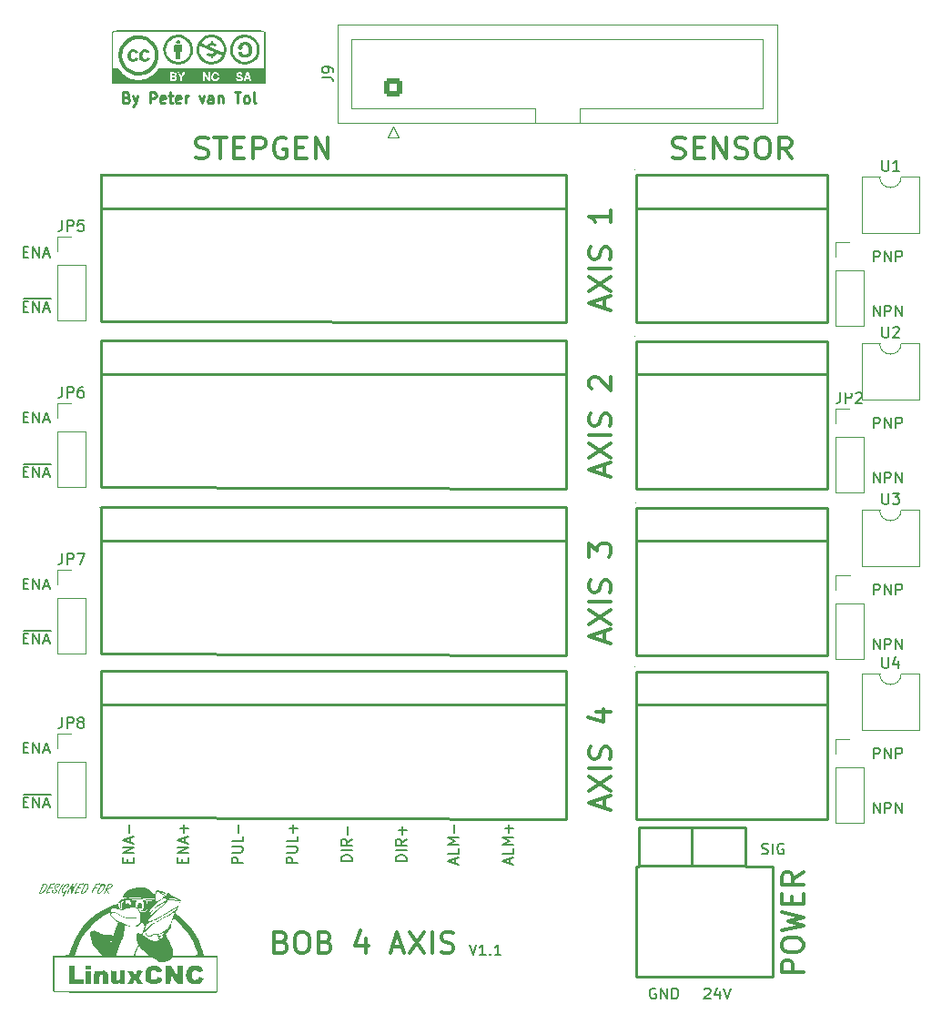
<source format=gbr>
%TF.GenerationSoftware,KiCad,Pcbnew,7.0.7*%
%TF.CreationDate,2023-12-16T22:01:11+01:00*%
%TF.ProjectId,BOB4AXIS,424f4234-4158-4495-932e-6b696361645f,rev?*%
%TF.SameCoordinates,Original*%
%TF.FileFunction,Legend,Top*%
%TF.FilePolarity,Positive*%
%FSLAX46Y46*%
G04 Gerber Fmt 4.6, Leading zero omitted, Abs format (unit mm)*
G04 Created by KiCad (PCBNEW 7.0.7) date 2023-12-16 22:01:11*
%MOMM*%
%LPD*%
G01*
G04 APERTURE LIST*
G04 Aperture macros list*
%AMRoundRect*
0 Rectangle with rounded corners*
0 $1 Rounding radius*
0 $2 $3 $4 $5 $6 $7 $8 $9 X,Y pos of 4 corners*
0 Add a 4 corners polygon primitive as box body*
4,1,4,$2,$3,$4,$5,$6,$7,$8,$9,$2,$3,0*
0 Add four circle primitives for the rounded corners*
1,1,$1+$1,$2,$3*
1,1,$1+$1,$4,$5*
1,1,$1+$1,$6,$7*
1,1,$1+$1,$8,$9*
0 Add four rect primitives between the rounded corners*
20,1,$1+$1,$2,$3,$4,$5,0*
20,1,$1+$1,$4,$5,$6,$7,0*
20,1,$1+$1,$6,$7,$8,$9,0*
20,1,$1+$1,$8,$9,$2,$3,0*%
G04 Aperture macros list end*
%ADD10C,0.150000*%
%ADD11C,0.300000*%
%ADD12C,0.250000*%
%ADD13C,0.200000*%
%ADD14C,0.254000*%
%ADD15C,0.059995*%
%ADD16C,0.120000*%
%ADD17C,2.200000*%
%ADD18R,2.200000X2.200000*%
%ADD19C,0.800000*%
%ADD20C,6.400000*%
%ADD21R,1.700000X1.700000*%
%ADD22O,1.700000X1.700000*%
%ADD23R,1.600000X1.600000*%
%ADD24O,1.600000X1.600000*%
%ADD25RoundRect,0.250000X0.600000X-0.600000X0.600000X0.600000X-0.600000X0.600000X-0.600000X-0.600000X0*%
%ADD26C,1.700000*%
G04 APERTURE END LIST*
D10*
X7874000Y-57912000D02*
X10414000Y-57912000D01*
X7874000Y-27051000D02*
X10414000Y-27051000D01*
X7874000Y-73152000D02*
X10414000Y-73152000D01*
X7874000Y-42418000D02*
X10414000Y-42418000D01*
X7870887Y-22664009D02*
X8204220Y-22664009D01*
X8347077Y-23187819D02*
X7870887Y-23187819D01*
X7870887Y-23187819D02*
X7870887Y-22187819D01*
X7870887Y-22187819D02*
X8347077Y-22187819D01*
X8775649Y-23187819D02*
X8775649Y-22187819D01*
X8775649Y-22187819D02*
X9347077Y-23187819D01*
X9347077Y-23187819D02*
X9347077Y-22187819D01*
X9775649Y-22902104D02*
X10251839Y-22902104D01*
X9680411Y-23187819D02*
X10013744Y-22187819D01*
X10013744Y-22187819D02*
X10347077Y-23187819D01*
D11*
X61933209Y-43433428D02*
X61933209Y-42481047D01*
X62504638Y-43623904D02*
X60504638Y-42957238D01*
X60504638Y-42957238D02*
X62504638Y-42290571D01*
X60504638Y-41814380D02*
X62504638Y-40481047D01*
X60504638Y-40481047D02*
X62504638Y-41814380D01*
X62504638Y-39719142D02*
X60504638Y-39719142D01*
X62409400Y-38861999D02*
X62504638Y-38576285D01*
X62504638Y-38576285D02*
X62504638Y-38100094D01*
X62504638Y-38100094D02*
X62409400Y-37909618D01*
X62409400Y-37909618D02*
X62314161Y-37814380D01*
X62314161Y-37814380D02*
X62123685Y-37719142D01*
X62123685Y-37719142D02*
X61933209Y-37719142D01*
X61933209Y-37719142D02*
X61742733Y-37814380D01*
X61742733Y-37814380D02*
X61647495Y-37909618D01*
X61647495Y-37909618D02*
X61552257Y-38100094D01*
X61552257Y-38100094D02*
X61457019Y-38481047D01*
X61457019Y-38481047D02*
X61361780Y-38671523D01*
X61361780Y-38671523D02*
X61266542Y-38766761D01*
X61266542Y-38766761D02*
X61076066Y-38861999D01*
X61076066Y-38861999D02*
X60885590Y-38861999D01*
X60885590Y-38861999D02*
X60695114Y-38766761D01*
X60695114Y-38766761D02*
X60599876Y-38671523D01*
X60599876Y-38671523D02*
X60504638Y-38481047D01*
X60504638Y-38481047D02*
X60504638Y-38004856D01*
X60504638Y-38004856D02*
X60599876Y-37719142D01*
X60695114Y-35433427D02*
X60599876Y-35338189D01*
X60599876Y-35338189D02*
X60504638Y-35147713D01*
X60504638Y-35147713D02*
X60504638Y-34671522D01*
X60504638Y-34671522D02*
X60599876Y-34481046D01*
X60599876Y-34481046D02*
X60695114Y-34385808D01*
X60695114Y-34385808D02*
X60885590Y-34290570D01*
X60885590Y-34290570D02*
X61076066Y-34290570D01*
X61076066Y-34290570D02*
X61361780Y-34385808D01*
X61361780Y-34385808D02*
X62504638Y-35528665D01*
X62504638Y-35528665D02*
X62504638Y-34290570D01*
D10*
X7850333Y-73845009D02*
X8183666Y-73845009D01*
X8326523Y-74368819D02*
X7850333Y-74368819D01*
X7850333Y-74368819D02*
X7850333Y-73368819D01*
X7850333Y-73368819D02*
X8326523Y-73368819D01*
X8755095Y-74368819D02*
X8755095Y-73368819D01*
X8755095Y-73368819D02*
X9326523Y-74368819D01*
X9326523Y-74368819D02*
X9326523Y-73368819D01*
X9755095Y-74083104D02*
X10231285Y-74083104D01*
X9659857Y-74368819D02*
X9993190Y-73368819D01*
X9993190Y-73368819D02*
X10326523Y-74368819D01*
X53128104Y-79557332D02*
X53128104Y-79081142D01*
X53413819Y-79652570D02*
X52413819Y-79319237D01*
X52413819Y-79319237D02*
X53413819Y-78985904D01*
X53413819Y-78176380D02*
X53413819Y-78652570D01*
X53413819Y-78652570D02*
X52413819Y-78652570D01*
X53413819Y-77843046D02*
X52413819Y-77843046D01*
X52413819Y-77843046D02*
X53128104Y-77509713D01*
X53128104Y-77509713D02*
X52413819Y-77176380D01*
X52413819Y-77176380D02*
X53413819Y-77176380D01*
X53032866Y-76700189D02*
X53032866Y-75938285D01*
X53413819Y-76319237D02*
X52651914Y-76319237D01*
X28267819Y-79533523D02*
X27267819Y-79533523D01*
X27267819Y-79533523D02*
X27267819Y-79152571D01*
X27267819Y-79152571D02*
X27315438Y-79057333D01*
X27315438Y-79057333D02*
X27363057Y-79009714D01*
X27363057Y-79009714D02*
X27458295Y-78962095D01*
X27458295Y-78962095D02*
X27601152Y-78962095D01*
X27601152Y-78962095D02*
X27696390Y-79009714D01*
X27696390Y-79009714D02*
X27744009Y-79057333D01*
X27744009Y-79057333D02*
X27791628Y-79152571D01*
X27791628Y-79152571D02*
X27791628Y-79533523D01*
X27267819Y-78533523D02*
X28077342Y-78533523D01*
X28077342Y-78533523D02*
X28172580Y-78485904D01*
X28172580Y-78485904D02*
X28220200Y-78438285D01*
X28220200Y-78438285D02*
X28267819Y-78343047D01*
X28267819Y-78343047D02*
X28267819Y-78152571D01*
X28267819Y-78152571D02*
X28220200Y-78057333D01*
X28220200Y-78057333D02*
X28172580Y-78009714D01*
X28172580Y-78009714D02*
X28077342Y-77962095D01*
X28077342Y-77962095D02*
X27267819Y-77962095D01*
X28267819Y-77009714D02*
X28267819Y-77485904D01*
X28267819Y-77485904D02*
X27267819Y-77485904D01*
X27886866Y-76676380D02*
X27886866Y-75914476D01*
X86979286Y-23568819D02*
X86979286Y-22568819D01*
X86979286Y-22568819D02*
X87360238Y-22568819D01*
X87360238Y-22568819D02*
X87455476Y-22616438D01*
X87455476Y-22616438D02*
X87503095Y-22664057D01*
X87503095Y-22664057D02*
X87550714Y-22759295D01*
X87550714Y-22759295D02*
X87550714Y-22902152D01*
X87550714Y-22902152D02*
X87503095Y-22997390D01*
X87503095Y-22997390D02*
X87455476Y-23045009D01*
X87455476Y-23045009D02*
X87360238Y-23092628D01*
X87360238Y-23092628D02*
X86979286Y-23092628D01*
X87979286Y-23568819D02*
X87979286Y-22568819D01*
X87979286Y-22568819D02*
X88550714Y-23568819D01*
X88550714Y-23568819D02*
X88550714Y-22568819D01*
X89026905Y-23568819D02*
X89026905Y-22568819D01*
X89026905Y-22568819D02*
X89407857Y-22568819D01*
X89407857Y-22568819D02*
X89503095Y-22616438D01*
X89503095Y-22616438D02*
X89550714Y-22664057D01*
X89550714Y-22664057D02*
X89598333Y-22759295D01*
X89598333Y-22759295D02*
X89598333Y-22902152D01*
X89598333Y-22902152D02*
X89550714Y-22997390D01*
X89550714Y-22997390D02*
X89503095Y-23045009D01*
X89503095Y-23045009D02*
X89407857Y-23092628D01*
X89407857Y-23092628D02*
X89026905Y-23092628D01*
X7870887Y-68765009D02*
X8204220Y-68765009D01*
X8347077Y-69288819D02*
X7870887Y-69288819D01*
X7870887Y-69288819D02*
X7870887Y-68288819D01*
X7870887Y-68288819D02*
X8347077Y-68288819D01*
X8775649Y-69288819D02*
X8775649Y-68288819D01*
X8775649Y-68288819D02*
X9347077Y-69288819D01*
X9347077Y-69288819D02*
X9347077Y-68288819D01*
X9775649Y-69003104D02*
X10251839Y-69003104D01*
X9680411Y-69288819D02*
X10013744Y-68288819D01*
X10013744Y-68288819D02*
X10347077Y-69288819D01*
X43507819Y-79343046D02*
X42507819Y-79343046D01*
X42507819Y-79343046D02*
X42507819Y-79104951D01*
X42507819Y-79104951D02*
X42555438Y-78962094D01*
X42555438Y-78962094D02*
X42650676Y-78866856D01*
X42650676Y-78866856D02*
X42745914Y-78819237D01*
X42745914Y-78819237D02*
X42936390Y-78771618D01*
X42936390Y-78771618D02*
X43079247Y-78771618D01*
X43079247Y-78771618D02*
X43269723Y-78819237D01*
X43269723Y-78819237D02*
X43364961Y-78866856D01*
X43364961Y-78866856D02*
X43460200Y-78962094D01*
X43460200Y-78962094D02*
X43507819Y-79104951D01*
X43507819Y-79104951D02*
X43507819Y-79343046D01*
X43507819Y-78343046D02*
X42507819Y-78343046D01*
X43507819Y-77295428D02*
X43031628Y-77628761D01*
X43507819Y-77866856D02*
X42507819Y-77866856D01*
X42507819Y-77866856D02*
X42507819Y-77485904D01*
X42507819Y-77485904D02*
X42555438Y-77390666D01*
X42555438Y-77390666D02*
X42603057Y-77343047D01*
X42603057Y-77343047D02*
X42698295Y-77295428D01*
X42698295Y-77295428D02*
X42841152Y-77295428D01*
X42841152Y-77295428D02*
X42936390Y-77343047D01*
X42936390Y-77343047D02*
X42984009Y-77390666D01*
X42984009Y-77390666D02*
X43031628Y-77485904D01*
X43031628Y-77485904D02*
X43031628Y-77866856D01*
X43126866Y-76866856D02*
X43126866Y-76104952D01*
X43507819Y-76485904D02*
X42745914Y-76485904D01*
X86955476Y-59636819D02*
X86955476Y-58636819D01*
X86955476Y-58636819D02*
X87526904Y-59636819D01*
X87526904Y-59636819D02*
X87526904Y-58636819D01*
X88003095Y-59636819D02*
X88003095Y-58636819D01*
X88003095Y-58636819D02*
X88384047Y-58636819D01*
X88384047Y-58636819D02*
X88479285Y-58684438D01*
X88479285Y-58684438D02*
X88526904Y-58732057D01*
X88526904Y-58732057D02*
X88574523Y-58827295D01*
X88574523Y-58827295D02*
X88574523Y-58970152D01*
X88574523Y-58970152D02*
X88526904Y-59065390D01*
X88526904Y-59065390D02*
X88479285Y-59113009D01*
X88479285Y-59113009D02*
X88384047Y-59160628D01*
X88384047Y-59160628D02*
X88003095Y-59160628D01*
X89003095Y-59636819D02*
X89003095Y-58636819D01*
X89003095Y-58636819D02*
X89574523Y-59636819D01*
X89574523Y-59636819D02*
X89574523Y-58636819D01*
X7870887Y-38031009D02*
X8204220Y-38031009D01*
X8347077Y-38554819D02*
X7870887Y-38554819D01*
X7870887Y-38554819D02*
X7870887Y-37554819D01*
X7870887Y-37554819D02*
X8347077Y-37554819D01*
X8775649Y-38554819D02*
X8775649Y-37554819D01*
X8775649Y-37554819D02*
X9347077Y-38554819D01*
X9347077Y-38554819D02*
X9347077Y-37554819D01*
X9775649Y-38269104D02*
X10251839Y-38269104D01*
X9680411Y-38554819D02*
X10013744Y-37554819D01*
X10013744Y-37554819D02*
X10347077Y-38554819D01*
X86955476Y-28648819D02*
X86955476Y-27648819D01*
X86955476Y-27648819D02*
X87526904Y-28648819D01*
X87526904Y-28648819D02*
X87526904Y-27648819D01*
X88003095Y-28648819D02*
X88003095Y-27648819D01*
X88003095Y-27648819D02*
X88384047Y-27648819D01*
X88384047Y-27648819D02*
X88479285Y-27696438D01*
X88479285Y-27696438D02*
X88526904Y-27744057D01*
X88526904Y-27744057D02*
X88574523Y-27839295D01*
X88574523Y-27839295D02*
X88574523Y-27982152D01*
X88574523Y-27982152D02*
X88526904Y-28077390D01*
X88526904Y-28077390D02*
X88479285Y-28125009D01*
X88479285Y-28125009D02*
X88384047Y-28172628D01*
X88384047Y-28172628D02*
X88003095Y-28172628D01*
X89003095Y-28648819D02*
X89003095Y-27648819D01*
X89003095Y-27648819D02*
X89574523Y-28648819D01*
X89574523Y-28648819D02*
X89574523Y-27648819D01*
D11*
X61933209Y-74421428D02*
X61933209Y-73469047D01*
X62504638Y-74611904D02*
X60504638Y-73945238D01*
X60504638Y-73945238D02*
X62504638Y-73278571D01*
X60504638Y-72802380D02*
X62504638Y-71469047D01*
X60504638Y-71469047D02*
X62504638Y-72802380D01*
X62504638Y-70707142D02*
X60504638Y-70707142D01*
X62409400Y-69849999D02*
X62504638Y-69564285D01*
X62504638Y-69564285D02*
X62504638Y-69088094D01*
X62504638Y-69088094D02*
X62409400Y-68897618D01*
X62409400Y-68897618D02*
X62314161Y-68802380D01*
X62314161Y-68802380D02*
X62123685Y-68707142D01*
X62123685Y-68707142D02*
X61933209Y-68707142D01*
X61933209Y-68707142D02*
X61742733Y-68802380D01*
X61742733Y-68802380D02*
X61647495Y-68897618D01*
X61647495Y-68897618D02*
X61552257Y-69088094D01*
X61552257Y-69088094D02*
X61457019Y-69469047D01*
X61457019Y-69469047D02*
X61361780Y-69659523D01*
X61361780Y-69659523D02*
X61266542Y-69754761D01*
X61266542Y-69754761D02*
X61076066Y-69849999D01*
X61076066Y-69849999D02*
X60885590Y-69849999D01*
X60885590Y-69849999D02*
X60695114Y-69754761D01*
X60695114Y-69754761D02*
X60599876Y-69659523D01*
X60599876Y-69659523D02*
X60504638Y-69469047D01*
X60504638Y-69469047D02*
X60504638Y-68992856D01*
X60504638Y-68992856D02*
X60599876Y-68707142D01*
X61171304Y-65469046D02*
X62504638Y-65469046D01*
X60409400Y-65945237D02*
X61837971Y-66421427D01*
X61837971Y-66421427D02*
X61837971Y-65183332D01*
D10*
X86955476Y-74876819D02*
X86955476Y-73876819D01*
X86955476Y-73876819D02*
X87526904Y-74876819D01*
X87526904Y-74876819D02*
X87526904Y-73876819D01*
X88003095Y-74876819D02*
X88003095Y-73876819D01*
X88003095Y-73876819D02*
X88384047Y-73876819D01*
X88384047Y-73876819D02*
X88479285Y-73924438D01*
X88479285Y-73924438D02*
X88526904Y-73972057D01*
X88526904Y-73972057D02*
X88574523Y-74067295D01*
X88574523Y-74067295D02*
X88574523Y-74210152D01*
X88574523Y-74210152D02*
X88526904Y-74305390D01*
X88526904Y-74305390D02*
X88479285Y-74353009D01*
X88479285Y-74353009D02*
X88384047Y-74400628D01*
X88384047Y-74400628D02*
X88003095Y-74400628D01*
X89003095Y-74876819D02*
X89003095Y-73876819D01*
X89003095Y-73876819D02*
X89574523Y-74876819D01*
X89574523Y-74876819D02*
X89574523Y-73876819D01*
X66675095Y-91196438D02*
X66579857Y-91148819D01*
X66579857Y-91148819D02*
X66437000Y-91148819D01*
X66437000Y-91148819D02*
X66294143Y-91196438D01*
X66294143Y-91196438D02*
X66198905Y-91291676D01*
X66198905Y-91291676D02*
X66151286Y-91386914D01*
X66151286Y-91386914D02*
X66103667Y-91577390D01*
X66103667Y-91577390D02*
X66103667Y-91720247D01*
X66103667Y-91720247D02*
X66151286Y-91910723D01*
X66151286Y-91910723D02*
X66198905Y-92005961D01*
X66198905Y-92005961D02*
X66294143Y-92101200D01*
X66294143Y-92101200D02*
X66437000Y-92148819D01*
X66437000Y-92148819D02*
X66532238Y-92148819D01*
X66532238Y-92148819D02*
X66675095Y-92101200D01*
X66675095Y-92101200D02*
X66722714Y-92053580D01*
X66722714Y-92053580D02*
X66722714Y-91720247D01*
X66722714Y-91720247D02*
X66532238Y-91720247D01*
X67151286Y-92148819D02*
X67151286Y-91148819D01*
X67151286Y-91148819D02*
X67722714Y-92148819D01*
X67722714Y-92148819D02*
X67722714Y-91148819D01*
X68198905Y-92148819D02*
X68198905Y-91148819D01*
X68198905Y-91148819D02*
X68437000Y-91148819D01*
X68437000Y-91148819D02*
X68579857Y-91196438D01*
X68579857Y-91196438D02*
X68675095Y-91291676D01*
X68675095Y-91291676D02*
X68722714Y-91386914D01*
X68722714Y-91386914D02*
X68770333Y-91577390D01*
X68770333Y-91577390D02*
X68770333Y-91720247D01*
X68770333Y-91720247D02*
X68722714Y-91910723D01*
X68722714Y-91910723D02*
X68675095Y-92005961D01*
X68675095Y-92005961D02*
X68579857Y-92101200D01*
X68579857Y-92101200D02*
X68437000Y-92148819D01*
X68437000Y-92148819D02*
X68198905Y-92148819D01*
X33347819Y-79533523D02*
X32347819Y-79533523D01*
X32347819Y-79533523D02*
X32347819Y-79152571D01*
X32347819Y-79152571D02*
X32395438Y-79057333D01*
X32395438Y-79057333D02*
X32443057Y-79009714D01*
X32443057Y-79009714D02*
X32538295Y-78962095D01*
X32538295Y-78962095D02*
X32681152Y-78962095D01*
X32681152Y-78962095D02*
X32776390Y-79009714D01*
X32776390Y-79009714D02*
X32824009Y-79057333D01*
X32824009Y-79057333D02*
X32871628Y-79152571D01*
X32871628Y-79152571D02*
X32871628Y-79533523D01*
X32347819Y-78533523D02*
X33157342Y-78533523D01*
X33157342Y-78533523D02*
X33252580Y-78485904D01*
X33252580Y-78485904D02*
X33300200Y-78438285D01*
X33300200Y-78438285D02*
X33347819Y-78343047D01*
X33347819Y-78343047D02*
X33347819Y-78152571D01*
X33347819Y-78152571D02*
X33300200Y-78057333D01*
X33300200Y-78057333D02*
X33252580Y-78009714D01*
X33252580Y-78009714D02*
X33157342Y-77962095D01*
X33157342Y-77962095D02*
X32347819Y-77962095D01*
X33347819Y-77009714D02*
X33347819Y-77485904D01*
X33347819Y-77485904D02*
X32347819Y-77485904D01*
X32966866Y-76676380D02*
X32966866Y-75914476D01*
X33347819Y-76295428D02*
X32585914Y-76295428D01*
D11*
X61933209Y-58927428D02*
X61933209Y-57975047D01*
X62504638Y-59117904D02*
X60504638Y-58451238D01*
X60504638Y-58451238D02*
X62504638Y-57784571D01*
X60504638Y-57308380D02*
X62504638Y-55975047D01*
X60504638Y-55975047D02*
X62504638Y-57308380D01*
X62504638Y-55213142D02*
X60504638Y-55213142D01*
X62409400Y-54355999D02*
X62504638Y-54070285D01*
X62504638Y-54070285D02*
X62504638Y-53594094D01*
X62504638Y-53594094D02*
X62409400Y-53403618D01*
X62409400Y-53403618D02*
X62314161Y-53308380D01*
X62314161Y-53308380D02*
X62123685Y-53213142D01*
X62123685Y-53213142D02*
X61933209Y-53213142D01*
X61933209Y-53213142D02*
X61742733Y-53308380D01*
X61742733Y-53308380D02*
X61647495Y-53403618D01*
X61647495Y-53403618D02*
X61552257Y-53594094D01*
X61552257Y-53594094D02*
X61457019Y-53975047D01*
X61457019Y-53975047D02*
X61361780Y-54165523D01*
X61361780Y-54165523D02*
X61266542Y-54260761D01*
X61266542Y-54260761D02*
X61076066Y-54355999D01*
X61076066Y-54355999D02*
X60885590Y-54355999D01*
X60885590Y-54355999D02*
X60695114Y-54260761D01*
X60695114Y-54260761D02*
X60599876Y-54165523D01*
X60599876Y-54165523D02*
X60504638Y-53975047D01*
X60504638Y-53975047D02*
X60504638Y-53498856D01*
X60504638Y-53498856D02*
X60599876Y-53213142D01*
X60504638Y-51022665D02*
X60504638Y-49784570D01*
X60504638Y-49784570D02*
X61266542Y-50451237D01*
X61266542Y-50451237D02*
X61266542Y-50165522D01*
X61266542Y-50165522D02*
X61361780Y-49975046D01*
X61361780Y-49975046D02*
X61457019Y-49879808D01*
X61457019Y-49879808D02*
X61647495Y-49784570D01*
X61647495Y-49784570D02*
X62123685Y-49784570D01*
X62123685Y-49784570D02*
X62314161Y-49879808D01*
X62314161Y-49879808D02*
X62409400Y-49975046D01*
X62409400Y-49975046D02*
X62504638Y-50165522D01*
X62504638Y-50165522D02*
X62504638Y-50736951D01*
X62504638Y-50736951D02*
X62409400Y-50927427D01*
X62409400Y-50927427D02*
X62314161Y-51022665D01*
D10*
X71199524Y-91244057D02*
X71247143Y-91196438D01*
X71247143Y-91196438D02*
X71342381Y-91148819D01*
X71342381Y-91148819D02*
X71580476Y-91148819D01*
X71580476Y-91148819D02*
X71675714Y-91196438D01*
X71675714Y-91196438D02*
X71723333Y-91244057D01*
X71723333Y-91244057D02*
X71770952Y-91339295D01*
X71770952Y-91339295D02*
X71770952Y-91434533D01*
X71770952Y-91434533D02*
X71723333Y-91577390D01*
X71723333Y-91577390D02*
X71151905Y-92148819D01*
X71151905Y-92148819D02*
X71770952Y-92148819D01*
X72628095Y-91482152D02*
X72628095Y-92148819D01*
X72390000Y-91101200D02*
X72151905Y-91815485D01*
X72151905Y-91815485D02*
X72770952Y-91815485D01*
X73009048Y-91148819D02*
X73342381Y-92148819D01*
X73342381Y-92148819D02*
X73675714Y-91148819D01*
D11*
X31877952Y-86857019D02*
X32163666Y-86952257D01*
X32163666Y-86952257D02*
X32258904Y-87047495D01*
X32258904Y-87047495D02*
X32354142Y-87237971D01*
X32354142Y-87237971D02*
X32354142Y-87523685D01*
X32354142Y-87523685D02*
X32258904Y-87714161D01*
X32258904Y-87714161D02*
X32163666Y-87809400D01*
X32163666Y-87809400D02*
X31973190Y-87904638D01*
X31973190Y-87904638D02*
X31211285Y-87904638D01*
X31211285Y-87904638D02*
X31211285Y-85904638D01*
X31211285Y-85904638D02*
X31877952Y-85904638D01*
X31877952Y-85904638D02*
X32068428Y-85999876D01*
X32068428Y-85999876D02*
X32163666Y-86095114D01*
X32163666Y-86095114D02*
X32258904Y-86285590D01*
X32258904Y-86285590D02*
X32258904Y-86476066D01*
X32258904Y-86476066D02*
X32163666Y-86666542D01*
X32163666Y-86666542D02*
X32068428Y-86761780D01*
X32068428Y-86761780D02*
X31877952Y-86857019D01*
X31877952Y-86857019D02*
X31211285Y-86857019D01*
X33592237Y-85904638D02*
X33973190Y-85904638D01*
X33973190Y-85904638D02*
X34163666Y-85999876D01*
X34163666Y-85999876D02*
X34354142Y-86190352D01*
X34354142Y-86190352D02*
X34449380Y-86571304D01*
X34449380Y-86571304D02*
X34449380Y-87237971D01*
X34449380Y-87237971D02*
X34354142Y-87618923D01*
X34354142Y-87618923D02*
X34163666Y-87809400D01*
X34163666Y-87809400D02*
X33973190Y-87904638D01*
X33973190Y-87904638D02*
X33592237Y-87904638D01*
X33592237Y-87904638D02*
X33401761Y-87809400D01*
X33401761Y-87809400D02*
X33211285Y-87618923D01*
X33211285Y-87618923D02*
X33116047Y-87237971D01*
X33116047Y-87237971D02*
X33116047Y-86571304D01*
X33116047Y-86571304D02*
X33211285Y-86190352D01*
X33211285Y-86190352D02*
X33401761Y-85999876D01*
X33401761Y-85999876D02*
X33592237Y-85904638D01*
X35973190Y-86857019D02*
X36258904Y-86952257D01*
X36258904Y-86952257D02*
X36354142Y-87047495D01*
X36354142Y-87047495D02*
X36449380Y-87237971D01*
X36449380Y-87237971D02*
X36449380Y-87523685D01*
X36449380Y-87523685D02*
X36354142Y-87714161D01*
X36354142Y-87714161D02*
X36258904Y-87809400D01*
X36258904Y-87809400D02*
X36068428Y-87904638D01*
X36068428Y-87904638D02*
X35306523Y-87904638D01*
X35306523Y-87904638D02*
X35306523Y-85904638D01*
X35306523Y-85904638D02*
X35973190Y-85904638D01*
X35973190Y-85904638D02*
X36163666Y-85999876D01*
X36163666Y-85999876D02*
X36258904Y-86095114D01*
X36258904Y-86095114D02*
X36354142Y-86285590D01*
X36354142Y-86285590D02*
X36354142Y-86476066D01*
X36354142Y-86476066D02*
X36258904Y-86666542D01*
X36258904Y-86666542D02*
X36163666Y-86761780D01*
X36163666Y-86761780D02*
X35973190Y-86857019D01*
X35973190Y-86857019D02*
X35306523Y-86857019D01*
X39687476Y-86571304D02*
X39687476Y-87904638D01*
X39211285Y-85809400D02*
X38735095Y-87237971D01*
X38735095Y-87237971D02*
X39973190Y-87237971D01*
X42163667Y-87333209D02*
X43116048Y-87333209D01*
X41973191Y-87904638D02*
X42639857Y-85904638D01*
X42639857Y-85904638D02*
X43306524Y-87904638D01*
X43782715Y-85904638D02*
X45116048Y-87904638D01*
X45116048Y-85904638D02*
X43782715Y-87904638D01*
X45877953Y-87904638D02*
X45877953Y-85904638D01*
X46735096Y-87809400D02*
X47020810Y-87904638D01*
X47020810Y-87904638D02*
X47497001Y-87904638D01*
X47497001Y-87904638D02*
X47687477Y-87809400D01*
X47687477Y-87809400D02*
X47782715Y-87714161D01*
X47782715Y-87714161D02*
X47877953Y-87523685D01*
X47877953Y-87523685D02*
X47877953Y-87333209D01*
X47877953Y-87333209D02*
X47782715Y-87142733D01*
X47782715Y-87142733D02*
X47687477Y-87047495D01*
X47687477Y-87047495D02*
X47497001Y-86952257D01*
X47497001Y-86952257D02*
X47116048Y-86857019D01*
X47116048Y-86857019D02*
X46925572Y-86761780D01*
X46925572Y-86761780D02*
X46830334Y-86666542D01*
X46830334Y-86666542D02*
X46735096Y-86476066D01*
X46735096Y-86476066D02*
X46735096Y-86285590D01*
X46735096Y-86285590D02*
X46830334Y-86095114D01*
X46830334Y-86095114D02*
X46925572Y-85999876D01*
X46925572Y-85999876D02*
X47116048Y-85904638D01*
X47116048Y-85904638D02*
X47592239Y-85904638D01*
X47592239Y-85904638D02*
X47877953Y-85999876D01*
D10*
X7850333Y-27744009D02*
X8183666Y-27744009D01*
X8326523Y-28267819D02*
X7850333Y-28267819D01*
X7850333Y-28267819D02*
X7850333Y-27267819D01*
X7850333Y-27267819D02*
X8326523Y-27267819D01*
X8755095Y-28267819D02*
X8755095Y-27267819D01*
X8755095Y-27267819D02*
X9326523Y-28267819D01*
X9326523Y-28267819D02*
X9326523Y-27267819D01*
X9755095Y-27982104D02*
X10231285Y-27982104D01*
X9659857Y-28267819D02*
X9993190Y-27267819D01*
X9993190Y-27267819D02*
X10326523Y-28267819D01*
X7850333Y-43111009D02*
X8183666Y-43111009D01*
X8326523Y-43634819D02*
X7850333Y-43634819D01*
X7850333Y-43634819D02*
X7850333Y-42634819D01*
X7850333Y-42634819D02*
X8326523Y-42634819D01*
X8755095Y-43634819D02*
X8755095Y-42634819D01*
X8755095Y-42634819D02*
X9326523Y-43634819D01*
X9326523Y-43634819D02*
X9326523Y-42634819D01*
X9755095Y-43349104D02*
X10231285Y-43349104D01*
X9659857Y-43634819D02*
X9993190Y-42634819D01*
X9993190Y-42634819D02*
X10326523Y-43634819D01*
X7870887Y-53525009D02*
X8204220Y-53525009D01*
X8347077Y-54048819D02*
X7870887Y-54048819D01*
X7870887Y-54048819D02*
X7870887Y-53048819D01*
X7870887Y-53048819D02*
X8347077Y-53048819D01*
X8775649Y-54048819D02*
X8775649Y-53048819D01*
X8775649Y-53048819D02*
X9347077Y-54048819D01*
X9347077Y-54048819D02*
X9347077Y-53048819D01*
X9775649Y-53763104D02*
X10251839Y-53763104D01*
X9680411Y-54048819D02*
X10013744Y-53048819D01*
X10013744Y-53048819D02*
X10347077Y-54048819D01*
D12*
X17455284Y-8307809D02*
X17598141Y-8355428D01*
X17598141Y-8355428D02*
X17645760Y-8403047D01*
X17645760Y-8403047D02*
X17693379Y-8498285D01*
X17693379Y-8498285D02*
X17693379Y-8641142D01*
X17693379Y-8641142D02*
X17645760Y-8736380D01*
X17645760Y-8736380D02*
X17598141Y-8784000D01*
X17598141Y-8784000D02*
X17502903Y-8831619D01*
X17502903Y-8831619D02*
X17121951Y-8831619D01*
X17121951Y-8831619D02*
X17121951Y-7831619D01*
X17121951Y-7831619D02*
X17455284Y-7831619D01*
X17455284Y-7831619D02*
X17550522Y-7879238D01*
X17550522Y-7879238D02*
X17598141Y-7926857D01*
X17598141Y-7926857D02*
X17645760Y-8022095D01*
X17645760Y-8022095D02*
X17645760Y-8117333D01*
X17645760Y-8117333D02*
X17598141Y-8212571D01*
X17598141Y-8212571D02*
X17550522Y-8260190D01*
X17550522Y-8260190D02*
X17455284Y-8307809D01*
X17455284Y-8307809D02*
X17121951Y-8307809D01*
X18026713Y-8164952D02*
X18264808Y-8831619D01*
X18502903Y-8164952D02*
X18264808Y-8831619D01*
X18264808Y-8831619D02*
X18169570Y-9069714D01*
X18169570Y-9069714D02*
X18121951Y-9117333D01*
X18121951Y-9117333D02*
X18026713Y-9164952D01*
X19645761Y-8831619D02*
X19645761Y-7831619D01*
X19645761Y-7831619D02*
X20026713Y-7831619D01*
X20026713Y-7831619D02*
X20121951Y-7879238D01*
X20121951Y-7879238D02*
X20169570Y-7926857D01*
X20169570Y-7926857D02*
X20217189Y-8022095D01*
X20217189Y-8022095D02*
X20217189Y-8164952D01*
X20217189Y-8164952D02*
X20169570Y-8260190D01*
X20169570Y-8260190D02*
X20121951Y-8307809D01*
X20121951Y-8307809D02*
X20026713Y-8355428D01*
X20026713Y-8355428D02*
X19645761Y-8355428D01*
X21026713Y-8784000D02*
X20931475Y-8831619D01*
X20931475Y-8831619D02*
X20740999Y-8831619D01*
X20740999Y-8831619D02*
X20645761Y-8784000D01*
X20645761Y-8784000D02*
X20598142Y-8688761D01*
X20598142Y-8688761D02*
X20598142Y-8307809D01*
X20598142Y-8307809D02*
X20645761Y-8212571D01*
X20645761Y-8212571D02*
X20740999Y-8164952D01*
X20740999Y-8164952D02*
X20931475Y-8164952D01*
X20931475Y-8164952D02*
X21026713Y-8212571D01*
X21026713Y-8212571D02*
X21074332Y-8307809D01*
X21074332Y-8307809D02*
X21074332Y-8403047D01*
X21074332Y-8403047D02*
X20598142Y-8498285D01*
X21360047Y-8164952D02*
X21740999Y-8164952D01*
X21502904Y-7831619D02*
X21502904Y-8688761D01*
X21502904Y-8688761D02*
X21550523Y-8784000D01*
X21550523Y-8784000D02*
X21645761Y-8831619D01*
X21645761Y-8831619D02*
X21740999Y-8831619D01*
X22455285Y-8784000D02*
X22360047Y-8831619D01*
X22360047Y-8831619D02*
X22169571Y-8831619D01*
X22169571Y-8831619D02*
X22074333Y-8784000D01*
X22074333Y-8784000D02*
X22026714Y-8688761D01*
X22026714Y-8688761D02*
X22026714Y-8307809D01*
X22026714Y-8307809D02*
X22074333Y-8212571D01*
X22074333Y-8212571D02*
X22169571Y-8164952D01*
X22169571Y-8164952D02*
X22360047Y-8164952D01*
X22360047Y-8164952D02*
X22455285Y-8212571D01*
X22455285Y-8212571D02*
X22502904Y-8307809D01*
X22502904Y-8307809D02*
X22502904Y-8403047D01*
X22502904Y-8403047D02*
X22026714Y-8498285D01*
X22931476Y-8831619D02*
X22931476Y-8164952D01*
X22931476Y-8355428D02*
X22979095Y-8260190D01*
X22979095Y-8260190D02*
X23026714Y-8212571D01*
X23026714Y-8212571D02*
X23121952Y-8164952D01*
X23121952Y-8164952D02*
X23217190Y-8164952D01*
X24217191Y-8164952D02*
X24455286Y-8831619D01*
X24455286Y-8831619D02*
X24693381Y-8164952D01*
X25502905Y-8831619D02*
X25502905Y-8307809D01*
X25502905Y-8307809D02*
X25455286Y-8212571D01*
X25455286Y-8212571D02*
X25360048Y-8164952D01*
X25360048Y-8164952D02*
X25169572Y-8164952D01*
X25169572Y-8164952D02*
X25074334Y-8212571D01*
X25502905Y-8784000D02*
X25407667Y-8831619D01*
X25407667Y-8831619D02*
X25169572Y-8831619D01*
X25169572Y-8831619D02*
X25074334Y-8784000D01*
X25074334Y-8784000D02*
X25026715Y-8688761D01*
X25026715Y-8688761D02*
X25026715Y-8593523D01*
X25026715Y-8593523D02*
X25074334Y-8498285D01*
X25074334Y-8498285D02*
X25169572Y-8450666D01*
X25169572Y-8450666D02*
X25407667Y-8450666D01*
X25407667Y-8450666D02*
X25502905Y-8403047D01*
X25979096Y-8164952D02*
X25979096Y-8831619D01*
X25979096Y-8260190D02*
X26026715Y-8212571D01*
X26026715Y-8212571D02*
X26121953Y-8164952D01*
X26121953Y-8164952D02*
X26264810Y-8164952D01*
X26264810Y-8164952D02*
X26360048Y-8212571D01*
X26360048Y-8212571D02*
X26407667Y-8307809D01*
X26407667Y-8307809D02*
X26407667Y-8831619D01*
X27502906Y-7831619D02*
X28074334Y-7831619D01*
X27788620Y-8831619D02*
X27788620Y-7831619D01*
X28550525Y-8831619D02*
X28455287Y-8784000D01*
X28455287Y-8784000D02*
X28407668Y-8736380D01*
X28407668Y-8736380D02*
X28360049Y-8641142D01*
X28360049Y-8641142D02*
X28360049Y-8355428D01*
X28360049Y-8355428D02*
X28407668Y-8260190D01*
X28407668Y-8260190D02*
X28455287Y-8212571D01*
X28455287Y-8212571D02*
X28550525Y-8164952D01*
X28550525Y-8164952D02*
X28693382Y-8164952D01*
X28693382Y-8164952D02*
X28788620Y-8212571D01*
X28788620Y-8212571D02*
X28836239Y-8260190D01*
X28836239Y-8260190D02*
X28883858Y-8355428D01*
X28883858Y-8355428D02*
X28883858Y-8641142D01*
X28883858Y-8641142D02*
X28836239Y-8736380D01*
X28836239Y-8736380D02*
X28788620Y-8784000D01*
X28788620Y-8784000D02*
X28693382Y-8831619D01*
X28693382Y-8831619D02*
X28550525Y-8831619D01*
X29455287Y-8831619D02*
X29360049Y-8784000D01*
X29360049Y-8784000D02*
X29312430Y-8688761D01*
X29312430Y-8688761D02*
X29312430Y-7831619D01*
D10*
X86955476Y-44142819D02*
X86955476Y-43142819D01*
X86955476Y-43142819D02*
X87526904Y-44142819D01*
X87526904Y-44142819D02*
X87526904Y-43142819D01*
X88003095Y-44142819D02*
X88003095Y-43142819D01*
X88003095Y-43142819D02*
X88384047Y-43142819D01*
X88384047Y-43142819D02*
X88479285Y-43190438D01*
X88479285Y-43190438D02*
X88526904Y-43238057D01*
X88526904Y-43238057D02*
X88574523Y-43333295D01*
X88574523Y-43333295D02*
X88574523Y-43476152D01*
X88574523Y-43476152D02*
X88526904Y-43571390D01*
X88526904Y-43571390D02*
X88479285Y-43619009D01*
X88479285Y-43619009D02*
X88384047Y-43666628D01*
X88384047Y-43666628D02*
X88003095Y-43666628D01*
X89003095Y-44142819D02*
X89003095Y-43142819D01*
X89003095Y-43142819D02*
X89574523Y-44142819D01*
X89574523Y-44142819D02*
X89574523Y-43142819D01*
X7850333Y-58605009D02*
X8183666Y-58605009D01*
X8326523Y-59128819D02*
X7850333Y-59128819D01*
X7850333Y-59128819D02*
X7850333Y-58128819D01*
X7850333Y-58128819D02*
X8326523Y-58128819D01*
X8755095Y-59128819D02*
X8755095Y-58128819D01*
X8755095Y-58128819D02*
X9326523Y-59128819D01*
X9326523Y-59128819D02*
X9326523Y-58128819D01*
X9755095Y-58843104D02*
X10231285Y-58843104D01*
X9659857Y-59128819D02*
X9993190Y-58128819D01*
X9993190Y-58128819D02*
X10326523Y-59128819D01*
X38427819Y-79343046D02*
X37427819Y-79343046D01*
X37427819Y-79343046D02*
X37427819Y-79104951D01*
X37427819Y-79104951D02*
X37475438Y-78962094D01*
X37475438Y-78962094D02*
X37570676Y-78866856D01*
X37570676Y-78866856D02*
X37665914Y-78819237D01*
X37665914Y-78819237D02*
X37856390Y-78771618D01*
X37856390Y-78771618D02*
X37999247Y-78771618D01*
X37999247Y-78771618D02*
X38189723Y-78819237D01*
X38189723Y-78819237D02*
X38284961Y-78866856D01*
X38284961Y-78866856D02*
X38380200Y-78962094D01*
X38380200Y-78962094D02*
X38427819Y-79104951D01*
X38427819Y-79104951D02*
X38427819Y-79343046D01*
X38427819Y-78343046D02*
X37427819Y-78343046D01*
X38427819Y-77295428D02*
X37951628Y-77628761D01*
X38427819Y-77866856D02*
X37427819Y-77866856D01*
X37427819Y-77866856D02*
X37427819Y-77485904D01*
X37427819Y-77485904D02*
X37475438Y-77390666D01*
X37475438Y-77390666D02*
X37523057Y-77343047D01*
X37523057Y-77343047D02*
X37618295Y-77295428D01*
X37618295Y-77295428D02*
X37761152Y-77295428D01*
X37761152Y-77295428D02*
X37856390Y-77343047D01*
X37856390Y-77343047D02*
X37904009Y-77390666D01*
X37904009Y-77390666D02*
X37951628Y-77485904D01*
X37951628Y-77485904D02*
X37951628Y-77866856D01*
X38046866Y-76866856D02*
X38046866Y-76104952D01*
D11*
X68263190Y-13895400D02*
X68548904Y-13990638D01*
X68548904Y-13990638D02*
X69025095Y-13990638D01*
X69025095Y-13990638D02*
X69215571Y-13895400D01*
X69215571Y-13895400D02*
X69310809Y-13800161D01*
X69310809Y-13800161D02*
X69406047Y-13609685D01*
X69406047Y-13609685D02*
X69406047Y-13419209D01*
X69406047Y-13419209D02*
X69310809Y-13228733D01*
X69310809Y-13228733D02*
X69215571Y-13133495D01*
X69215571Y-13133495D02*
X69025095Y-13038257D01*
X69025095Y-13038257D02*
X68644142Y-12943019D01*
X68644142Y-12943019D02*
X68453666Y-12847780D01*
X68453666Y-12847780D02*
X68358428Y-12752542D01*
X68358428Y-12752542D02*
X68263190Y-12562066D01*
X68263190Y-12562066D02*
X68263190Y-12371590D01*
X68263190Y-12371590D02*
X68358428Y-12181114D01*
X68358428Y-12181114D02*
X68453666Y-12085876D01*
X68453666Y-12085876D02*
X68644142Y-11990638D01*
X68644142Y-11990638D02*
X69120333Y-11990638D01*
X69120333Y-11990638D02*
X69406047Y-12085876D01*
X70263190Y-12943019D02*
X70929857Y-12943019D01*
X71215571Y-13990638D02*
X70263190Y-13990638D01*
X70263190Y-13990638D02*
X70263190Y-11990638D01*
X70263190Y-11990638D02*
X71215571Y-11990638D01*
X72072714Y-13990638D02*
X72072714Y-11990638D01*
X72072714Y-11990638D02*
X73215571Y-13990638D01*
X73215571Y-13990638D02*
X73215571Y-11990638D01*
X74072714Y-13895400D02*
X74358428Y-13990638D01*
X74358428Y-13990638D02*
X74834619Y-13990638D01*
X74834619Y-13990638D02*
X75025095Y-13895400D01*
X75025095Y-13895400D02*
X75120333Y-13800161D01*
X75120333Y-13800161D02*
X75215571Y-13609685D01*
X75215571Y-13609685D02*
X75215571Y-13419209D01*
X75215571Y-13419209D02*
X75120333Y-13228733D01*
X75120333Y-13228733D02*
X75025095Y-13133495D01*
X75025095Y-13133495D02*
X74834619Y-13038257D01*
X74834619Y-13038257D02*
X74453666Y-12943019D01*
X74453666Y-12943019D02*
X74263190Y-12847780D01*
X74263190Y-12847780D02*
X74167952Y-12752542D01*
X74167952Y-12752542D02*
X74072714Y-12562066D01*
X74072714Y-12562066D02*
X74072714Y-12371590D01*
X74072714Y-12371590D02*
X74167952Y-12181114D01*
X74167952Y-12181114D02*
X74263190Y-12085876D01*
X74263190Y-12085876D02*
X74453666Y-11990638D01*
X74453666Y-11990638D02*
X74929857Y-11990638D01*
X74929857Y-11990638D02*
X75215571Y-12085876D01*
X76453666Y-11990638D02*
X76834619Y-11990638D01*
X76834619Y-11990638D02*
X77025095Y-12085876D01*
X77025095Y-12085876D02*
X77215571Y-12276352D01*
X77215571Y-12276352D02*
X77310809Y-12657304D01*
X77310809Y-12657304D02*
X77310809Y-13323971D01*
X77310809Y-13323971D02*
X77215571Y-13704923D01*
X77215571Y-13704923D02*
X77025095Y-13895400D01*
X77025095Y-13895400D02*
X76834619Y-13990638D01*
X76834619Y-13990638D02*
X76453666Y-13990638D01*
X76453666Y-13990638D02*
X76263190Y-13895400D01*
X76263190Y-13895400D02*
X76072714Y-13704923D01*
X76072714Y-13704923D02*
X75977476Y-13323971D01*
X75977476Y-13323971D02*
X75977476Y-12657304D01*
X75977476Y-12657304D02*
X76072714Y-12276352D01*
X76072714Y-12276352D02*
X76263190Y-12085876D01*
X76263190Y-12085876D02*
X76453666Y-11990638D01*
X79310809Y-13990638D02*
X78644142Y-13038257D01*
X78167952Y-13990638D02*
X78167952Y-11990638D01*
X78167952Y-11990638D02*
X78929857Y-11990638D01*
X78929857Y-11990638D02*
X79120333Y-12085876D01*
X79120333Y-12085876D02*
X79215571Y-12181114D01*
X79215571Y-12181114D02*
X79310809Y-12371590D01*
X79310809Y-12371590D02*
X79310809Y-12657304D01*
X79310809Y-12657304D02*
X79215571Y-12847780D01*
X79215571Y-12847780D02*
X79120333Y-12943019D01*
X79120333Y-12943019D02*
X78929857Y-13038257D01*
X78929857Y-13038257D02*
X78167952Y-13038257D01*
X80411638Y-89709047D02*
X78411638Y-89709047D01*
X78411638Y-89709047D02*
X78411638Y-88947142D01*
X78411638Y-88947142D02*
X78506876Y-88756666D01*
X78506876Y-88756666D02*
X78602114Y-88661428D01*
X78602114Y-88661428D02*
X78792590Y-88566190D01*
X78792590Y-88566190D02*
X79078304Y-88566190D01*
X79078304Y-88566190D02*
X79268780Y-88661428D01*
X79268780Y-88661428D02*
X79364019Y-88756666D01*
X79364019Y-88756666D02*
X79459257Y-88947142D01*
X79459257Y-88947142D02*
X79459257Y-89709047D01*
X78411638Y-87328095D02*
X78411638Y-86947142D01*
X78411638Y-86947142D02*
X78506876Y-86756666D01*
X78506876Y-86756666D02*
X78697352Y-86566190D01*
X78697352Y-86566190D02*
X79078304Y-86470952D01*
X79078304Y-86470952D02*
X79744971Y-86470952D01*
X79744971Y-86470952D02*
X80125923Y-86566190D01*
X80125923Y-86566190D02*
X80316400Y-86756666D01*
X80316400Y-86756666D02*
X80411638Y-86947142D01*
X80411638Y-86947142D02*
X80411638Y-87328095D01*
X80411638Y-87328095D02*
X80316400Y-87518571D01*
X80316400Y-87518571D02*
X80125923Y-87709047D01*
X80125923Y-87709047D02*
X79744971Y-87804285D01*
X79744971Y-87804285D02*
X79078304Y-87804285D01*
X79078304Y-87804285D02*
X78697352Y-87709047D01*
X78697352Y-87709047D02*
X78506876Y-87518571D01*
X78506876Y-87518571D02*
X78411638Y-87328095D01*
X78411638Y-85804285D02*
X80411638Y-85328095D01*
X80411638Y-85328095D02*
X78983066Y-84947142D01*
X78983066Y-84947142D02*
X80411638Y-84566190D01*
X80411638Y-84566190D02*
X78411638Y-84090000D01*
X79364019Y-83328095D02*
X79364019Y-82661428D01*
X80411638Y-82375714D02*
X80411638Y-83328095D01*
X80411638Y-83328095D02*
X78411638Y-83328095D01*
X78411638Y-83328095D02*
X78411638Y-82375714D01*
X80411638Y-80375714D02*
X79459257Y-81042381D01*
X80411638Y-81518571D02*
X78411638Y-81518571D01*
X78411638Y-81518571D02*
X78411638Y-80756666D01*
X78411638Y-80756666D02*
X78506876Y-80566190D01*
X78506876Y-80566190D02*
X78602114Y-80470952D01*
X78602114Y-80470952D02*
X78792590Y-80375714D01*
X78792590Y-80375714D02*
X79078304Y-80375714D01*
X79078304Y-80375714D02*
X79268780Y-80470952D01*
X79268780Y-80470952D02*
X79364019Y-80566190D01*
X79364019Y-80566190D02*
X79459257Y-80756666D01*
X79459257Y-80756666D02*
X79459257Y-81518571D01*
D10*
X86979286Y-39062819D02*
X86979286Y-38062819D01*
X86979286Y-38062819D02*
X87360238Y-38062819D01*
X87360238Y-38062819D02*
X87455476Y-38110438D01*
X87455476Y-38110438D02*
X87503095Y-38158057D01*
X87503095Y-38158057D02*
X87550714Y-38253295D01*
X87550714Y-38253295D02*
X87550714Y-38396152D01*
X87550714Y-38396152D02*
X87503095Y-38491390D01*
X87503095Y-38491390D02*
X87455476Y-38539009D01*
X87455476Y-38539009D02*
X87360238Y-38586628D01*
X87360238Y-38586628D02*
X86979286Y-38586628D01*
X87979286Y-39062819D02*
X87979286Y-38062819D01*
X87979286Y-38062819D02*
X88550714Y-39062819D01*
X88550714Y-39062819D02*
X88550714Y-38062819D01*
X89026905Y-39062819D02*
X89026905Y-38062819D01*
X89026905Y-38062819D02*
X89407857Y-38062819D01*
X89407857Y-38062819D02*
X89503095Y-38110438D01*
X89503095Y-38110438D02*
X89550714Y-38158057D01*
X89550714Y-38158057D02*
X89598333Y-38253295D01*
X89598333Y-38253295D02*
X89598333Y-38396152D01*
X89598333Y-38396152D02*
X89550714Y-38491390D01*
X89550714Y-38491390D02*
X89503095Y-38539009D01*
X89503095Y-38539009D02*
X89407857Y-38586628D01*
X89407857Y-38586628D02*
X89026905Y-38586628D01*
D13*
G36*
X9872722Y-81442362D02*
G01*
X9884617Y-81443126D01*
X9896199Y-81444400D01*
X9907469Y-81446183D01*
X9918426Y-81448475D01*
X9929069Y-81451278D01*
X9939400Y-81454589D01*
X9949418Y-81458410D01*
X9959122Y-81462741D01*
X9968514Y-81467581D01*
X9977593Y-81472930D01*
X9986359Y-81478789D01*
X9994812Y-81485158D01*
X10002953Y-81492036D01*
X10010780Y-81499423D01*
X10018294Y-81507320D01*
X10027722Y-81518477D01*
X10036223Y-81530060D01*
X10043797Y-81542068D01*
X10050443Y-81554501D01*
X10056161Y-81567358D01*
X10060953Y-81580641D01*
X10064817Y-81594349D01*
X10067753Y-81608482D01*
X10069763Y-81623040D01*
X10070587Y-81632982D01*
X10070999Y-81643112D01*
X10071051Y-81648248D01*
X10070666Y-81665126D01*
X10069513Y-81682362D01*
X10067590Y-81699954D01*
X10064899Y-81717903D01*
X10061438Y-81736209D01*
X10057209Y-81754871D01*
X10052210Y-81773891D01*
X10049423Y-81783534D01*
X10046443Y-81793267D01*
X10043271Y-81803089D01*
X10039907Y-81813000D01*
X10036350Y-81823001D01*
X10032601Y-81833090D01*
X10028660Y-81843269D01*
X10024527Y-81853537D01*
X10020202Y-81863894D01*
X10015684Y-81874340D01*
X10010974Y-81884876D01*
X10006071Y-81895501D01*
X10000977Y-81906215D01*
X9995690Y-81917018D01*
X9990211Y-81927911D01*
X9984540Y-81938892D01*
X9978676Y-81949963D01*
X9972621Y-81961123D01*
X9965378Y-81974135D01*
X9958000Y-81987008D01*
X9950487Y-81999741D01*
X9942838Y-82012334D01*
X9935054Y-82024787D01*
X9927134Y-82037101D01*
X9919079Y-82049274D01*
X9910888Y-82061308D01*
X9902562Y-82073203D01*
X9894100Y-82084957D01*
X9885503Y-82096572D01*
X9876771Y-82108047D01*
X9867903Y-82119382D01*
X9858899Y-82130577D01*
X9849760Y-82141633D01*
X9840485Y-82152548D01*
X9831075Y-82163324D01*
X9821530Y-82173961D01*
X9811849Y-82184457D01*
X9802032Y-82194814D01*
X9792080Y-82205031D01*
X9781993Y-82215108D01*
X9771770Y-82225045D01*
X9761412Y-82234843D01*
X9750918Y-82244501D01*
X9740289Y-82254019D01*
X9729524Y-82263397D01*
X9718623Y-82272636D01*
X9707588Y-82281734D01*
X9696416Y-82290693D01*
X9685110Y-82299513D01*
X9673667Y-82308192D01*
X9665117Y-82314533D01*
X9656624Y-82320673D01*
X9648188Y-82326612D01*
X9639809Y-82332349D01*
X9631488Y-82337885D01*
X9623224Y-82343220D01*
X9606867Y-82353285D01*
X9590739Y-82362546D01*
X9574841Y-82371001D01*
X9559171Y-82378650D01*
X9543730Y-82385495D01*
X9528519Y-82391534D01*
X9513536Y-82396768D01*
X9498782Y-82401197D01*
X9484257Y-82404821D01*
X9469961Y-82407639D01*
X9455894Y-82409652D01*
X9442057Y-82410860D01*
X9428448Y-82411263D01*
X9417655Y-82410839D01*
X9407504Y-82409568D01*
X9395716Y-82406788D01*
X9384930Y-82402685D01*
X9375146Y-82397257D01*
X9366364Y-82390506D01*
X9360060Y-82384152D01*
X9353585Y-82375513D01*
X9348450Y-82366635D01*
X9344655Y-82357516D01*
X9341920Y-82346573D01*
X9341009Y-82335303D01*
X9341726Y-82324904D01*
X9343879Y-82311779D01*
X9346435Y-82300148D01*
X9347001Y-82297934D01*
X9446522Y-82297934D01*
X9448310Y-82308238D01*
X9455180Y-82315565D01*
X9464840Y-82317473D01*
X9475758Y-82316752D01*
X9487631Y-82314588D01*
X9497161Y-82312019D01*
X9507228Y-82308638D01*
X9517832Y-82304445D01*
X9528973Y-82299441D01*
X9540650Y-82293626D01*
X9552864Y-82286999D01*
X9565614Y-82279561D01*
X9574413Y-82274151D01*
X9578901Y-82271311D01*
X9590395Y-82263829D01*
X9602039Y-82255730D01*
X9613835Y-82247014D01*
X9625781Y-82237682D01*
X9637877Y-82227734D01*
X9650125Y-82217170D01*
X9662523Y-82205989D01*
X9675072Y-82194192D01*
X9687772Y-82181778D01*
X9700622Y-82168749D01*
X9713623Y-82155102D01*
X9726775Y-82140840D01*
X9733407Y-82133478D01*
X9740078Y-82125961D01*
X9746786Y-82118291D01*
X9753531Y-82110466D01*
X9760314Y-82102487D01*
X9767135Y-82094355D01*
X9773994Y-82086068D01*
X9780890Y-82077627D01*
X9787108Y-82069934D01*
X9793243Y-82062211D01*
X9799297Y-82054459D01*
X9805269Y-82046677D01*
X9811158Y-82038865D01*
X9822691Y-82023154D01*
X9833896Y-82007324D01*
X9844772Y-81991375D01*
X9855320Y-81975309D01*
X9865540Y-81959124D01*
X9875432Y-81942821D01*
X9884996Y-81926399D01*
X9894231Y-81909859D01*
X9903138Y-81893201D01*
X9911717Y-81876425D01*
X9919968Y-81859530D01*
X9927891Y-81842517D01*
X9935485Y-81825386D01*
X9939159Y-81816775D01*
X9944572Y-81803651D01*
X9949635Y-81790718D01*
X9954349Y-81777975D01*
X9958714Y-81765423D01*
X9962730Y-81753062D01*
X9966396Y-81740892D01*
X9969714Y-81728913D01*
X9972682Y-81717124D01*
X9975301Y-81705527D01*
X9977570Y-81694120D01*
X9979491Y-81682904D01*
X9981062Y-81671878D01*
X9982285Y-81661044D01*
X9983157Y-81650400D01*
X9983681Y-81639947D01*
X9983856Y-81629685D01*
X9983622Y-81619497D01*
X9982582Y-81606701D01*
X9980710Y-81594806D01*
X9978006Y-81583811D01*
X9974470Y-81573717D01*
X9970103Y-81564524D01*
X9964903Y-81556231D01*
X9957233Y-81547131D01*
X9948304Y-81539391D01*
X9938004Y-81532963D01*
X9928776Y-81528765D01*
X9918671Y-81525407D01*
X9907687Y-81522888D01*
X9895826Y-81521209D01*
X9883088Y-81520370D01*
X9876389Y-81520265D01*
X9865695Y-81520497D01*
X9854954Y-81521192D01*
X9844165Y-81522351D01*
X9833330Y-81523974D01*
X9822447Y-81526061D01*
X9811517Y-81528611D01*
X9800539Y-81531625D01*
X9789515Y-81535102D01*
X9778443Y-81539044D01*
X9767324Y-81543449D01*
X9759885Y-81546643D01*
X9767248Y-81553906D01*
X9769893Y-81563580D01*
X9770143Y-81568625D01*
X9767496Y-81579239D01*
X9763366Y-81589202D01*
X9758468Y-81599565D01*
X9753596Y-81609203D01*
X9747877Y-81620039D01*
X9743032Y-81628953D01*
X9735057Y-81643253D01*
X9727159Y-81657517D01*
X9719338Y-81671744D01*
X9711594Y-81685934D01*
X9703927Y-81700087D01*
X9696338Y-81714204D01*
X9688826Y-81728284D01*
X9681392Y-81742327D01*
X9674034Y-81756334D01*
X9666754Y-81770304D01*
X9659551Y-81784237D01*
X9652426Y-81798133D01*
X9645378Y-81811992D01*
X9638407Y-81825815D01*
X9631513Y-81839601D01*
X9624697Y-81853351D01*
X9617958Y-81867064D01*
X9611296Y-81880739D01*
X9604711Y-81894379D01*
X9598204Y-81907981D01*
X9591774Y-81921547D01*
X9585421Y-81935076D01*
X9579146Y-81948568D01*
X9572948Y-81962024D01*
X9566827Y-81975442D01*
X9560783Y-81988825D01*
X9554817Y-82002170D01*
X9548928Y-82015478D01*
X9543116Y-82028750D01*
X9537382Y-82041986D01*
X9531725Y-82055184D01*
X9526145Y-82068346D01*
X9521246Y-82079957D01*
X9516503Y-82091282D01*
X9511915Y-82102320D01*
X9507483Y-82113073D01*
X9503206Y-82123539D01*
X9499085Y-82133719D01*
X9495120Y-82143612D01*
X9491310Y-82153220D01*
X9487655Y-82162541D01*
X9480812Y-82180325D01*
X9474592Y-82196964D01*
X9468993Y-82212458D01*
X9464017Y-82226808D01*
X9459663Y-82240012D01*
X9455930Y-82252072D01*
X9452820Y-82262986D01*
X9450332Y-82272756D01*
X9447766Y-82285264D01*
X9446599Y-82295196D01*
X9446522Y-82297934D01*
X9347001Y-82297934D01*
X9349798Y-82286984D01*
X9352488Y-82277356D01*
X9355537Y-82267048D01*
X9358945Y-82256058D01*
X9362712Y-82244387D01*
X9366837Y-82232034D01*
X9371322Y-82219001D01*
X9376164Y-82205286D01*
X9381366Y-82190890D01*
X9386926Y-82175812D01*
X9391263Y-82164364D01*
X9395664Y-82152884D01*
X9400128Y-82141374D01*
X9404657Y-82129834D01*
X9409249Y-82118263D01*
X9413906Y-82106661D01*
X9418626Y-82095029D01*
X9423410Y-82083367D01*
X9428258Y-82071673D01*
X9433170Y-82059950D01*
X9438146Y-82048196D01*
X9443186Y-82036411D01*
X9448290Y-82024596D01*
X9453458Y-82012750D01*
X9458689Y-82000874D01*
X9463985Y-81988967D01*
X9469344Y-81977029D01*
X9474768Y-81965061D01*
X9480255Y-81953063D01*
X9485807Y-81941034D01*
X9491422Y-81928975D01*
X9497101Y-81916885D01*
X9502844Y-81904764D01*
X9508651Y-81892613D01*
X9514522Y-81880431D01*
X9520457Y-81868219D01*
X9526455Y-81855976D01*
X9532518Y-81843703D01*
X9538645Y-81831400D01*
X9544835Y-81819065D01*
X9551090Y-81806700D01*
X9557408Y-81794305D01*
X9562400Y-81784726D01*
X9567646Y-81774907D01*
X9574180Y-81762830D01*
X9579252Y-81753524D01*
X9584897Y-81743215D01*
X9591113Y-81731901D01*
X9597903Y-81719584D01*
X9605264Y-81706263D01*
X9613198Y-81691939D01*
X9621705Y-81676611D01*
X9630784Y-81660279D01*
X9635538Y-81651737D01*
X9640435Y-81642943D01*
X9645476Y-81633899D01*
X9650659Y-81624604D01*
X9655986Y-81615058D01*
X9661455Y-81605261D01*
X9654603Y-81612821D01*
X9647045Y-81618939D01*
X9639390Y-81625121D01*
X9630443Y-81631690D01*
X9622188Y-81636971D01*
X9613194Y-81641608D01*
X9602753Y-81644905D01*
X9598196Y-81645317D01*
X9587835Y-81643668D01*
X9578367Y-81638722D01*
X9572551Y-81633593D01*
X9566369Y-81625803D01*
X9562213Y-81616518D01*
X9560827Y-81606482D01*
X9562527Y-81596516D01*
X9567625Y-81585393D01*
X9574151Y-81575661D01*
X9580473Y-81567877D01*
X9588018Y-81559676D01*
X9596787Y-81551058D01*
X9606780Y-81542024D01*
X9617997Y-81532574D01*
X9626154Y-81526042D01*
X9630436Y-81522707D01*
X9643586Y-81512947D01*
X9656899Y-81503816D01*
X9670376Y-81495316D01*
X9684017Y-81487445D01*
X9697823Y-81480203D01*
X9711792Y-81473591D01*
X9725926Y-81467609D01*
X9740224Y-81462257D01*
X9754685Y-81457534D01*
X9769311Y-81453441D01*
X9784101Y-81449978D01*
X9799056Y-81447144D01*
X9814174Y-81444941D01*
X9829456Y-81443366D01*
X9844903Y-81442422D01*
X9860513Y-81442107D01*
X9872722Y-81442362D01*
G37*
G36*
X10307966Y-81796992D02*
G01*
X10320178Y-81795038D01*
X10338841Y-81792051D01*
X10356788Y-81789256D01*
X10374020Y-81786654D01*
X10390535Y-81784245D01*
X10406336Y-81782029D01*
X10421421Y-81780005D01*
X10435790Y-81778175D01*
X10449444Y-81776536D01*
X10462382Y-81775091D01*
X10474605Y-81773838D01*
X10486112Y-81772778D01*
X10496903Y-81771911D01*
X10506979Y-81771237D01*
X10520752Y-81770586D01*
X10532914Y-81770369D01*
X10544878Y-81771091D01*
X10555247Y-81773254D01*
X10565965Y-81777988D01*
X10574190Y-81784975D01*
X10579923Y-81794217D01*
X10583163Y-81805712D01*
X10583961Y-81816531D01*
X10583205Y-81826695D01*
X10580413Y-81836925D01*
X10574704Y-81846469D01*
X10566308Y-81853724D01*
X10562467Y-81855854D01*
X10552707Y-81859604D01*
X10542495Y-81861848D01*
X10531806Y-81863260D01*
X10521341Y-81864062D01*
X10519480Y-81864159D01*
X10508529Y-81864911D01*
X10497747Y-81865703D01*
X10487134Y-81866535D01*
X10476692Y-81867406D01*
X10466420Y-81868317D01*
X10456317Y-81869268D01*
X10446384Y-81870258D01*
X10436621Y-81871287D01*
X10417604Y-81873466D01*
X10399267Y-81875802D01*
X10381609Y-81878297D01*
X10364630Y-81880950D01*
X10348331Y-81883762D01*
X10332711Y-81886732D01*
X10317770Y-81889860D01*
X10303509Y-81893147D01*
X10289927Y-81896592D01*
X10277024Y-81900196D01*
X10264800Y-81903958D01*
X10253256Y-81907878D01*
X10246487Y-81917988D01*
X10239096Y-81929725D01*
X10233823Y-81938454D01*
X10228273Y-81947906D01*
X10222447Y-81958081D01*
X10216344Y-81968980D01*
X10209964Y-81980601D01*
X10203307Y-81992946D01*
X10196374Y-82006014D01*
X10189164Y-82019805D01*
X10181677Y-82034320D01*
X10173914Y-82049557D01*
X10165874Y-82065518D01*
X10157557Y-82082202D01*
X10148964Y-82099609D01*
X10144043Y-82109833D01*
X10139294Y-82119866D01*
X10134716Y-82129708D01*
X10130310Y-82139359D01*
X10126076Y-82148820D01*
X10122013Y-82158090D01*
X10118123Y-82167169D01*
X10112609Y-82180429D01*
X10107481Y-82193261D01*
X10102740Y-82205663D01*
X10098385Y-82217635D01*
X10094416Y-82229179D01*
X10090834Y-82240293D01*
X10100634Y-82236812D01*
X10107443Y-82234431D01*
X10119966Y-82230191D01*
X10132073Y-82226142D01*
X10143764Y-82222283D01*
X10155040Y-82218616D01*
X10165899Y-82215139D01*
X10176342Y-82211854D01*
X10186369Y-82208759D01*
X10195981Y-82205854D01*
X10209618Y-82201856D01*
X10222319Y-82198287D01*
X10234084Y-82195147D01*
X10244913Y-82192436D01*
X10254807Y-82190155D01*
X10257896Y-82189490D01*
X10269963Y-82187220D01*
X10281893Y-82185174D01*
X10293686Y-82183351D01*
X10305341Y-82181751D01*
X10316858Y-82180374D01*
X10328238Y-82179220D01*
X10339481Y-82178290D01*
X10350587Y-82177583D01*
X10361555Y-82177100D01*
X10372385Y-82176839D01*
X10379529Y-82176789D01*
X10391188Y-82177004D01*
X10401893Y-82177648D01*
X10411643Y-82178721D01*
X10422085Y-82180576D01*
X10432530Y-82183521D01*
X10437659Y-82185582D01*
X10446635Y-82190940D01*
X10453667Y-82199267D01*
X10457194Y-82208713D01*
X10458175Y-82218555D01*
X10456983Y-82228648D01*
X10452701Y-82238208D01*
X10445306Y-82245661D01*
X10436279Y-82250454D01*
X10433263Y-82251528D01*
X10423602Y-82253144D01*
X10412878Y-82254029D01*
X10402792Y-82254533D01*
X10390954Y-82254899D01*
X10388811Y-82254947D01*
X10377614Y-82255663D01*
X10366493Y-82256528D01*
X10355448Y-82257542D01*
X10344480Y-82258706D01*
X10333589Y-82260019D01*
X10322773Y-82261482D01*
X10312034Y-82263093D01*
X10301372Y-82264854D01*
X10290785Y-82266765D01*
X10280275Y-82268824D01*
X10269841Y-82271033D01*
X10259484Y-82273391D01*
X10249203Y-82275899D01*
X10238998Y-82278556D01*
X10228870Y-82281362D01*
X10218817Y-82284317D01*
X10208842Y-82287422D01*
X10198942Y-82290676D01*
X10189119Y-82294080D01*
X10179372Y-82297632D01*
X10169702Y-82301334D01*
X10160108Y-82305186D01*
X10150590Y-82309186D01*
X10141148Y-82313336D01*
X10131783Y-82317636D01*
X10122494Y-82322084D01*
X10113282Y-82326682D01*
X10104145Y-82331430D01*
X10095086Y-82336326D01*
X10086102Y-82341372D01*
X10077195Y-82346567D01*
X10068364Y-82351912D01*
X10059645Y-82356765D01*
X10050310Y-82360852D01*
X10040612Y-82363589D01*
X10032704Y-82364368D01*
X10022834Y-82363258D01*
X10013524Y-82359927D01*
X10004775Y-82354375D01*
X9996587Y-82346603D01*
X9992160Y-82341165D01*
X9986450Y-82332974D01*
X9981641Y-82323441D01*
X9978665Y-82313724D01*
X9977520Y-82303825D01*
X9977506Y-82302575D01*
X9979043Y-82292351D01*
X9981775Y-82281909D01*
X9984721Y-82272175D01*
X9988435Y-82260809D01*
X9992918Y-82247812D01*
X9996334Y-82238240D01*
X10000091Y-82227944D01*
X10004190Y-82216923D01*
X10008630Y-82205176D01*
X10013412Y-82192704D01*
X10018535Y-82179508D01*
X10021225Y-82172637D01*
X10025363Y-82162180D01*
X10029593Y-82151660D01*
X10033917Y-82141078D01*
X10038333Y-82130433D01*
X10042843Y-82119726D01*
X10047446Y-82108956D01*
X10052142Y-82098123D01*
X10056930Y-82087229D01*
X10061812Y-82076271D01*
X10066787Y-82065252D01*
X10071855Y-82054169D01*
X10077015Y-82043025D01*
X10082269Y-82031817D01*
X10087616Y-82020547D01*
X10093056Y-82009215D01*
X10098589Y-81997821D01*
X10104215Y-81986363D01*
X10109934Y-81974844D01*
X10115746Y-81963261D01*
X10121651Y-81951617D01*
X10127649Y-81939909D01*
X10133740Y-81928140D01*
X10139924Y-81916308D01*
X10146201Y-81904413D01*
X10152571Y-81892456D01*
X10159034Y-81880436D01*
X10165590Y-81868354D01*
X10172240Y-81856209D01*
X10178982Y-81844002D01*
X10185817Y-81831733D01*
X10192745Y-81819400D01*
X10199767Y-81807006D01*
X10206660Y-81794975D01*
X10211843Y-81786156D01*
X10217495Y-81776697D01*
X10223616Y-81766599D01*
X10230207Y-81755862D01*
X10237267Y-81744486D01*
X10244796Y-81732470D01*
X10252795Y-81719815D01*
X10261264Y-81706521D01*
X10270202Y-81692588D01*
X10279609Y-81678015D01*
X10289485Y-81662804D01*
X10299831Y-81646953D01*
X10310647Y-81630462D01*
X10316230Y-81621978D01*
X10321931Y-81613333D01*
X10327750Y-81604528D01*
X10334217Y-81594405D01*
X10340339Y-81584793D01*
X10346115Y-81575695D01*
X10351544Y-81567110D01*
X10357604Y-81557484D01*
X10363165Y-81548597D01*
X10353121Y-81543895D01*
X10345946Y-81535408D01*
X10342022Y-81524876D01*
X10340408Y-81513541D01*
X10340206Y-81507076D01*
X10341468Y-81495916D01*
X10345255Y-81486158D01*
X10351566Y-81477804D01*
X10360402Y-81470851D01*
X10366584Y-81467508D01*
X10376835Y-81463249D01*
X10389146Y-81459021D01*
X10399732Y-81455869D01*
X10411477Y-81452735D01*
X10424382Y-81449618D01*
X10438445Y-81446519D01*
X10448465Y-81444462D01*
X10459000Y-81442412D01*
X10470050Y-81440371D01*
X10481615Y-81438336D01*
X10493696Y-81436310D01*
X10506291Y-81434291D01*
X10525162Y-81431452D01*
X10543672Y-81428796D01*
X10561821Y-81426323D01*
X10579610Y-81424033D01*
X10597038Y-81421926D01*
X10614105Y-81420003D01*
X10630812Y-81418263D01*
X10647158Y-81416706D01*
X10663144Y-81415332D01*
X10678769Y-81414141D01*
X10694033Y-81413134D01*
X10708937Y-81412309D01*
X10723480Y-81411668D01*
X10737662Y-81411210D01*
X10751483Y-81410935D01*
X10764944Y-81410844D01*
X10777035Y-81411198D01*
X10787937Y-81412261D01*
X10797649Y-81414032D01*
X10808749Y-81417495D01*
X10817734Y-81422218D01*
X10825993Y-81429892D01*
X10830948Y-81439534D01*
X10832600Y-81451144D01*
X10831466Y-81462275D01*
X10828065Y-81472589D01*
X10822397Y-81482084D01*
X10815733Y-81489571D01*
X10808908Y-81495352D01*
X10799883Y-81500246D01*
X10789639Y-81503101D01*
X10778846Y-81504407D01*
X10771295Y-81504633D01*
X10761104Y-81504633D01*
X10755419Y-81504633D01*
X10745319Y-81504633D01*
X10735021Y-81504633D01*
X10732704Y-81504633D01*
X10719798Y-81504793D01*
X10709206Y-81505124D01*
X10697833Y-81505635D01*
X10685679Y-81506326D01*
X10672743Y-81507198D01*
X10659026Y-81508250D01*
X10644527Y-81509482D01*
X10634427Y-81510403D01*
X10623980Y-81511405D01*
X10613186Y-81512487D01*
X10602044Y-81513649D01*
X10590555Y-81514891D01*
X10580639Y-81516010D01*
X10566249Y-81517758D01*
X10552438Y-81519593D01*
X10539207Y-81521514D01*
X10526555Y-81523520D01*
X10514483Y-81525612D01*
X10502990Y-81527790D01*
X10492077Y-81530054D01*
X10481744Y-81532404D01*
X10471990Y-81534840D01*
X10462816Y-81537362D01*
X10464980Y-81547032D01*
X10465014Y-81549085D01*
X10462348Y-81559372D01*
X10457608Y-81568806D01*
X10451848Y-81578242D01*
X10446055Y-81586821D01*
X10439208Y-81596316D01*
X10431309Y-81606727D01*
X10398580Y-81656552D01*
X10389926Y-81669179D01*
X10381670Y-81681293D01*
X10373813Y-81692894D01*
X10366355Y-81703981D01*
X10359296Y-81714555D01*
X10352636Y-81724616D01*
X10346374Y-81734163D01*
X10340511Y-81743197D01*
X10335048Y-81751718D01*
X10327599Y-81763537D01*
X10321048Y-81774201D01*
X10315395Y-81783710D01*
X10309252Y-81794592D01*
X10307966Y-81796992D01*
G37*
G36*
X10655768Y-82040502D02*
G01*
X10666301Y-82041097D01*
X10677492Y-82043516D01*
X10686489Y-82047795D01*
X10694389Y-82055385D01*
X10699129Y-82065655D01*
X10700665Y-82076260D01*
X10700709Y-82078604D01*
X10699326Y-82088696D01*
X10695179Y-82097723D01*
X10688267Y-82105686D01*
X10680394Y-82111508D01*
X10670602Y-82116591D01*
X10661386Y-82120125D01*
X10651739Y-82124053D01*
X10643042Y-82128509D01*
X10632921Y-82135271D01*
X10624487Y-82142972D01*
X10617740Y-82151612D01*
X10612679Y-82161191D01*
X10609306Y-82171709D01*
X10607619Y-82183166D01*
X10607408Y-82189246D01*
X10608165Y-82201328D01*
X10610437Y-82212540D01*
X10614224Y-82222881D01*
X10619525Y-82232351D01*
X10626340Y-82240951D01*
X10634671Y-82248680D01*
X10638427Y-82251528D01*
X10647421Y-82257016D01*
X10657155Y-82261574D01*
X10667629Y-82265202D01*
X10678841Y-82267900D01*
X10690793Y-82269667D01*
X10700888Y-82270411D01*
X10708769Y-82270579D01*
X10719674Y-82270380D01*
X10730407Y-82269785D01*
X10740969Y-82268793D01*
X10751358Y-82267404D01*
X10761577Y-82265618D01*
X10771623Y-82263435D01*
X10781498Y-82260855D01*
X10791201Y-82257878D01*
X10800732Y-82254504D01*
X10810091Y-82250734D01*
X10819279Y-82246567D01*
X10828295Y-82242002D01*
X10837139Y-82237041D01*
X10845812Y-82231683D01*
X10854313Y-82225928D01*
X10862642Y-82219776D01*
X10871915Y-82211709D01*
X10879952Y-82203137D01*
X10886753Y-82194062D01*
X10892317Y-82184483D01*
X10896645Y-82174400D01*
X10899736Y-82163814D01*
X10901591Y-82152724D01*
X10902209Y-82141130D01*
X10901797Y-82130179D01*
X10900560Y-82119675D01*
X10898500Y-82109617D01*
X10895614Y-82100006D01*
X10891905Y-82090841D01*
X10890485Y-82087885D01*
X10885233Y-82077870D01*
X10880109Y-82068777D01*
X10874304Y-82059003D01*
X10867820Y-82048550D01*
X10862143Y-82039698D01*
X10856032Y-82030411D01*
X10851162Y-82023161D01*
X10843578Y-82011715D01*
X10836213Y-82000458D01*
X10829067Y-81989389D01*
X10822139Y-81978510D01*
X10815431Y-81967820D01*
X10808942Y-81957318D01*
X10802671Y-81947006D01*
X10796620Y-81936882D01*
X10790787Y-81926947D01*
X10785174Y-81917201D01*
X10781553Y-81910809D01*
X10775748Y-81899973D01*
X10770513Y-81889171D01*
X10765850Y-81878403D01*
X10761758Y-81867670D01*
X10758237Y-81856971D01*
X10755286Y-81846306D01*
X10752907Y-81835676D01*
X10751099Y-81825080D01*
X10749862Y-81814518D01*
X10749196Y-81803991D01*
X10749069Y-81796992D01*
X10749575Y-81780665D01*
X10751095Y-81764473D01*
X10753628Y-81748417D01*
X10757175Y-81732496D01*
X10761734Y-81716711D01*
X10767307Y-81701062D01*
X10773893Y-81685547D01*
X10781492Y-81670169D01*
X10790104Y-81654925D01*
X10799730Y-81639818D01*
X10810369Y-81624845D01*
X10822021Y-81610009D01*
X10834686Y-81595307D01*
X10841399Y-81588007D01*
X10848365Y-81580741D01*
X10855584Y-81573509D01*
X10863057Y-81566311D01*
X10870783Y-81559147D01*
X10878762Y-81552016D01*
X10887364Y-81544745D01*
X10896072Y-81537648D01*
X10904888Y-81530724D01*
X10913811Y-81523974D01*
X10922840Y-81517398D01*
X10931976Y-81510995D01*
X10941219Y-81504766D01*
X10950569Y-81498710D01*
X10960026Y-81492828D01*
X10969589Y-81487120D01*
X10979260Y-81481586D01*
X10989037Y-81476225D01*
X10998922Y-81471037D01*
X11008913Y-81466024D01*
X11019010Y-81461184D01*
X11029215Y-81456517D01*
X11042045Y-81451148D01*
X11054798Y-81446308D01*
X11067473Y-81441995D01*
X11080071Y-81438211D01*
X11092592Y-81434954D01*
X11105035Y-81432226D01*
X11117402Y-81430025D01*
X11129691Y-81428353D01*
X11141902Y-81427209D01*
X11154037Y-81426593D01*
X11162083Y-81426475D01*
X11172632Y-81426819D01*
X11182783Y-81427849D01*
X11192537Y-81429567D01*
X11204172Y-81432679D01*
X11215187Y-81436865D01*
X11225582Y-81442125D01*
X11235356Y-81448457D01*
X11244172Y-81455380D01*
X11251812Y-81462959D01*
X11258277Y-81471195D01*
X11263566Y-81480087D01*
X11267680Y-81489635D01*
X11270619Y-81499840D01*
X11272382Y-81510701D01*
X11272970Y-81522219D01*
X11272298Y-81535773D01*
X11270282Y-81549507D01*
X11266922Y-81563422D01*
X11263936Y-81572798D01*
X11260353Y-81582255D01*
X11256172Y-81591792D01*
X11251394Y-81601409D01*
X11246019Y-81611106D01*
X11240046Y-81620884D01*
X11233476Y-81630741D01*
X11226309Y-81640679D01*
X11218545Y-81650697D01*
X11210184Y-81660794D01*
X11201225Y-81670973D01*
X11196522Y-81676092D01*
X11187546Y-81685448D01*
X11178387Y-81694589D01*
X11169044Y-81703515D01*
X11159519Y-81712224D01*
X11149810Y-81720718D01*
X11139918Y-81728997D01*
X11129843Y-81737060D01*
X11119585Y-81744907D01*
X11109144Y-81752539D01*
X11098519Y-81759955D01*
X11087711Y-81767155D01*
X11076720Y-81774140D01*
X11065546Y-81780909D01*
X11054189Y-81787463D01*
X11042649Y-81793800D01*
X11030925Y-81799923D01*
X11022096Y-81804244D01*
X11010926Y-81809344D01*
X11000443Y-81813689D01*
X10990646Y-81817279D01*
X10979367Y-81820702D01*
X10969161Y-81822946D01*
X10958330Y-81824079D01*
X10956675Y-81824103D01*
X10946208Y-81822866D01*
X10936514Y-81819157D01*
X10927592Y-81812974D01*
X10922970Y-81808471D01*
X10916990Y-81800540D01*
X10913298Y-81791031D01*
X10912467Y-81783314D01*
X10914245Y-81772154D01*
X10919577Y-81761939D01*
X10926736Y-81754148D01*
X10936364Y-81747013D01*
X10945844Y-81741777D01*
X10956903Y-81736961D01*
X10963025Y-81734710D01*
X10973179Y-81730984D01*
X10983183Y-81727073D01*
X10993039Y-81722978D01*
X11002745Y-81718697D01*
X11012303Y-81714231D01*
X11021712Y-81709580D01*
X11030973Y-81704743D01*
X11040084Y-81699722D01*
X11049047Y-81694516D01*
X11057860Y-81689124D01*
X11066525Y-81683548D01*
X11075041Y-81677786D01*
X11083409Y-81671839D01*
X11091627Y-81665707D01*
X11099696Y-81659391D01*
X11107617Y-81652889D01*
X11117259Y-81644686D01*
X11126279Y-81636627D01*
X11134677Y-81628711D01*
X11142452Y-81620939D01*
X11149606Y-81613309D01*
X11156138Y-81605822D01*
X11164769Y-81594861D01*
X11172000Y-81584221D01*
X11177832Y-81573903D01*
X11182264Y-81563908D01*
X11185296Y-81554234D01*
X11187163Y-81541837D01*
X11187240Y-81538827D01*
X11185682Y-81528466D01*
X11181006Y-81519548D01*
X11174051Y-81512693D01*
X11165190Y-81507782D01*
X11155092Y-81505137D01*
X11147673Y-81504633D01*
X11135930Y-81505186D01*
X11123417Y-81506847D01*
X11113526Y-81508818D01*
X11103201Y-81511412D01*
X11092442Y-81514628D01*
X11081250Y-81518467D01*
X11069625Y-81522929D01*
X11057566Y-81528013D01*
X11045073Y-81533719D01*
X11032146Y-81540048D01*
X11020520Y-81546109D01*
X11009210Y-81552383D01*
X10998217Y-81558870D01*
X10987541Y-81565572D01*
X10977182Y-81572487D01*
X10967139Y-81579616D01*
X10957414Y-81586958D01*
X10948005Y-81594515D01*
X10938912Y-81602284D01*
X10930137Y-81610268D01*
X10921678Y-81618466D01*
X10913536Y-81626877D01*
X10905710Y-81635502D01*
X10898202Y-81644340D01*
X10891010Y-81653392D01*
X10884135Y-81662658D01*
X10878486Y-81670643D01*
X10870696Y-81682566D01*
X10863725Y-81694425D01*
X10857575Y-81706220D01*
X10852245Y-81717950D01*
X10847735Y-81729615D01*
X10844045Y-81741217D01*
X10841175Y-81752754D01*
X10839125Y-81764226D01*
X10837895Y-81775634D01*
X10837485Y-81786978D01*
X10837866Y-81798011D01*
X10839011Y-81809128D01*
X10840919Y-81820328D01*
X10843591Y-81831613D01*
X10847025Y-81842982D01*
X10851223Y-81854435D01*
X10856184Y-81865971D01*
X10861909Y-81877592D01*
X10867347Y-81887400D01*
X10873159Y-81897528D01*
X10879346Y-81907977D01*
X10885906Y-81918747D01*
X10892840Y-81929837D01*
X10898286Y-81938365D01*
X10903943Y-81947073D01*
X10909809Y-81955962D01*
X10915887Y-81965031D01*
X10921756Y-81973857D01*
X10927459Y-81982568D01*
X10932993Y-81991162D01*
X10938361Y-81999641D01*
X10943561Y-82008004D01*
X10950233Y-82018974D01*
X10956609Y-82029737D01*
X10962686Y-82040295D01*
X10968466Y-82050647D01*
X10969864Y-82053203D01*
X10974578Y-82062445D01*
X10978829Y-82071581D01*
X10982615Y-82080609D01*
X10986943Y-82092480D01*
X10990446Y-82104159D01*
X10993126Y-82115648D01*
X10994980Y-82126946D01*
X10996011Y-82138054D01*
X10996242Y-82146259D01*
X10995867Y-82156774D01*
X10994739Y-82167130D01*
X10992859Y-82177329D01*
X10990228Y-82187368D01*
X10986845Y-82197250D01*
X10982710Y-82206973D01*
X10977823Y-82216537D01*
X10972185Y-82225943D01*
X10965794Y-82235191D01*
X10958652Y-82244281D01*
X10950758Y-82253212D01*
X10942112Y-82261984D01*
X10932715Y-82270599D01*
X10922565Y-82279055D01*
X10911664Y-82287352D01*
X10900011Y-82295491D01*
X10889822Y-82301939D01*
X10879468Y-82307971D01*
X10868947Y-82313586D01*
X10858261Y-82318786D01*
X10847408Y-82323570D01*
X10836389Y-82327938D01*
X10825205Y-82331889D01*
X10813854Y-82335425D01*
X10802338Y-82338545D01*
X10790655Y-82341249D01*
X10778806Y-82343537D01*
X10766792Y-82345409D01*
X10754611Y-82346865D01*
X10742264Y-82347904D01*
X10729752Y-82348528D01*
X10717073Y-82348736D01*
X10704544Y-82348525D01*
X10692359Y-82347889D01*
X10680517Y-82346830D01*
X10669018Y-82345348D01*
X10657863Y-82343441D01*
X10647052Y-82341111D01*
X10636583Y-82338358D01*
X10626459Y-82335181D01*
X10616678Y-82331580D01*
X10607240Y-82327556D01*
X10598146Y-82323108D01*
X10589395Y-82318237D01*
X10580988Y-82312941D01*
X10572924Y-82307223D01*
X10565203Y-82301080D01*
X10557827Y-82294515D01*
X10549882Y-82286332D01*
X10542720Y-82277905D01*
X10536338Y-82269233D01*
X10530739Y-82260317D01*
X10525920Y-82251155D01*
X10521883Y-82241749D01*
X10518627Y-82232099D01*
X10516153Y-82222203D01*
X10514460Y-82212063D01*
X10513548Y-82201678D01*
X10513374Y-82194619D01*
X10513744Y-82182982D01*
X10514851Y-82171701D01*
X10516697Y-82160777D01*
X10519282Y-82150209D01*
X10522605Y-82139997D01*
X10526667Y-82130142D01*
X10531466Y-82120643D01*
X10537005Y-82111500D01*
X10543282Y-82102714D01*
X10550297Y-82094284D01*
X10555384Y-82088862D01*
X10563537Y-82081088D01*
X10572119Y-82073945D01*
X10581130Y-82067435D01*
X10590570Y-82061556D01*
X10600440Y-82056310D01*
X10610739Y-82051696D01*
X10614979Y-82050027D01*
X10625196Y-82046316D01*
X10634688Y-82043516D01*
X10644648Y-82041432D01*
X10654723Y-82040511D01*
X10655768Y-82040502D01*
G37*
G36*
X11581937Y-81442107D02*
G01*
X11591642Y-81443781D01*
X11600943Y-81448803D01*
X11608252Y-81455402D01*
X11609048Y-81456273D01*
X11614844Y-81464321D01*
X11618740Y-81473779D01*
X11620039Y-81483872D01*
X11618802Y-81494146D01*
X11615692Y-81504362D01*
X11611519Y-81514031D01*
X11606978Y-81522731D01*
X11601472Y-81532015D01*
X11600255Y-81533942D01*
X11594012Y-81543391D01*
X11588294Y-81551613D01*
X11581010Y-81561888D01*
X11574521Y-81570942D01*
X11567151Y-81581151D01*
X11558902Y-81592515D01*
X11552913Y-81600732D01*
X11546533Y-81609463D01*
X11539762Y-81618707D01*
X11532600Y-81628464D01*
X11515754Y-81651489D01*
X11499289Y-81674371D01*
X11483205Y-81697111D01*
X11467501Y-81719708D01*
X11452179Y-81742162D01*
X11437236Y-81764474D01*
X11422675Y-81786643D01*
X11408494Y-81808670D01*
X11394694Y-81830554D01*
X11381274Y-81852295D01*
X11368235Y-81873893D01*
X11355577Y-81895349D01*
X11343300Y-81916662D01*
X11331403Y-81937833D01*
X11319887Y-81958861D01*
X11308751Y-81979747D01*
X11297996Y-82000489D01*
X11287622Y-82021089D01*
X11277629Y-82041547D01*
X11268016Y-82061862D01*
X11258784Y-82082034D01*
X11249933Y-82102064D01*
X11241462Y-82121950D01*
X11233372Y-82141695D01*
X11225662Y-82161296D01*
X11218334Y-82180756D01*
X11211386Y-82200072D01*
X11204818Y-82219246D01*
X11198632Y-82238277D01*
X11192826Y-82257165D01*
X11187400Y-82275911D01*
X11182356Y-82294515D01*
X11180261Y-82304205D01*
X11176794Y-82315642D01*
X11172556Y-82325385D01*
X11166174Y-82335181D01*
X11158588Y-82342329D01*
X11149798Y-82346830D01*
X11139803Y-82348683D01*
X11137659Y-82348736D01*
X11127447Y-82347403D01*
X11117970Y-82343404D01*
X11109226Y-82336739D01*
X11104686Y-82331884D01*
X11098547Y-82323057D01*
X11094417Y-82313611D01*
X11092296Y-82303548D01*
X11091986Y-82297690D01*
X11092803Y-82285227D01*
X11094633Y-82273248D01*
X11096691Y-82263091D01*
X11099338Y-82251930D01*
X11102573Y-82239764D01*
X11106396Y-82226594D01*
X11109272Y-82217255D01*
X11112409Y-82207470D01*
X11115807Y-82197239D01*
X11119467Y-82186561D01*
X11123388Y-82175436D01*
X11125447Y-82169706D01*
X11130296Y-82156391D01*
X11135380Y-82142913D01*
X11140698Y-82129274D01*
X11146250Y-82115473D01*
X11152036Y-82101510D01*
X11158056Y-82087386D01*
X11164311Y-82073100D01*
X11170800Y-82058652D01*
X11177523Y-82044043D01*
X11184480Y-82029272D01*
X11191672Y-82014339D01*
X11199098Y-81999244D01*
X11206758Y-81983988D01*
X11214652Y-81968570D01*
X11222780Y-81952990D01*
X11231143Y-81937248D01*
X11239740Y-81921345D01*
X11248571Y-81905280D01*
X11257636Y-81889053D01*
X11266936Y-81872665D01*
X11276470Y-81856115D01*
X11286238Y-81839403D01*
X11296240Y-81822530D01*
X11306477Y-81805495D01*
X11316947Y-81788298D01*
X11327652Y-81770939D01*
X11338592Y-81753419D01*
X11349765Y-81735736D01*
X11361173Y-81717893D01*
X11372814Y-81699887D01*
X11384690Y-81681720D01*
X11396801Y-81663391D01*
X11406671Y-81648543D01*
X11416313Y-81634162D01*
X11425729Y-81620249D01*
X11434918Y-81606803D01*
X11443880Y-81593825D01*
X11452614Y-81581314D01*
X11461122Y-81569271D01*
X11469402Y-81557695D01*
X11477455Y-81546587D01*
X11485282Y-81535946D01*
X11492881Y-81525773D01*
X11500253Y-81516067D01*
X11507398Y-81506828D01*
X11514316Y-81498058D01*
X11521007Y-81489754D01*
X11527471Y-81481919D01*
X11535855Y-81472588D01*
X11543789Y-81464501D01*
X11551273Y-81457658D01*
X11559994Y-81450855D01*
X11569531Y-81445256D01*
X11579377Y-81442262D01*
X11581937Y-81442107D01*
G37*
G36*
X11698929Y-82236873D02*
G01*
X11690304Y-82242582D01*
X11681430Y-82248129D01*
X11672838Y-82253292D01*
X11663335Y-82258834D01*
X11654721Y-82263740D01*
X11642457Y-82270549D01*
X11630484Y-82276689D01*
X11618803Y-82282158D01*
X11607414Y-82286958D01*
X11596318Y-82291088D01*
X11585513Y-82294549D01*
X11575000Y-82297340D01*
X11564779Y-82299460D01*
X11554850Y-82300912D01*
X11542065Y-82301805D01*
X11538950Y-82301842D01*
X11527915Y-82301335D01*
X11517249Y-82299815D01*
X11506952Y-82297282D01*
X11497024Y-82293736D01*
X11487466Y-82289176D01*
X11478277Y-82283604D01*
X11469457Y-82277018D01*
X11461006Y-82269419D01*
X11452925Y-82260806D01*
X11445212Y-82251180D01*
X11440276Y-82244200D01*
X11433865Y-82233751D01*
X11428308Y-82222921D01*
X11423606Y-82211709D01*
X11419760Y-82200115D01*
X11416768Y-82188139D01*
X11414630Y-82175782D01*
X11413348Y-82163043D01*
X11412947Y-82153239D01*
X11412921Y-82149923D01*
X11413408Y-82131790D01*
X11414871Y-82113294D01*
X11417309Y-82094436D01*
X11420721Y-82075215D01*
X11422793Y-82065469D01*
X11425109Y-82055632D01*
X11427669Y-82045704D01*
X11430472Y-82035686D01*
X11433519Y-82025577D01*
X11436810Y-82015377D01*
X11440344Y-82005087D01*
X11444123Y-81994706D01*
X11448145Y-81984235D01*
X11452411Y-81973673D01*
X11456921Y-81963020D01*
X11461674Y-81952277D01*
X11466671Y-81941443D01*
X11471912Y-81930518D01*
X11477397Y-81919503D01*
X11483125Y-81908397D01*
X11489098Y-81897201D01*
X11495314Y-81885913D01*
X11501773Y-81874536D01*
X11508477Y-81863067D01*
X11515424Y-81851508D01*
X11522615Y-81839858D01*
X11530050Y-81828118D01*
X11537729Y-81816287D01*
X11544985Y-81805420D01*
X11552313Y-81794647D01*
X11559712Y-81783968D01*
X11567183Y-81773384D01*
X11574725Y-81762895D01*
X11582339Y-81752500D01*
X11590025Y-81742199D01*
X11597782Y-81731993D01*
X11605611Y-81721881D01*
X11613511Y-81711864D01*
X11621483Y-81701941D01*
X11629526Y-81692112D01*
X11637641Y-81682378D01*
X11645827Y-81672739D01*
X11654085Y-81663194D01*
X11662415Y-81653743D01*
X11670816Y-81644387D01*
X11679289Y-81635126D01*
X11687833Y-81625958D01*
X11696449Y-81616886D01*
X11705136Y-81607907D01*
X11713895Y-81599023D01*
X11722725Y-81590234D01*
X11731627Y-81581539D01*
X11740601Y-81572939D01*
X11749646Y-81564433D01*
X11758762Y-81556021D01*
X11767951Y-81547704D01*
X11777210Y-81539481D01*
X11786542Y-81531353D01*
X11795945Y-81523319D01*
X11805419Y-81515380D01*
X11813232Y-81508948D01*
X11820979Y-81502721D01*
X11836274Y-81490879D01*
X11851303Y-81479854D01*
X11866068Y-81469645D01*
X11880567Y-81460253D01*
X11894800Y-81451678D01*
X11908769Y-81443920D01*
X11922472Y-81436978D01*
X11935911Y-81430853D01*
X11949083Y-81425544D01*
X11961991Y-81421052D01*
X11974634Y-81417377D01*
X11987011Y-81414519D01*
X11999123Y-81412477D01*
X12010969Y-81411252D01*
X12022551Y-81410844D01*
X12034420Y-81411485D01*
X12045723Y-81413408D01*
X12056463Y-81416614D01*
X12066637Y-81421102D01*
X12076246Y-81426872D01*
X12085291Y-81433925D01*
X12093771Y-81442260D01*
X12101686Y-81451877D01*
X12108229Y-81461897D01*
X12113664Y-81472418D01*
X12117990Y-81483440D01*
X12121206Y-81494963D01*
X12123313Y-81506986D01*
X12124201Y-81516966D01*
X12124400Y-81524661D01*
X12123937Y-81540050D01*
X12122545Y-81555504D01*
X12120227Y-81571023D01*
X12116981Y-81586607D01*
X12112808Y-81602256D01*
X12107708Y-81617969D01*
X12101680Y-81633748D01*
X12094725Y-81649591D01*
X12086842Y-81665499D01*
X12078032Y-81681473D01*
X12068295Y-81697511D01*
X12057630Y-81713613D01*
X12051950Y-81721689D01*
X12046038Y-81729781D01*
X12039895Y-81737889D01*
X12033519Y-81746014D01*
X12026912Y-81754154D01*
X12020072Y-81762311D01*
X12013001Y-81770484D01*
X12005698Y-81778674D01*
X11994413Y-81790918D01*
X11983457Y-81802373D01*
X11972828Y-81813037D01*
X11962528Y-81822912D01*
X11952556Y-81831997D01*
X11942912Y-81840292D01*
X11933597Y-81847796D01*
X11924610Y-81854511D01*
X11915950Y-81860436D01*
X11907619Y-81865571D01*
X11895738Y-81871792D01*
X11884596Y-81876235D01*
X11874192Y-81878901D01*
X11864526Y-81879790D01*
X11854089Y-81878178D01*
X11844598Y-81873827D01*
X11839125Y-81870020D01*
X11832395Y-81862921D01*
X11827500Y-81854173D01*
X11825325Y-81844517D01*
X11825203Y-81841444D01*
X11827279Y-81830682D01*
X11832501Y-81820639D01*
X11839508Y-81811566D01*
X11847131Y-81803677D01*
X11856376Y-81795490D01*
X11858420Y-81793817D01*
X11867896Y-81786173D01*
X11877150Y-81778506D01*
X11886183Y-81770816D01*
X11894995Y-81763103D01*
X11903586Y-81755367D01*
X11911955Y-81747609D01*
X11920102Y-81739828D01*
X11928029Y-81732023D01*
X11935734Y-81724196D01*
X11943218Y-81716346D01*
X11950480Y-81708473D01*
X11957521Y-81700577D01*
X11964341Y-81692658D01*
X11970939Y-81684716D01*
X11977316Y-81676752D01*
X11983472Y-81668764D01*
X11992493Y-81656687D01*
X12000932Y-81644939D01*
X12008788Y-81633522D01*
X12016063Y-81622435D01*
X12022756Y-81611677D01*
X12028867Y-81601250D01*
X12034396Y-81591153D01*
X12039343Y-81581386D01*
X12043708Y-81571950D01*
X12047490Y-81562843D01*
X12052074Y-81549802D01*
X12055347Y-81537504D01*
X12057311Y-81525948D01*
X12057966Y-81515136D01*
X12056034Y-81504989D01*
X12050238Y-81496989D01*
X12049173Y-81496085D01*
X12040638Y-81491243D01*
X12030420Y-81489112D01*
X12027192Y-81489002D01*
X12015968Y-81489985D01*
X12006105Y-81492189D01*
X11995455Y-81495653D01*
X11984020Y-81500375D01*
X11974927Y-81504744D01*
X11965393Y-81509821D01*
X11955416Y-81515606D01*
X11944996Y-81522100D01*
X11934135Y-81529302D01*
X11918302Y-81540566D01*
X11910395Y-81546404D01*
X11902494Y-81552379D01*
X11894599Y-81558490D01*
X11886711Y-81564739D01*
X11878829Y-81571124D01*
X11870952Y-81577646D01*
X11863083Y-81584306D01*
X11855219Y-81591102D01*
X11847361Y-81598035D01*
X11839510Y-81605105D01*
X11831665Y-81612312D01*
X11823826Y-81619655D01*
X11815993Y-81627136D01*
X11808167Y-81634754D01*
X11800346Y-81642508D01*
X11792532Y-81650399D01*
X11784724Y-81658428D01*
X11776923Y-81666593D01*
X11769127Y-81674895D01*
X11761338Y-81683334D01*
X11753555Y-81691910D01*
X11745778Y-81700623D01*
X11738007Y-81709473D01*
X11730243Y-81718459D01*
X11722485Y-81727583D01*
X11714732Y-81736843D01*
X11706987Y-81746241D01*
X11699247Y-81755775D01*
X11691513Y-81765446D01*
X11683786Y-81775254D01*
X11673907Y-81788073D01*
X11664235Y-81800946D01*
X11654772Y-81813871D01*
X11645516Y-81826851D01*
X11636469Y-81839883D01*
X11627629Y-81852969D01*
X11618998Y-81866109D01*
X11610574Y-81879302D01*
X11602359Y-81892548D01*
X11594351Y-81905848D01*
X11586552Y-81919201D01*
X11578960Y-81932608D01*
X11571577Y-81946068D01*
X11564401Y-81959581D01*
X11557433Y-81973148D01*
X11550674Y-81986769D01*
X11545113Y-81998477D01*
X11539912Y-82009911D01*
X11535069Y-82021069D01*
X11530585Y-82031953D01*
X11526459Y-82042563D01*
X11522693Y-82052897D01*
X11519285Y-82062957D01*
X11516235Y-82072742D01*
X11513545Y-82082252D01*
X11510182Y-82096002D01*
X11507626Y-82109134D01*
X11505877Y-82121648D01*
X11504935Y-82133543D01*
X11504756Y-82141130D01*
X11505657Y-82151755D01*
X11508359Y-82162135D01*
X11512862Y-82172271D01*
X11518280Y-82180940D01*
X11519166Y-82182163D01*
X11526631Y-82190961D01*
X11534920Y-82197939D01*
X11544033Y-82203097D01*
X11553971Y-82206434D01*
X11564733Y-82207951D01*
X11568503Y-82208053D01*
X11580517Y-82207381D01*
X11593233Y-82205366D01*
X11603231Y-82202973D01*
X11613624Y-82199825D01*
X11624411Y-82195921D01*
X11635594Y-82191261D01*
X11647172Y-82185846D01*
X11659144Y-82179675D01*
X11671512Y-82172748D01*
X11679976Y-82167710D01*
X11684275Y-82165066D01*
X11695159Y-82157196D01*
X11705646Y-82149522D01*
X11715736Y-82142045D01*
X11725429Y-82134764D01*
X11734726Y-82127680D01*
X11743626Y-82120793D01*
X11752128Y-82114102D01*
X11760234Y-82107608D01*
X11767943Y-82101310D01*
X11778762Y-82092232D01*
X11788688Y-82083596D01*
X11797722Y-82075402D01*
X11805862Y-82067650D01*
X11810792Y-82062728D01*
X11819230Y-82054428D01*
X11827202Y-82047234D01*
X11836513Y-82039798D01*
X11845096Y-82034092D01*
X11854436Y-82029526D01*
X11864007Y-82027347D01*
X11865259Y-82027313D01*
X11875202Y-82028669D01*
X11884602Y-82033243D01*
X11890660Y-82038792D01*
X11896091Y-82047205D01*
X11899744Y-82056507D01*
X11901621Y-82066697D01*
X11901895Y-82072742D01*
X11900703Y-82082908D01*
X11897783Y-82092497D01*
X11893112Y-82102892D01*
X11887882Y-82112172D01*
X11881434Y-82122012D01*
X11876982Y-82128185D01*
X11870594Y-82136791D01*
X11863396Y-82146854D01*
X11857467Y-82155359D01*
X11851083Y-82164683D01*
X11844244Y-82174828D01*
X11836949Y-82185792D01*
X11829200Y-82197577D01*
X11823781Y-82205888D01*
X11818159Y-82214565D01*
X11812336Y-82223606D01*
X11806310Y-82233011D01*
X11803221Y-82237850D01*
X11796081Y-82250099D01*
X11789009Y-82262481D01*
X11782006Y-82274996D01*
X11775072Y-82287645D01*
X11768206Y-82300428D01*
X11761410Y-82313344D01*
X11754681Y-82326394D01*
X11748022Y-82339577D01*
X11741431Y-82352894D01*
X11734909Y-82366345D01*
X11728456Y-82379929D01*
X11722071Y-82393647D01*
X11715755Y-82407498D01*
X11709508Y-82421483D01*
X11703329Y-82435601D01*
X11697219Y-82449853D01*
X11691980Y-82462146D01*
X11687007Y-82473930D01*
X11682302Y-82485204D01*
X11677863Y-82495969D01*
X11673692Y-82506224D01*
X11669788Y-82515970D01*
X11666151Y-82525207D01*
X11661196Y-82538106D01*
X11656843Y-82549859D01*
X11653091Y-82560466D01*
X11649939Y-82569926D01*
X11646673Y-82580757D01*
X11645440Y-82585408D01*
X11642932Y-82594901D01*
X11639749Y-82605159D01*
X11635797Y-82615564D01*
X11630966Y-82625395D01*
X11627122Y-82631325D01*
X11619886Y-82638698D01*
X11611124Y-82643965D01*
X11600835Y-82647125D01*
X11590580Y-82648162D01*
X11589020Y-82648178D01*
X11578777Y-82647216D01*
X11568750Y-82643835D01*
X11560307Y-82638020D01*
X11555559Y-82632791D01*
X11550278Y-82624223D01*
X11546953Y-82614702D01*
X11545584Y-82604226D01*
X11545545Y-82602016D01*
X11546148Y-82590001D01*
X11547957Y-82576488D01*
X11549834Y-82566647D01*
X11552247Y-82556140D01*
X11555196Y-82544966D01*
X11558681Y-82533127D01*
X11562703Y-82520622D01*
X11567260Y-82507451D01*
X11572354Y-82493614D01*
X11577984Y-82479112D01*
X11584150Y-82463943D01*
X11590853Y-82448108D01*
X11598091Y-82431607D01*
X11605866Y-82414441D01*
X11614177Y-82396608D01*
X11618780Y-82387328D01*
X11624146Y-82376874D01*
X11629152Y-82367265D01*
X11635000Y-82356140D01*
X11641689Y-82343500D01*
X11646615Y-82334231D01*
X11651916Y-82324288D01*
X11657591Y-82313672D01*
X11663640Y-82302383D01*
X11670063Y-82290420D01*
X11676860Y-82277783D01*
X11684030Y-82264473D01*
X11688667Y-82255555D01*
X11693495Y-82246460D01*
X11698470Y-82237611D01*
X11698929Y-82236873D01*
G37*
G36*
X12383298Y-82173614D02*
G01*
X12388896Y-82157187D01*
X12394762Y-82140573D01*
X12400895Y-82123772D01*
X12407294Y-82106783D01*
X12413962Y-82089608D01*
X12420896Y-82072246D01*
X12428097Y-82054697D01*
X12435566Y-82036960D01*
X12443301Y-82019037D01*
X12447269Y-82010005D01*
X12451304Y-82000927D01*
X12455406Y-81991802D01*
X12459574Y-81982630D01*
X12463809Y-81973411D01*
X12468111Y-81964146D01*
X12472480Y-81954833D01*
X12476915Y-81945474D01*
X12481417Y-81936069D01*
X12485986Y-81926616D01*
X12490622Y-81917117D01*
X12495325Y-81907571D01*
X12500094Y-81897978D01*
X12504931Y-81888339D01*
X12512785Y-81873017D01*
X12520963Y-81857217D01*
X12529463Y-81840937D01*
X12538285Y-81824179D01*
X12547430Y-81806942D01*
X12552123Y-81798144D01*
X12556897Y-81789226D01*
X12561752Y-81780188D01*
X12566687Y-81771031D01*
X12571703Y-81761753D01*
X12576799Y-81752356D01*
X12581976Y-81742840D01*
X12587234Y-81733203D01*
X12592572Y-81723447D01*
X12597991Y-81713571D01*
X12603490Y-81703576D01*
X12609071Y-81693461D01*
X12614731Y-81683225D01*
X12620473Y-81672871D01*
X12626295Y-81662396D01*
X12632197Y-81651802D01*
X12638181Y-81641088D01*
X12644244Y-81630254D01*
X12650389Y-81619301D01*
X12656614Y-81608227D01*
X12662920Y-81597034D01*
X12669306Y-81585722D01*
X12678689Y-81569261D01*
X12687666Y-81553646D01*
X12696237Y-81538876D01*
X12704401Y-81524951D01*
X12712158Y-81511872D01*
X12719509Y-81499638D01*
X12726454Y-81488249D01*
X12732992Y-81477705D01*
X12739124Y-81468007D01*
X12744850Y-81459154D01*
X12752676Y-81447460D01*
X12759587Y-81437668D01*
X12765584Y-81429777D01*
X12770667Y-81423789D01*
X12778970Y-81415556D01*
X12787392Y-81408719D01*
X12795933Y-81403277D01*
X12806340Y-81398589D01*
X12816919Y-81395910D01*
X12825866Y-81395212D01*
X12835992Y-81396165D01*
X12845158Y-81399687D01*
X12852142Y-81406888D01*
X12855401Y-81417478D01*
X12855663Y-81422323D01*
X12854186Y-81432490D01*
X12850699Y-81442221D01*
X12845807Y-81451959D01*
X12845161Y-81453098D01*
X12839242Y-81462882D01*
X12832739Y-81473477D01*
X12826171Y-81484117D01*
X12820449Y-81493359D01*
X12814044Y-81503683D01*
X12806956Y-81515089D01*
X12799186Y-81527577D01*
X12793627Y-81536503D01*
X12787764Y-81545910D01*
X12777956Y-81561955D01*
X12768315Y-81577820D01*
X12758842Y-81593505D01*
X12749536Y-81609009D01*
X12740398Y-81624333D01*
X12731427Y-81639476D01*
X12722623Y-81654439D01*
X12713987Y-81669222D01*
X12705519Y-81683825D01*
X12697217Y-81698247D01*
X12689084Y-81712489D01*
X12681117Y-81726551D01*
X12673319Y-81740432D01*
X12665687Y-81754133D01*
X12658223Y-81767654D01*
X12650927Y-81780994D01*
X12643798Y-81794154D01*
X12636836Y-81807134D01*
X12630042Y-81819933D01*
X12623415Y-81832552D01*
X12616956Y-81844991D01*
X12610664Y-81857249D01*
X12604539Y-81869327D01*
X12598582Y-81881225D01*
X12592793Y-81892943D01*
X12587171Y-81904480D01*
X12581716Y-81915836D01*
X12576429Y-81927013D01*
X12571309Y-81938009D01*
X12566357Y-81948825D01*
X12561572Y-81959461D01*
X12556954Y-81969916D01*
X12552866Y-81979206D01*
X12548813Y-81988485D01*
X12544796Y-81997752D01*
X12540815Y-82007006D01*
X12536870Y-82016249D01*
X12532960Y-82025480D01*
X12529086Y-82034699D01*
X12525248Y-82043906D01*
X12521446Y-82053101D01*
X12517680Y-82062284D01*
X12513949Y-82071456D01*
X12510254Y-82080615D01*
X12506595Y-82089762D01*
X12502972Y-82098898D01*
X12499384Y-82108021D01*
X12495832Y-82117133D01*
X12488836Y-82135321D01*
X12481983Y-82153460D01*
X12475273Y-82171553D01*
X12468706Y-82189597D01*
X12462282Y-82207594D01*
X12456002Y-82225543D01*
X12449864Y-82243444D01*
X12443870Y-82261297D01*
X12440538Y-82270995D01*
X12437138Y-82280211D01*
X12432497Y-82291752D01*
X12427735Y-82302437D01*
X12422850Y-82312268D01*
X12417843Y-82321244D01*
X12411412Y-82331262D01*
X12404791Y-82339944D01*
X12396582Y-82349332D01*
X12388320Y-82357468D01*
X12380004Y-82364353D01*
X12371635Y-82369986D01*
X12361098Y-82375266D01*
X12350478Y-82378591D01*
X12339775Y-82379960D01*
X12337624Y-82380000D01*
X12327354Y-82378855D01*
X12316729Y-82374458D01*
X12307959Y-82366765D01*
X12302068Y-82357834D01*
X12297464Y-82346615D01*
X12294709Y-82335990D01*
X12294149Y-82333105D01*
X12292546Y-82322663D01*
X12291645Y-82312348D01*
X12291090Y-82302125D01*
X12290714Y-82290423D01*
X12290543Y-82279997D01*
X12290485Y-82268625D01*
X12290517Y-82258285D01*
X12290611Y-82247876D01*
X12290769Y-82237395D01*
X12290989Y-82226844D01*
X12291272Y-82216222D01*
X12291619Y-82205530D01*
X12292028Y-82194767D01*
X12292500Y-82183934D01*
X12293036Y-82173029D01*
X12293634Y-82162055D01*
X12294295Y-82151009D01*
X12295019Y-82139894D01*
X12295806Y-82128707D01*
X12296656Y-82117450D01*
X12297569Y-82106122D01*
X12298545Y-82094724D01*
X12299584Y-82083255D01*
X12300686Y-82071715D01*
X12301851Y-82060105D01*
X12303079Y-82048425D01*
X12304370Y-82036673D01*
X12305724Y-82024851D01*
X12307141Y-82012959D01*
X12308620Y-82000996D01*
X12310163Y-81988962D01*
X12311769Y-81976858D01*
X12313437Y-81964683D01*
X12315169Y-81952437D01*
X12316964Y-81940121D01*
X12318821Y-81927734D01*
X12320742Y-81915277D01*
X12322725Y-81902749D01*
X12324549Y-81891842D01*
X12326356Y-81881133D01*
X12328146Y-81870621D01*
X12329919Y-81860308D01*
X12331676Y-81850193D01*
X12333416Y-81840275D01*
X12335139Y-81830556D01*
X12338536Y-81811711D01*
X12341865Y-81793658D01*
X12345128Y-81776397D01*
X12348324Y-81759928D01*
X12351454Y-81744250D01*
X12354516Y-81729365D01*
X12357512Y-81715271D01*
X12360441Y-81701970D01*
X12363303Y-81689460D01*
X12366099Y-81677742D01*
X12368827Y-81666816D01*
X12371489Y-81656682D01*
X12372795Y-81651912D01*
X12363919Y-81662517D01*
X12357145Y-81671397D01*
X12349686Y-81681726D01*
X12341542Y-81693503D01*
X12332713Y-81706729D01*
X12323199Y-81721402D01*
X12313000Y-81737524D01*
X12307643Y-81746128D01*
X12302116Y-81755094D01*
X12296417Y-81764423D01*
X12290547Y-81774113D01*
X12284505Y-81784165D01*
X12278293Y-81794580D01*
X12271909Y-81805356D01*
X12265353Y-81816495D01*
X12258627Y-81827995D01*
X12251729Y-81839858D01*
X12244660Y-81852083D01*
X12237420Y-81864670D01*
X12230009Y-81877619D01*
X12222426Y-81890930D01*
X12214672Y-81904603D01*
X12206747Y-81918638D01*
X12198650Y-81933035D01*
X12192229Y-81944551D01*
X12185910Y-81956019D01*
X12179694Y-81967438D01*
X12173581Y-81978808D01*
X12167570Y-81990129D01*
X12161662Y-82001402D01*
X12155856Y-82012626D01*
X12150153Y-82023802D01*
X12144552Y-82034929D01*
X12139054Y-82046007D01*
X12133658Y-82057037D01*
X12128365Y-82068017D01*
X12123175Y-82078950D01*
X12118087Y-82089833D01*
X12113102Y-82100668D01*
X12108219Y-82111454D01*
X12103439Y-82122192D01*
X12098761Y-82132881D01*
X12094186Y-82143521D01*
X12089714Y-82154113D01*
X12085344Y-82164656D01*
X12081077Y-82175150D01*
X12076912Y-82185596D01*
X12072850Y-82195993D01*
X12068890Y-82206341D01*
X12065033Y-82216641D01*
X12061278Y-82226892D01*
X12057626Y-82237095D01*
X12054077Y-82247248D01*
X12050630Y-82257353D01*
X12047286Y-82267410D01*
X12044044Y-82277418D01*
X12040074Y-82289567D01*
X12036313Y-82300828D01*
X12032764Y-82311200D01*
X12029424Y-82320683D01*
X12025299Y-82331945D01*
X12021547Y-82341627D01*
X12017384Y-82351507D01*
X12012537Y-82361193D01*
X12005904Y-82371114D01*
X11998674Y-82379354D01*
X11990848Y-82385912D01*
X11980670Y-82391562D01*
X11969634Y-82394790D01*
X11959781Y-82395631D01*
X11949779Y-82394188D01*
X11940932Y-82389859D01*
X11933891Y-82383419D01*
X11928198Y-82374647D01*
X11925313Y-82365110D01*
X11925098Y-82361681D01*
X11926201Y-82350963D01*
X11928672Y-82339375D01*
X11931452Y-82328926D01*
X11935026Y-82316970D01*
X11939395Y-82303507D01*
X11942748Y-82293694D01*
X11946455Y-82283212D01*
X11950515Y-82272059D01*
X11954927Y-82260238D01*
X11959693Y-82247746D01*
X11964811Y-82234584D01*
X11970283Y-82220753D01*
X11973975Y-82211530D01*
X11977817Y-82202150D01*
X11981808Y-82192611D01*
X11985949Y-82182915D01*
X11990239Y-82173060D01*
X11994678Y-82163048D01*
X11999266Y-82152878D01*
X12004004Y-82142550D01*
X12008891Y-82132064D01*
X12013927Y-82121420D01*
X12019113Y-82110618D01*
X12024448Y-82099658D01*
X12029932Y-82088541D01*
X12035565Y-82077265D01*
X12041348Y-82065832D01*
X12047281Y-82054241D01*
X12053362Y-82042491D01*
X12059593Y-82030584D01*
X12065973Y-82018519D01*
X12072502Y-82006296D01*
X12079181Y-81993916D01*
X12086009Y-81981377D01*
X12092987Y-81968680D01*
X12100113Y-81955826D01*
X12107389Y-81942814D01*
X12114815Y-81929643D01*
X12122389Y-81916315D01*
X12130113Y-81902829D01*
X12137986Y-81889185D01*
X12146009Y-81875383D01*
X12154181Y-81861424D01*
X12162502Y-81847306D01*
X12167523Y-81838802D01*
X12172604Y-81830264D01*
X12177743Y-81821693D01*
X12182942Y-81813089D01*
X12188200Y-81804451D01*
X12193517Y-81795780D01*
X12198893Y-81787076D01*
X12204329Y-81778338D01*
X12209823Y-81769567D01*
X12215377Y-81760762D01*
X12220990Y-81751924D01*
X12226662Y-81743052D01*
X12232393Y-81734147D01*
X12238183Y-81725209D01*
X12244032Y-81716238D01*
X12249941Y-81707233D01*
X12255909Y-81698194D01*
X12261936Y-81689122D01*
X12268022Y-81680017D01*
X12274167Y-81670879D01*
X12280371Y-81661707D01*
X12286635Y-81652501D01*
X12292957Y-81643262D01*
X12299339Y-81633990D01*
X12305780Y-81624685D01*
X12312280Y-81615346D01*
X12318839Y-81605973D01*
X12325458Y-81596568D01*
X12332135Y-81587129D01*
X12338872Y-81577656D01*
X12345668Y-81568150D01*
X12352523Y-81558611D01*
X12359015Y-81549622D01*
X12365300Y-81541037D01*
X12371379Y-81532854D01*
X12380112Y-81521334D01*
X12388381Y-81510720D01*
X12396186Y-81501012D01*
X12403528Y-81492210D01*
X12410406Y-81484314D01*
X12418855Y-81475195D01*
X12426480Y-81467686D01*
X12431658Y-81463112D01*
X12439612Y-81457061D01*
X12449000Y-81451153D01*
X12458217Y-81446722D01*
X12468752Y-81443420D01*
X12479054Y-81442127D01*
X12480506Y-81442107D01*
X12490250Y-81443463D01*
X12499549Y-81447924D01*
X12501267Y-81449190D01*
X12508359Y-81456623D01*
X12512738Y-81465982D01*
X12513723Y-81473859D01*
X12513008Y-81483657D01*
X12510861Y-81494123D01*
X12507705Y-81504114D01*
X12506396Y-81507564D01*
X12502295Y-81518229D01*
X12498176Y-81529401D01*
X12494037Y-81541081D01*
X12489879Y-81553268D01*
X12485702Y-81565963D01*
X12481506Y-81579165D01*
X12477291Y-81592875D01*
X12473057Y-81607093D01*
X12468804Y-81621818D01*
X12464531Y-81637051D01*
X12460240Y-81652791D01*
X12455929Y-81669039D01*
X12451600Y-81685795D01*
X12447251Y-81703058D01*
X12442883Y-81720828D01*
X12438496Y-81739106D01*
X12435085Y-81753965D01*
X12431783Y-81768684D01*
X12428588Y-81783261D01*
X12425502Y-81797698D01*
X12422524Y-81811994D01*
X12419654Y-81826149D01*
X12416893Y-81840164D01*
X12414240Y-81854038D01*
X12411695Y-81867771D01*
X12409259Y-81881363D01*
X12406931Y-81894815D01*
X12404711Y-81908126D01*
X12402599Y-81921296D01*
X12400596Y-81934326D01*
X12398701Y-81947215D01*
X12396914Y-81959963D01*
X12395236Y-81972570D01*
X12393666Y-81985037D01*
X12392204Y-81997363D01*
X12390850Y-82009548D01*
X12389605Y-82021592D01*
X12388468Y-82033496D01*
X12387439Y-82045259D01*
X12386519Y-82056881D01*
X12385706Y-82068363D01*
X12385003Y-82079704D01*
X12384407Y-82090904D01*
X12383920Y-82101963D01*
X12383541Y-82112882D01*
X12383270Y-82123660D01*
X12383108Y-82134297D01*
X12383053Y-82144794D01*
X12383069Y-82155204D01*
X12383131Y-82165213D01*
X12383298Y-82173614D01*
G37*
G36*
X12980960Y-81796992D02*
G01*
X12993172Y-81795038D01*
X13011835Y-81792051D01*
X13029782Y-81789256D01*
X13047013Y-81786654D01*
X13063529Y-81784245D01*
X13079330Y-81782029D01*
X13094414Y-81780005D01*
X13108784Y-81778175D01*
X13122438Y-81776536D01*
X13135376Y-81775091D01*
X13147598Y-81773838D01*
X13159105Y-81772778D01*
X13169897Y-81771911D01*
X13179973Y-81771237D01*
X13193745Y-81770586D01*
X13205908Y-81770369D01*
X13217872Y-81771091D01*
X13228240Y-81773254D01*
X13238958Y-81777988D01*
X13247184Y-81784975D01*
X13252916Y-81794217D01*
X13256157Y-81805712D01*
X13256954Y-81816531D01*
X13256199Y-81826695D01*
X13253407Y-81836925D01*
X13247698Y-81846469D01*
X13239302Y-81853724D01*
X13235461Y-81855854D01*
X13225701Y-81859604D01*
X13215488Y-81861848D01*
X13204799Y-81863260D01*
X13194335Y-81864062D01*
X13192474Y-81864159D01*
X13181522Y-81864911D01*
X13170740Y-81865703D01*
X13160128Y-81866535D01*
X13149686Y-81867406D01*
X13139413Y-81868317D01*
X13129311Y-81869268D01*
X13119378Y-81870258D01*
X13109615Y-81871287D01*
X13090598Y-81873466D01*
X13072261Y-81875802D01*
X13054603Y-81878297D01*
X13037624Y-81880950D01*
X13021325Y-81883762D01*
X13005705Y-81886732D01*
X12990764Y-81889860D01*
X12976502Y-81893147D01*
X12962920Y-81896592D01*
X12950017Y-81900196D01*
X12937794Y-81903958D01*
X12926249Y-81907878D01*
X12919481Y-81917988D01*
X12912090Y-81929725D01*
X12906817Y-81938454D01*
X12901267Y-81947906D01*
X12895441Y-81958081D01*
X12889337Y-81968980D01*
X12882957Y-81980601D01*
X12876301Y-81992946D01*
X12869368Y-82006014D01*
X12862158Y-82019805D01*
X12854671Y-82034320D01*
X12846908Y-82049557D01*
X12838868Y-82065518D01*
X12830551Y-82082202D01*
X12821958Y-82099609D01*
X12817037Y-82109833D01*
X12812287Y-82119866D01*
X12807710Y-82129708D01*
X12803304Y-82139359D01*
X12799070Y-82148820D01*
X12795007Y-82158090D01*
X12791116Y-82167169D01*
X12785602Y-82180429D01*
X12780475Y-82193261D01*
X12775733Y-82205663D01*
X12771378Y-82217635D01*
X12767410Y-82229179D01*
X12763828Y-82240293D01*
X12773628Y-82236812D01*
X12780436Y-82234431D01*
X12792960Y-82230191D01*
X12805067Y-82226142D01*
X12816758Y-82222283D01*
X12828033Y-82218616D01*
X12838893Y-82215139D01*
X12849336Y-82211854D01*
X12859363Y-82208759D01*
X12868975Y-82205854D01*
X12882612Y-82201856D01*
X12895313Y-82198287D01*
X12907078Y-82195147D01*
X12917907Y-82192436D01*
X12927800Y-82190155D01*
X12930890Y-82189490D01*
X12942957Y-82187220D01*
X12954887Y-82185174D01*
X12966679Y-82183351D01*
X12978334Y-82181751D01*
X12989852Y-82180374D01*
X13001232Y-82179220D01*
X13012475Y-82178290D01*
X13023580Y-82177583D01*
X13034548Y-82177100D01*
X13045379Y-82176839D01*
X13052523Y-82176789D01*
X13064182Y-82177004D01*
X13074886Y-82177648D01*
X13084637Y-82178721D01*
X13095079Y-82180576D01*
X13105524Y-82183521D01*
X13110653Y-82185582D01*
X13119629Y-82190940D01*
X13126661Y-82199267D01*
X13130187Y-82208713D01*
X13131169Y-82218555D01*
X13129977Y-82228648D01*
X13125695Y-82238208D01*
X13118299Y-82245661D01*
X13109273Y-82250454D01*
X13106256Y-82251528D01*
X13096596Y-82253144D01*
X13085872Y-82254029D01*
X13075786Y-82254533D01*
X13063948Y-82254899D01*
X13061804Y-82254947D01*
X13050607Y-82255663D01*
X13039487Y-82256528D01*
X13028442Y-82257542D01*
X13017474Y-82258706D01*
X13006582Y-82260019D01*
X12995767Y-82261482D01*
X12985028Y-82263093D01*
X12974365Y-82264854D01*
X12963779Y-82266765D01*
X12953269Y-82268824D01*
X12942835Y-82271033D01*
X12932478Y-82273391D01*
X12922197Y-82275899D01*
X12911992Y-82278556D01*
X12901863Y-82281362D01*
X12891811Y-82284317D01*
X12881835Y-82287422D01*
X12871936Y-82290676D01*
X12862113Y-82294080D01*
X12852366Y-82297632D01*
X12842696Y-82301334D01*
X12833101Y-82305186D01*
X12823583Y-82309186D01*
X12814142Y-82313336D01*
X12804777Y-82317636D01*
X12795488Y-82322084D01*
X12786275Y-82326682D01*
X12777139Y-82331430D01*
X12768079Y-82336326D01*
X12759096Y-82341372D01*
X12750189Y-82346567D01*
X12741358Y-82351912D01*
X12732639Y-82356765D01*
X12723304Y-82360852D01*
X12713606Y-82363589D01*
X12705698Y-82364368D01*
X12695827Y-82363258D01*
X12686517Y-82359927D01*
X12677769Y-82354375D01*
X12669581Y-82346603D01*
X12665154Y-82341165D01*
X12659444Y-82332974D01*
X12654635Y-82323441D01*
X12651658Y-82313724D01*
X12650514Y-82303825D01*
X12650499Y-82302575D01*
X12652036Y-82292351D01*
X12654769Y-82281909D01*
X12657715Y-82272175D01*
X12661429Y-82260809D01*
X12665912Y-82247812D01*
X12669328Y-82238240D01*
X12673085Y-82227944D01*
X12677184Y-82216923D01*
X12681624Y-82205176D01*
X12686406Y-82192704D01*
X12691529Y-82179508D01*
X12694219Y-82172637D01*
X12698356Y-82162180D01*
X12702587Y-82151660D01*
X12706911Y-82141078D01*
X12711327Y-82130433D01*
X12715837Y-82119726D01*
X12720440Y-82108956D01*
X12725135Y-82098123D01*
X12729924Y-82087229D01*
X12734806Y-82076271D01*
X12739781Y-82065252D01*
X12744848Y-82054169D01*
X12750009Y-82043025D01*
X12755263Y-82031817D01*
X12760610Y-82020547D01*
X12766050Y-82009215D01*
X12771583Y-81997821D01*
X12777209Y-81986363D01*
X12782928Y-81974844D01*
X12788740Y-81963261D01*
X12794645Y-81951617D01*
X12800643Y-81939909D01*
X12806734Y-81928140D01*
X12812918Y-81916308D01*
X12819195Y-81904413D01*
X12825565Y-81892456D01*
X12832028Y-81880436D01*
X12838584Y-81868354D01*
X12845233Y-81856209D01*
X12851976Y-81844002D01*
X12858811Y-81831733D01*
X12865739Y-81819400D01*
X12872760Y-81807006D01*
X12879654Y-81794975D01*
X12884836Y-81786156D01*
X12890488Y-81776697D01*
X12896610Y-81766599D01*
X12903200Y-81755862D01*
X12910261Y-81744486D01*
X12917790Y-81732470D01*
X12925789Y-81719815D01*
X12934257Y-81706521D01*
X12943195Y-81692588D01*
X12952602Y-81678015D01*
X12962479Y-81662804D01*
X12972825Y-81646953D01*
X12983640Y-81630462D01*
X12989224Y-81621978D01*
X12994925Y-81613333D01*
X13000744Y-81604528D01*
X13007211Y-81594405D01*
X13013333Y-81584793D01*
X13019108Y-81575695D01*
X13024538Y-81567110D01*
X13030597Y-81557484D01*
X13036159Y-81548597D01*
X13026114Y-81543895D01*
X13018940Y-81535408D01*
X13015016Y-81524876D01*
X13013402Y-81513541D01*
X13013200Y-81507076D01*
X13014462Y-81495916D01*
X13018249Y-81486158D01*
X13024560Y-81477804D01*
X13033396Y-81470851D01*
X13039578Y-81467508D01*
X13049829Y-81463249D01*
X13062140Y-81459021D01*
X13072726Y-81455869D01*
X13084471Y-81452735D01*
X13097375Y-81449618D01*
X13111439Y-81446519D01*
X13121459Y-81444462D01*
X13131994Y-81442412D01*
X13143044Y-81440371D01*
X13154609Y-81438336D01*
X13166689Y-81436310D01*
X13179285Y-81434291D01*
X13198156Y-81431452D01*
X13216666Y-81428796D01*
X13234815Y-81426323D01*
X13252604Y-81424033D01*
X13270032Y-81421926D01*
X13287099Y-81420003D01*
X13303806Y-81418263D01*
X13320152Y-81416706D01*
X13336138Y-81415332D01*
X13351762Y-81414141D01*
X13367027Y-81413134D01*
X13381930Y-81412309D01*
X13396473Y-81411668D01*
X13410656Y-81411210D01*
X13424477Y-81410935D01*
X13437938Y-81410844D01*
X13450029Y-81411198D01*
X13460930Y-81412261D01*
X13470643Y-81414032D01*
X13481742Y-81417495D01*
X13490728Y-81422218D01*
X13498987Y-81429892D01*
X13503942Y-81439534D01*
X13505593Y-81451144D01*
X13504460Y-81462275D01*
X13501059Y-81472589D01*
X13495390Y-81482084D01*
X13488727Y-81489571D01*
X13481902Y-81495352D01*
X13472876Y-81500246D01*
X13462633Y-81503101D01*
X13451840Y-81504407D01*
X13444289Y-81504633D01*
X13434098Y-81504633D01*
X13428413Y-81504633D01*
X13418313Y-81504633D01*
X13408014Y-81504633D01*
X13405698Y-81504633D01*
X13392791Y-81504793D01*
X13382200Y-81505124D01*
X13370827Y-81505635D01*
X13358672Y-81506326D01*
X13345737Y-81507198D01*
X13332019Y-81508250D01*
X13317521Y-81509482D01*
X13307421Y-81510403D01*
X13296974Y-81511405D01*
X13286179Y-81512487D01*
X13275038Y-81513649D01*
X13263549Y-81514891D01*
X13253633Y-81516010D01*
X13239243Y-81517758D01*
X13225432Y-81519593D01*
X13212200Y-81521514D01*
X13199549Y-81523520D01*
X13187476Y-81525612D01*
X13175984Y-81527790D01*
X13165071Y-81530054D01*
X13154738Y-81532404D01*
X13144984Y-81534840D01*
X13135810Y-81537362D01*
X13137974Y-81547032D01*
X13138008Y-81549085D01*
X13135342Y-81559372D01*
X13130602Y-81568806D01*
X13124842Y-81578242D01*
X13119049Y-81586821D01*
X13112202Y-81596316D01*
X13104302Y-81606727D01*
X13071574Y-81656552D01*
X13062920Y-81669179D01*
X13054664Y-81681293D01*
X13046807Y-81692894D01*
X13039349Y-81703981D01*
X13032290Y-81714555D01*
X13025630Y-81724616D01*
X13019368Y-81734163D01*
X13013505Y-81743197D01*
X13008041Y-81751718D01*
X13000593Y-81763537D01*
X12994042Y-81774201D01*
X12988389Y-81783710D01*
X12982246Y-81794592D01*
X12980960Y-81796992D01*
G37*
G36*
X13741528Y-81442362D02*
G01*
X13753424Y-81443126D01*
X13765006Y-81444400D01*
X13776276Y-81446183D01*
X13787232Y-81448475D01*
X13797876Y-81451278D01*
X13808207Y-81454589D01*
X13818224Y-81458410D01*
X13827929Y-81462741D01*
X13837321Y-81467581D01*
X13846400Y-81472930D01*
X13855166Y-81478789D01*
X13863619Y-81485158D01*
X13871759Y-81492036D01*
X13879587Y-81499423D01*
X13887101Y-81507320D01*
X13896529Y-81518477D01*
X13905030Y-81530060D01*
X13912603Y-81542068D01*
X13919249Y-81554501D01*
X13924968Y-81567358D01*
X13929759Y-81580641D01*
X13933623Y-81594349D01*
X13936560Y-81608482D01*
X13938569Y-81623040D01*
X13939394Y-81632982D01*
X13939806Y-81643112D01*
X13939857Y-81648248D01*
X13939473Y-81665126D01*
X13938319Y-81682362D01*
X13936397Y-81699954D01*
X13933705Y-81717903D01*
X13930245Y-81736209D01*
X13926016Y-81754871D01*
X13921017Y-81773891D01*
X13918230Y-81783534D01*
X13915250Y-81793267D01*
X13912078Y-81803089D01*
X13908713Y-81813000D01*
X13905157Y-81823001D01*
X13901408Y-81833090D01*
X13897467Y-81843269D01*
X13893334Y-81853537D01*
X13889008Y-81863894D01*
X13884490Y-81874340D01*
X13879780Y-81884876D01*
X13874878Y-81895501D01*
X13869784Y-81906215D01*
X13864497Y-81917018D01*
X13859018Y-81927911D01*
X13853347Y-81938892D01*
X13847483Y-81949963D01*
X13841427Y-81961123D01*
X13834185Y-81974135D01*
X13826807Y-81987008D01*
X13819294Y-81999741D01*
X13811645Y-82012334D01*
X13803861Y-82024787D01*
X13795941Y-82037101D01*
X13787886Y-82049274D01*
X13779695Y-82061308D01*
X13771369Y-82073203D01*
X13762907Y-82084957D01*
X13754310Y-82096572D01*
X13745577Y-82108047D01*
X13736709Y-82119382D01*
X13727706Y-82130577D01*
X13718567Y-82141633D01*
X13709292Y-82152548D01*
X13699882Y-82163324D01*
X13690336Y-82173961D01*
X13680656Y-82184457D01*
X13670839Y-82194814D01*
X13660887Y-82205031D01*
X13650800Y-82215108D01*
X13640577Y-82225045D01*
X13630218Y-82234843D01*
X13619725Y-82244501D01*
X13609095Y-82254019D01*
X13598330Y-82263397D01*
X13587430Y-82272636D01*
X13576394Y-82281734D01*
X13565223Y-82290693D01*
X13553916Y-82299513D01*
X13542474Y-82308192D01*
X13533924Y-82314533D01*
X13525431Y-82320673D01*
X13516995Y-82326612D01*
X13508616Y-82332349D01*
X13500295Y-82337885D01*
X13492030Y-82343220D01*
X13475674Y-82353285D01*
X13459546Y-82362546D01*
X13443647Y-82371001D01*
X13427978Y-82378650D01*
X13412537Y-82385495D01*
X13397325Y-82391534D01*
X13382342Y-82396768D01*
X13367589Y-82401197D01*
X13353064Y-82404821D01*
X13338768Y-82407639D01*
X13324701Y-82409652D01*
X13310863Y-82410860D01*
X13297254Y-82411263D01*
X13286462Y-82410839D01*
X13276311Y-82409568D01*
X13264523Y-82406788D01*
X13253737Y-82402685D01*
X13243953Y-82397257D01*
X13235171Y-82390506D01*
X13228866Y-82384152D01*
X13222392Y-82375513D01*
X13217257Y-82366635D01*
X13213462Y-82357516D01*
X13210727Y-82346573D01*
X13209815Y-82335303D01*
X13210533Y-82324904D01*
X13212685Y-82311779D01*
X13215241Y-82300148D01*
X13215807Y-82297934D01*
X13315328Y-82297934D01*
X13317117Y-82308238D01*
X13323987Y-82315565D01*
X13333647Y-82317473D01*
X13344565Y-82316752D01*
X13356437Y-82314588D01*
X13365968Y-82312019D01*
X13376035Y-82308638D01*
X13386639Y-82304445D01*
X13397779Y-82299441D01*
X13409456Y-82293626D01*
X13421670Y-82286999D01*
X13434421Y-82279561D01*
X13443219Y-82274151D01*
X13447708Y-82271311D01*
X13459202Y-82263829D01*
X13470846Y-82255730D01*
X13482641Y-82247014D01*
X13494587Y-82237682D01*
X13506684Y-82227734D01*
X13518931Y-82217170D01*
X13531330Y-82205989D01*
X13543879Y-82194192D01*
X13556578Y-82181778D01*
X13569429Y-82168749D01*
X13582430Y-82155102D01*
X13595582Y-82140840D01*
X13602214Y-82133478D01*
X13608884Y-82125961D01*
X13615592Y-82118291D01*
X13622338Y-82110466D01*
X13629121Y-82102487D01*
X13635942Y-82094355D01*
X13642800Y-82086068D01*
X13649697Y-82077627D01*
X13655914Y-82069934D01*
X13662050Y-82062211D01*
X13668104Y-82054459D01*
X13674075Y-82046677D01*
X13679965Y-82038865D01*
X13691498Y-82023154D01*
X13702702Y-82007324D01*
X13713579Y-81991375D01*
X13724127Y-81975309D01*
X13734347Y-81959124D01*
X13744239Y-81942821D01*
X13753802Y-81926399D01*
X13763038Y-81909859D01*
X13771945Y-81893201D01*
X13780524Y-81876425D01*
X13788775Y-81859530D01*
X13796698Y-81842517D01*
X13804292Y-81825386D01*
X13807966Y-81816775D01*
X13813379Y-81803651D01*
X13818442Y-81790718D01*
X13823156Y-81777975D01*
X13827521Y-81765423D01*
X13831537Y-81753062D01*
X13835203Y-81740892D01*
X13838520Y-81728913D01*
X13841488Y-81717124D01*
X13844107Y-81705527D01*
X13846377Y-81694120D01*
X13848298Y-81682904D01*
X13849869Y-81671878D01*
X13851091Y-81661044D01*
X13851964Y-81650400D01*
X13852488Y-81639947D01*
X13852663Y-81629685D01*
X13852429Y-81619497D01*
X13851389Y-81606701D01*
X13849517Y-81594806D01*
X13846813Y-81583811D01*
X13843277Y-81573717D01*
X13838909Y-81564524D01*
X13833710Y-81556231D01*
X13826040Y-81547131D01*
X13817111Y-81539391D01*
X13806811Y-81532963D01*
X13797583Y-81528765D01*
X13787477Y-81525407D01*
X13776494Y-81522888D01*
X13764633Y-81521209D01*
X13751894Y-81520370D01*
X13745196Y-81520265D01*
X13734502Y-81520497D01*
X13723761Y-81521192D01*
X13712972Y-81522351D01*
X13702136Y-81523974D01*
X13691254Y-81526061D01*
X13680323Y-81528611D01*
X13669346Y-81531625D01*
X13658322Y-81535102D01*
X13647250Y-81539044D01*
X13636131Y-81543449D01*
X13628692Y-81546643D01*
X13636055Y-81553906D01*
X13638700Y-81563580D01*
X13638950Y-81568625D01*
X13636303Y-81579239D01*
X13632172Y-81589202D01*
X13627274Y-81599565D01*
X13622403Y-81609203D01*
X13616684Y-81620039D01*
X13611839Y-81628953D01*
X13603864Y-81643253D01*
X13595965Y-81657517D01*
X13588144Y-81671744D01*
X13580400Y-81685934D01*
X13572734Y-81700087D01*
X13565145Y-81714204D01*
X13557633Y-81728284D01*
X13550198Y-81742327D01*
X13542841Y-81756334D01*
X13535561Y-81770304D01*
X13528358Y-81784237D01*
X13521233Y-81798133D01*
X13514184Y-81811992D01*
X13507214Y-81825815D01*
X13500320Y-81839601D01*
X13493503Y-81853351D01*
X13486764Y-81867064D01*
X13480103Y-81880739D01*
X13473518Y-81894379D01*
X13467011Y-81907981D01*
X13460581Y-81921547D01*
X13454228Y-81935076D01*
X13447953Y-81948568D01*
X13441755Y-81962024D01*
X13435634Y-81975442D01*
X13429590Y-81988825D01*
X13423624Y-82002170D01*
X13417735Y-82015478D01*
X13411923Y-82028750D01*
X13406189Y-82041986D01*
X13400531Y-82055184D01*
X13394951Y-82068346D01*
X13390053Y-82079957D01*
X13385310Y-82091282D01*
X13380722Y-82102320D01*
X13376290Y-82113073D01*
X13372013Y-82123539D01*
X13367892Y-82133719D01*
X13363926Y-82143612D01*
X13360116Y-82153220D01*
X13356462Y-82162541D01*
X13349619Y-82180325D01*
X13343399Y-82196964D01*
X13337800Y-82212458D01*
X13332824Y-82226808D01*
X13328469Y-82240012D01*
X13324737Y-82252072D01*
X13321627Y-82262986D01*
X13319138Y-82272756D01*
X13316572Y-82285264D01*
X13315406Y-82295196D01*
X13315328Y-82297934D01*
X13215807Y-82297934D01*
X13218604Y-82286984D01*
X13221295Y-82277356D01*
X13224344Y-82267048D01*
X13227752Y-82256058D01*
X13231519Y-82244387D01*
X13235644Y-82232034D01*
X13240128Y-82219001D01*
X13244971Y-82205286D01*
X13250173Y-82190890D01*
X13255733Y-82175812D01*
X13260070Y-82164364D01*
X13264470Y-82152884D01*
X13268935Y-82141374D01*
X13273464Y-82129834D01*
X13278056Y-82118263D01*
X13282712Y-82106661D01*
X13287433Y-82095029D01*
X13292217Y-82083367D01*
X13297065Y-82071673D01*
X13301977Y-82059950D01*
X13306953Y-82048196D01*
X13311993Y-82036411D01*
X13317097Y-82024596D01*
X13322264Y-82012750D01*
X13327496Y-82000874D01*
X13332792Y-81988967D01*
X13338151Y-81977029D01*
X13343575Y-81965061D01*
X13349062Y-81953063D01*
X13354613Y-81941034D01*
X13360228Y-81928975D01*
X13365908Y-81916885D01*
X13371651Y-81904764D01*
X13377458Y-81892613D01*
X13383328Y-81880431D01*
X13389263Y-81868219D01*
X13395262Y-81855976D01*
X13401325Y-81843703D01*
X13407451Y-81831400D01*
X13413642Y-81819065D01*
X13419896Y-81806700D01*
X13426215Y-81794305D01*
X13431206Y-81784726D01*
X13436453Y-81774907D01*
X13442987Y-81762830D01*
X13448059Y-81753524D01*
X13453703Y-81743215D01*
X13459920Y-81731901D01*
X13466709Y-81719584D01*
X13474071Y-81706263D01*
X13482005Y-81691939D01*
X13490511Y-81676611D01*
X13499590Y-81660279D01*
X13504345Y-81651737D01*
X13509242Y-81642943D01*
X13514282Y-81633899D01*
X13519466Y-81624604D01*
X13524792Y-81615058D01*
X13530262Y-81605261D01*
X13523410Y-81612821D01*
X13515852Y-81618939D01*
X13508196Y-81625121D01*
X13499249Y-81631690D01*
X13490994Y-81636971D01*
X13482001Y-81641608D01*
X13471560Y-81644905D01*
X13467003Y-81645317D01*
X13456642Y-81643668D01*
X13447174Y-81638722D01*
X13441358Y-81633593D01*
X13435175Y-81625803D01*
X13431019Y-81616518D01*
X13429634Y-81606482D01*
X13431333Y-81596516D01*
X13436432Y-81585393D01*
X13442958Y-81575661D01*
X13449280Y-81567877D01*
X13456825Y-81559676D01*
X13465594Y-81551058D01*
X13475587Y-81542024D01*
X13486803Y-81532574D01*
X13494961Y-81526042D01*
X13499243Y-81522707D01*
X13512392Y-81512947D01*
X13525705Y-81503816D01*
X13539183Y-81495316D01*
X13552824Y-81487445D01*
X13566629Y-81480203D01*
X13580599Y-81473591D01*
X13594733Y-81467609D01*
X13609030Y-81462257D01*
X13623492Y-81457534D01*
X13638118Y-81453441D01*
X13652908Y-81449978D01*
X13667862Y-81447144D01*
X13682981Y-81444941D01*
X13698263Y-81443366D01*
X13713709Y-81442422D01*
X13729320Y-81442107D01*
X13741528Y-81442362D01*
G37*
G36*
X14693346Y-81543956D02*
G01*
X14686764Y-81551335D01*
X14679748Y-81559641D01*
X14672298Y-81568875D01*
X14664415Y-81579036D01*
X14656098Y-81590124D01*
X14650313Y-81598031D01*
X14644334Y-81606351D01*
X14638164Y-81615082D01*
X14631800Y-81624226D01*
X14625243Y-81633782D01*
X14618494Y-81643750D01*
X14611553Y-81654131D01*
X14604418Y-81664923D01*
X14600778Y-81670474D01*
X14593489Y-81681616D01*
X14586521Y-81692326D01*
X14579873Y-81702605D01*
X14573545Y-81712453D01*
X14567538Y-81721870D01*
X14561852Y-81730855D01*
X14556487Y-81739410D01*
X14549039Y-81751432D01*
X14542313Y-81762485D01*
X14536308Y-81772567D01*
X14531024Y-81781679D01*
X14525101Y-81792319D01*
X14522621Y-81796992D01*
X14538995Y-81793768D01*
X14554777Y-81790752D01*
X14569968Y-81787944D01*
X14584567Y-81785344D01*
X14598575Y-81782953D01*
X14611991Y-81780769D01*
X14624815Y-81778793D01*
X14637048Y-81777025D01*
X14648690Y-81775465D01*
X14659740Y-81774113D01*
X14670199Y-81772969D01*
X14680066Y-81772033D01*
X14693757Y-81771019D01*
X14706118Y-81770473D01*
X14713619Y-81770369D01*
X14724046Y-81770593D01*
X14735017Y-81771417D01*
X14744702Y-81772850D01*
X14754197Y-81775231D01*
X14758315Y-81776720D01*
X14767718Y-81781727D01*
X14774435Y-81789176D01*
X14778465Y-81799068D01*
X14779787Y-81809727D01*
X14779808Y-81811402D01*
X14778934Y-81823939D01*
X14776313Y-81834804D01*
X14771943Y-81843997D01*
X14764023Y-81853138D01*
X14755721Y-81858571D01*
X14745670Y-81862332D01*
X14733872Y-81864421D01*
X14723877Y-81864891D01*
X14713687Y-81864891D01*
X14712642Y-81864891D01*
X14701971Y-81864537D01*
X14692153Y-81864280D01*
X14682600Y-81864159D01*
X14669288Y-81864545D01*
X14654447Y-81865704D01*
X14643704Y-81866906D01*
X14632282Y-81868452D01*
X14620180Y-81870341D01*
X14607400Y-81872574D01*
X14593940Y-81875150D01*
X14579800Y-81878069D01*
X14564982Y-81881332D01*
X14549484Y-81884938D01*
X14533306Y-81888888D01*
X14516450Y-81893182D01*
X14498914Y-81897818D01*
X14480699Y-81902799D01*
X14461804Y-81908122D01*
X14455690Y-81918908D01*
X14449619Y-81929831D01*
X14443592Y-81940893D01*
X14437609Y-81952094D01*
X14431670Y-81963432D01*
X14425775Y-81974909D01*
X14419923Y-81986525D01*
X14414116Y-81998278D01*
X14408352Y-82010171D01*
X14402633Y-82022201D01*
X14396957Y-82034370D01*
X14391325Y-82046677D01*
X14385737Y-82059122D01*
X14380193Y-82071706D01*
X14374693Y-82084428D01*
X14369236Y-82097288D01*
X14363824Y-82110287D01*
X14358455Y-82123424D01*
X14353130Y-82136700D01*
X14347850Y-82150114D01*
X14342613Y-82163666D01*
X14337420Y-82177356D01*
X14332271Y-82191185D01*
X14327165Y-82205152D01*
X14322104Y-82219258D01*
X14317087Y-82233501D01*
X14312113Y-82247884D01*
X14307183Y-82262404D01*
X14302297Y-82277063D01*
X14297456Y-82291860D01*
X14292657Y-82306796D01*
X14287903Y-82321870D01*
X14284606Y-82331830D01*
X14279798Y-82342413D01*
X14274226Y-82350921D01*
X14266532Y-82358392D01*
X14257739Y-82362874D01*
X14247848Y-82364368D01*
X14237975Y-82363164D01*
X14228874Y-82359553D01*
X14220544Y-82353534D01*
X14212986Y-82345107D01*
X14209013Y-82339211D01*
X14203991Y-82330266D01*
X14200056Y-82320129D01*
X14197937Y-82309915D01*
X14197533Y-82303063D01*
X14198882Y-82292722D01*
X14201278Y-82282479D01*
X14203862Y-82273039D01*
X14207120Y-82262091D01*
X14211052Y-82249637D01*
X14215658Y-82235676D01*
X14219103Y-82225531D01*
X14222848Y-82214717D01*
X14226892Y-82203233D01*
X14231236Y-82191079D01*
X14235880Y-82178255D01*
X14239855Y-82167469D01*
X14243935Y-82156634D01*
X14248119Y-82145750D01*
X14252408Y-82134818D01*
X14256801Y-82123837D01*
X14261299Y-82112807D01*
X14265901Y-82101729D01*
X14270608Y-82090602D01*
X14275419Y-82079427D01*
X14280335Y-82068203D01*
X14285355Y-82056930D01*
X14290479Y-82045608D01*
X14295708Y-82034238D01*
X14301042Y-82022819D01*
X14306480Y-82011352D01*
X14312022Y-81999836D01*
X14317669Y-81988271D01*
X14323421Y-81976657D01*
X14329276Y-81964995D01*
X14335237Y-81953284D01*
X14341302Y-81941525D01*
X14347471Y-81929717D01*
X14353745Y-81917860D01*
X14360123Y-81905955D01*
X14366606Y-81894001D01*
X14373193Y-81881998D01*
X14379884Y-81869946D01*
X14386680Y-81857846D01*
X14393581Y-81845698D01*
X14400586Y-81833500D01*
X14407696Y-81821254D01*
X14414910Y-81808960D01*
X14424160Y-81793556D01*
X14433472Y-81778120D01*
X14442845Y-81762652D01*
X14452279Y-81747151D01*
X14461774Y-81731618D01*
X14471330Y-81716052D01*
X14480947Y-81700454D01*
X14490625Y-81684823D01*
X14500364Y-81669160D01*
X14510164Y-81653465D01*
X14520026Y-81637737D01*
X14529948Y-81621977D01*
X14539931Y-81606184D01*
X14549976Y-81590359D01*
X14560081Y-81574501D01*
X14570248Y-81558611D01*
X14560588Y-81554203D01*
X14554953Y-81545831D01*
X14552377Y-81534886D01*
X14551930Y-81526371D01*
X14553659Y-81514348D01*
X14558847Y-81503316D01*
X14565487Y-81495202D01*
X14574341Y-81487722D01*
X14585408Y-81480876D01*
X14595161Y-81476157D01*
X14606159Y-81471794D01*
X14618403Y-81467788D01*
X14622760Y-81466531D01*
X14634159Y-81463370D01*
X14645517Y-81460299D01*
X14656835Y-81457318D01*
X14668113Y-81454426D01*
X14679351Y-81451624D01*
X14690549Y-81448911D01*
X14701707Y-81446289D01*
X14712825Y-81443756D01*
X14723903Y-81441312D01*
X14734940Y-81438959D01*
X14745938Y-81436695D01*
X14756895Y-81434520D01*
X14767813Y-81432436D01*
X14778690Y-81430441D01*
X14789528Y-81428535D01*
X14800325Y-81426720D01*
X14812416Y-81424797D01*
X14824142Y-81422999D01*
X14835504Y-81421324D01*
X14846502Y-81419774D01*
X14857135Y-81418348D01*
X14867404Y-81417045D01*
X14877308Y-81415867D01*
X14891481Y-81414332D01*
X14904834Y-81413076D01*
X14917367Y-81412100D01*
X14929080Y-81411402D01*
X14939973Y-81410983D01*
X14950046Y-81410844D01*
X14960723Y-81411030D01*
X14970711Y-81411588D01*
X14984402Y-81413123D01*
X14996542Y-81415495D01*
X15007133Y-81418704D01*
X15016174Y-81422751D01*
X15025818Y-81429448D01*
X15032707Y-81437634D01*
X15036840Y-81447309D01*
X15038217Y-81458471D01*
X15037165Y-81468701D01*
X15034010Y-81478019D01*
X15028751Y-81486426D01*
X15021387Y-81493921D01*
X15016235Y-81497794D01*
X15007433Y-81502469D01*
X14997696Y-81504526D01*
X14994742Y-81504633D01*
X14984728Y-81504633D01*
X14974074Y-81504633D01*
X14971295Y-81504633D01*
X14961340Y-81504633D01*
X14950708Y-81504633D01*
X14940870Y-81504633D01*
X14930751Y-81504633D01*
X14920855Y-81504854D01*
X14909364Y-81505519D01*
X14896278Y-81506625D01*
X14885416Y-81507746D01*
X14873658Y-81509115D01*
X14861002Y-81510734D01*
X14847448Y-81512602D01*
X14832998Y-81514718D01*
X14822866Y-81516268D01*
X14812334Y-81517928D01*
X14806919Y-81518799D01*
X14795255Y-81520556D01*
X14783801Y-81522437D01*
X14772558Y-81524443D01*
X14761525Y-81526573D01*
X14750702Y-81528828D01*
X14740089Y-81531207D01*
X14729687Y-81533711D01*
X14719496Y-81536339D01*
X14709514Y-81539092D01*
X14699744Y-81541969D01*
X14693346Y-81543956D01*
G37*
G36*
X15296075Y-81426708D02*
G01*
X15306510Y-81427407D01*
X15316698Y-81428571D01*
X15326638Y-81430200D01*
X15336329Y-81432295D01*
X15345773Y-81434856D01*
X15359473Y-81439570D01*
X15372614Y-81445332D01*
X15385198Y-81452141D01*
X15397224Y-81459998D01*
X15408691Y-81468902D01*
X15416026Y-81475420D01*
X15423113Y-81482404D01*
X15426563Y-81486071D01*
X15435381Y-81496317D01*
X15443330Y-81506996D01*
X15450413Y-81518110D01*
X15456628Y-81529657D01*
X15461976Y-81541637D01*
X15466457Y-81554051D01*
X15470071Y-81566899D01*
X15472817Y-81580181D01*
X15474696Y-81593896D01*
X15475708Y-81608044D01*
X15475901Y-81617718D01*
X15475505Y-81633709D01*
X15474317Y-81650114D01*
X15472337Y-81666933D01*
X15469565Y-81684167D01*
X15466002Y-81701814D01*
X15461647Y-81719876D01*
X15456499Y-81738352D01*
X15453629Y-81747745D01*
X15450560Y-81757241D01*
X15447294Y-81766841D01*
X15443829Y-81776545D01*
X15440167Y-81786352D01*
X15436306Y-81796263D01*
X15432248Y-81806277D01*
X15427992Y-81816395D01*
X15423537Y-81826616D01*
X15418885Y-81836941D01*
X15414035Y-81847369D01*
X15408987Y-81857901D01*
X15403740Y-81868536D01*
X15398296Y-81879275D01*
X15392654Y-81890117D01*
X15386814Y-81901063D01*
X15380776Y-81912112D01*
X15374540Y-81923265D01*
X15367684Y-81935149D01*
X15360735Y-81946957D01*
X15353692Y-81958688D01*
X15346555Y-81970343D01*
X15339324Y-81981922D01*
X15331999Y-81993424D01*
X15324579Y-82004850D01*
X15317066Y-82016200D01*
X15309459Y-82027473D01*
X15301758Y-82038670D01*
X15293963Y-82049791D01*
X15286074Y-82060835D01*
X15278091Y-82071803D01*
X15270014Y-82082695D01*
X15261843Y-82093510D01*
X15253578Y-82104249D01*
X15245220Y-82114912D01*
X15236767Y-82125498D01*
X15228220Y-82136009D01*
X15219579Y-82146442D01*
X15210844Y-82156800D01*
X15202016Y-82167081D01*
X15193093Y-82177286D01*
X15184076Y-82187414D01*
X15174965Y-82197466D01*
X15165761Y-82207442D01*
X15156462Y-82217341D01*
X15147070Y-82227165D01*
X15137583Y-82236911D01*
X15128002Y-82246582D01*
X15118328Y-82256176D01*
X15108559Y-82265694D01*
X15100214Y-82273688D01*
X15091939Y-82281428D01*
X15083735Y-82288915D01*
X15075602Y-82296148D01*
X15067539Y-82303127D01*
X15059547Y-82309852D01*
X15051625Y-82316324D01*
X15043774Y-82322541D01*
X15035993Y-82328505D01*
X15020644Y-82339672D01*
X15005578Y-82349823D01*
X14990793Y-82358959D01*
X14976291Y-82367080D01*
X14962072Y-82374186D01*
X14948135Y-82380277D01*
X14934480Y-82385353D01*
X14921108Y-82389413D01*
X14908018Y-82392459D01*
X14895210Y-82394489D01*
X14882685Y-82395504D01*
X14876529Y-82395631D01*
X14865554Y-82395152D01*
X14854979Y-82393716D01*
X14844803Y-82391323D01*
X14835026Y-82387972D01*
X14825649Y-82383663D01*
X14816671Y-82378398D01*
X14808092Y-82372174D01*
X14799913Y-82364994D01*
X14792132Y-82356856D01*
X14784751Y-82347760D01*
X14780053Y-82341165D01*
X14773641Y-82330460D01*
X14768085Y-82319351D01*
X14763383Y-82307837D01*
X14759536Y-82295919D01*
X14756544Y-82283596D01*
X14754407Y-82270869D01*
X14753365Y-82261058D01*
X14752804Y-82251019D01*
X14752697Y-82244200D01*
X14752963Y-82231744D01*
X14848685Y-82231744D01*
X14849080Y-82242300D01*
X14850265Y-82252169D01*
X14852646Y-82262814D01*
X14856102Y-82272525D01*
X14859920Y-82280104D01*
X14866393Y-82288574D01*
X14874058Y-82294964D01*
X14882916Y-82299273D01*
X14892965Y-82301502D01*
X14899243Y-82301842D01*
X14911031Y-82300910D01*
X14923586Y-82298115D01*
X14936911Y-82293457D01*
X14946221Y-82289316D01*
X14955872Y-82284347D01*
X14965865Y-82278550D01*
X14976199Y-82271925D01*
X14986876Y-82264472D01*
X14997893Y-82256191D01*
X15009252Y-82247081D01*
X15020953Y-82237144D01*
X15032995Y-82226378D01*
X15045379Y-82214784D01*
X15058105Y-82202362D01*
X15064596Y-82195840D01*
X15073004Y-82187267D01*
X15081315Y-82178673D01*
X15089528Y-82170059D01*
X15097645Y-82161425D01*
X15105664Y-82152771D01*
X15113585Y-82144097D01*
X15121410Y-82135403D01*
X15129137Y-82126689D01*
X15136766Y-82117955D01*
X15144299Y-82109201D01*
X15151734Y-82100427D01*
X15159072Y-82091633D01*
X15166312Y-82082818D01*
X15173455Y-82073984D01*
X15180501Y-82065130D01*
X15187450Y-82056256D01*
X15194301Y-82047361D01*
X15201055Y-82038447D01*
X15207711Y-82029512D01*
X15214271Y-82020558D01*
X15220733Y-82011583D01*
X15227097Y-82002589D01*
X15233365Y-81993574D01*
X15239535Y-81984540D01*
X15245607Y-81975485D01*
X15251583Y-81966410D01*
X15257461Y-81957316D01*
X15263241Y-81948201D01*
X15268925Y-81939066D01*
X15274511Y-81929911D01*
X15280000Y-81920737D01*
X15285391Y-81911542D01*
X15291282Y-81901195D01*
X15296985Y-81890944D01*
X15302501Y-81880791D01*
X15307831Y-81870734D01*
X15312973Y-81860774D01*
X15317929Y-81850911D01*
X15322697Y-81841145D01*
X15327279Y-81831476D01*
X15331673Y-81821903D01*
X15335881Y-81812428D01*
X15339901Y-81803049D01*
X15343735Y-81793767D01*
X15347381Y-81784582D01*
X15354113Y-81766502D01*
X15360097Y-81748810D01*
X15365333Y-81731505D01*
X15369821Y-81714587D01*
X15373561Y-81698057D01*
X15376553Y-81681914D01*
X15378797Y-81666159D01*
X15380293Y-81650790D01*
X15381041Y-81635809D01*
X15381134Y-81628464D01*
X15380615Y-81615695D01*
X15379058Y-81603521D01*
X15376463Y-81591942D01*
X15372830Y-81580959D01*
X15368159Y-81570571D01*
X15362450Y-81560778D01*
X15355703Y-81551581D01*
X15347917Y-81542979D01*
X15339526Y-81535873D01*
X15330229Y-81529970D01*
X15320025Y-81525273D01*
X15308915Y-81521780D01*
X15296898Y-81519491D01*
X15286632Y-81518528D01*
X15278552Y-81518311D01*
X15249732Y-81519532D01*
X15252817Y-81529408D01*
X15253151Y-81536873D01*
X15249335Y-81547454D01*
X15243381Y-81556779D01*
X15236321Y-81566255D01*
X15229299Y-81574953D01*
X15221056Y-81584642D01*
X15214072Y-81592561D01*
X15204730Y-81602750D01*
X15195541Y-81612831D01*
X15186505Y-81622804D01*
X15177623Y-81632670D01*
X15168893Y-81642428D01*
X15160317Y-81652078D01*
X15151894Y-81661620D01*
X15143623Y-81671054D01*
X15135506Y-81680381D01*
X15127542Y-81689599D01*
X15119732Y-81698710D01*
X15112074Y-81707713D01*
X15104570Y-81716609D01*
X15097218Y-81725396D01*
X15090020Y-81734076D01*
X15082975Y-81742648D01*
X15076083Y-81751112D01*
X15069344Y-81759468D01*
X15062758Y-81767717D01*
X15056326Y-81775857D01*
X15050046Y-81783890D01*
X15043920Y-81791815D01*
X15037947Y-81799632D01*
X15026460Y-81814943D01*
X15015585Y-81829823D01*
X15005323Y-81844271D01*
X14995674Y-81858289D01*
X14991078Y-81865136D01*
X14981814Y-81879091D01*
X14972829Y-81893052D01*
X14964122Y-81907018D01*
X14955694Y-81920991D01*
X14947544Y-81934969D01*
X14939673Y-81948953D01*
X14932080Y-81962942D01*
X14924767Y-81976938D01*
X14917731Y-81990939D01*
X14910974Y-82004946D01*
X14904496Y-82018958D01*
X14898297Y-82032976D01*
X14892376Y-82047000D01*
X14886733Y-82061030D01*
X14881370Y-82075065D01*
X14876284Y-82089106D01*
X14872942Y-82099109D01*
X14869816Y-82108966D01*
X14866905Y-82118679D01*
X14864210Y-82128246D01*
X14860571Y-82142325D01*
X14857418Y-82156078D01*
X14854749Y-82169505D01*
X14852566Y-82182605D01*
X14850868Y-82195380D01*
X14849655Y-82207827D01*
X14848927Y-82219949D01*
X14848685Y-82231744D01*
X14752963Y-82231744D01*
X14753050Y-82227675D01*
X14754109Y-82210827D01*
X14755875Y-82193657D01*
X14758346Y-82176164D01*
X14761523Y-82158348D01*
X14765406Y-82140210D01*
X14769995Y-82121750D01*
X14775290Y-82102967D01*
X14778202Y-82093455D01*
X14781291Y-82083862D01*
X14784556Y-82074188D01*
X14787998Y-82064434D01*
X14791617Y-82054599D01*
X14795411Y-82044684D01*
X14799383Y-82034688D01*
X14803531Y-82024611D01*
X14807855Y-82014454D01*
X14812356Y-82004216D01*
X14817033Y-81993897D01*
X14821887Y-81983498D01*
X14826917Y-81973018D01*
X14832124Y-81962458D01*
X14837507Y-81951817D01*
X14843067Y-81941095D01*
X14850649Y-81926794D01*
X14858405Y-81912588D01*
X14866334Y-81898479D01*
X14874437Y-81884465D01*
X14882714Y-81870547D01*
X14891164Y-81856725D01*
X14899788Y-81842999D01*
X14908585Y-81829369D01*
X14917557Y-81815835D01*
X14926701Y-81802397D01*
X14936020Y-81789054D01*
X14945512Y-81775808D01*
X14955178Y-81762657D01*
X14965017Y-81749602D01*
X14975030Y-81736643D01*
X14985217Y-81723780D01*
X14995577Y-81711013D01*
X15006111Y-81698342D01*
X15016818Y-81685766D01*
X15027700Y-81673287D01*
X15038754Y-81660903D01*
X15049983Y-81648615D01*
X15061385Y-81636423D01*
X15072961Y-81624327D01*
X15084710Y-81612327D01*
X15096633Y-81600423D01*
X15108730Y-81588615D01*
X15121000Y-81576902D01*
X15133444Y-81565286D01*
X15146062Y-81553765D01*
X15158853Y-81542340D01*
X15171818Y-81531011D01*
X15162001Y-81533679D01*
X15151275Y-81537739D01*
X15141028Y-81542188D01*
X15129300Y-81547707D01*
X15119533Y-81552547D01*
X15108933Y-81557988D01*
X15097500Y-81564030D01*
X15085234Y-81570673D01*
X15080960Y-81573021D01*
X15071944Y-81577390D01*
X15062184Y-81580787D01*
X15053116Y-81582058D01*
X15042878Y-81580083D01*
X15034340Y-81575326D01*
X15028203Y-81570090D01*
X15022021Y-81561780D01*
X15018128Y-81552421D01*
X15016526Y-81542012D01*
X15016480Y-81539804D01*
X15017747Y-81529912D01*
X15021548Y-81520753D01*
X15027883Y-81512327D01*
X15035505Y-81505555D01*
X15036752Y-81504633D01*
X15044988Y-81498864D01*
X15053576Y-81493279D01*
X15062516Y-81487878D01*
X15071808Y-81482663D01*
X15081453Y-81477632D01*
X15091449Y-81472785D01*
X15101797Y-81468123D01*
X15112498Y-81463646D01*
X15123550Y-81459354D01*
X15134955Y-81455246D01*
X15142753Y-81452609D01*
X15152241Y-81449445D01*
X15161652Y-81446484D01*
X15175625Y-81442426D01*
X15189427Y-81438828D01*
X15203056Y-81435689D01*
X15216515Y-81433009D01*
X15229801Y-81430789D01*
X15242916Y-81429028D01*
X15255859Y-81427726D01*
X15268630Y-81426884D01*
X15281229Y-81426501D01*
X15285391Y-81426475D01*
X15296075Y-81426708D01*
G37*
G36*
X15838786Y-81420512D02*
G01*
X15849402Y-81423748D01*
X15858942Y-81429368D01*
X15866264Y-81436083D01*
X15872795Y-81444549D01*
X15883056Y-81441639D01*
X15893506Y-81438951D01*
X15904145Y-81436487D01*
X15914973Y-81434245D01*
X15925990Y-81432228D01*
X15929704Y-81431605D01*
X15940766Y-81429861D01*
X15951605Y-81428479D01*
X15962221Y-81427457D01*
X15972614Y-81426796D01*
X15982784Y-81426495D01*
X15986124Y-81426475D01*
X15996380Y-81426667D01*
X16006327Y-81427242D01*
X16020668Y-81428825D01*
X16034314Y-81431270D01*
X16047264Y-81434578D01*
X16059519Y-81438749D01*
X16071078Y-81443783D01*
X16081941Y-81449679D01*
X16092109Y-81456439D01*
X16101582Y-81464062D01*
X16110359Y-81472548D01*
X16113130Y-81475568D01*
X16120463Y-81484443D01*
X16127075Y-81493666D01*
X16132965Y-81503237D01*
X16138134Y-81513155D01*
X16142582Y-81523421D01*
X16146309Y-81534035D01*
X16149314Y-81544996D01*
X16151598Y-81556306D01*
X16153161Y-81567963D01*
X16154003Y-81579968D01*
X16154163Y-81588164D01*
X16153846Y-81601398D01*
X16152896Y-81614539D01*
X16151312Y-81627586D01*
X16149095Y-81640539D01*
X16146244Y-81653399D01*
X16142760Y-81666165D01*
X16138642Y-81678838D01*
X16133891Y-81691418D01*
X16128506Y-81703904D01*
X16122488Y-81716296D01*
X16115836Y-81728595D01*
X16108551Y-81740801D01*
X16100632Y-81752913D01*
X16092079Y-81764931D01*
X16082894Y-81776856D01*
X16073074Y-81788688D01*
X16063473Y-81799428D01*
X16053478Y-81809849D01*
X16043087Y-81819952D01*
X16032301Y-81829736D01*
X16021120Y-81839201D01*
X16009544Y-81848348D01*
X15997574Y-81857176D01*
X15985208Y-81865685D01*
X15972447Y-81873876D01*
X15959291Y-81881748D01*
X15945741Y-81889301D01*
X15931795Y-81896536D01*
X15917454Y-81903452D01*
X15902719Y-81910050D01*
X15887588Y-81916328D01*
X15872062Y-81922288D01*
X15860074Y-81926607D01*
X15848104Y-81930646D01*
X15836153Y-81934407D01*
X15824221Y-81937889D01*
X15812309Y-81941093D01*
X15800415Y-81944018D01*
X15788541Y-81946665D01*
X15776686Y-81949033D01*
X15764849Y-81951122D01*
X15753032Y-81952933D01*
X15741234Y-81954465D01*
X15729455Y-81955719D01*
X15717695Y-81956694D01*
X15705954Y-81957391D01*
X15694233Y-81957809D01*
X15682530Y-81957948D01*
X15671906Y-81957805D01*
X15661407Y-81957431D01*
X15651328Y-81956905D01*
X15644672Y-81956482D01*
X15647442Y-81966356D01*
X15650712Y-81976742D01*
X15654483Y-81987641D01*
X15658754Y-81999053D01*
X15662533Y-82008552D01*
X15666631Y-82018379D01*
X15671051Y-82028534D01*
X15677338Y-82041695D01*
X15681799Y-82051049D01*
X15686476Y-82060866D01*
X15691369Y-82071148D01*
X15696477Y-82081892D01*
X15701801Y-82093101D01*
X15707340Y-82104773D01*
X15713095Y-82116909D01*
X15719066Y-82129508D01*
X15725252Y-82142571D01*
X15731654Y-82156098D01*
X15738271Y-82170089D01*
X15745104Y-82184543D01*
X15752153Y-82199461D01*
X15759417Y-82214842D01*
X15763130Y-82222707D01*
X15767691Y-82231462D01*
X15772946Y-82241117D01*
X15778895Y-82251673D01*
X15783813Y-82260181D01*
X15789122Y-82269195D01*
X15794821Y-82278716D01*
X15800911Y-82288744D01*
X15807392Y-82299279D01*
X15814264Y-82310320D01*
X15819062Y-82317962D01*
X15824084Y-82326968D01*
X15828019Y-82336736D01*
X15830261Y-82347135D01*
X15830541Y-82352156D01*
X15828752Y-82362426D01*
X15824083Y-82371221D01*
X15817500Y-82378682D01*
X15812223Y-82383175D01*
X15803476Y-82388624D01*
X15794329Y-82392894D01*
X15784146Y-82395436D01*
X15780716Y-82395631D01*
X15771038Y-82393329D01*
X15762818Y-82387690D01*
X15756020Y-82380407D01*
X15749270Y-82370774D01*
X15743905Y-82361377D01*
X15738569Y-82350475D01*
X15737240Y-82347515D01*
X15732279Y-82338555D01*
X15727412Y-82329837D01*
X15722054Y-82320302D01*
X15717071Y-82311478D01*
X15713549Y-82305261D01*
X15706809Y-82293930D01*
X15699902Y-82281856D01*
X15692826Y-82269040D01*
X15685583Y-82255481D01*
X15678172Y-82241181D01*
X15670593Y-82226138D01*
X15662846Y-82210353D01*
X15654931Y-82193825D01*
X15646848Y-82176556D01*
X15642743Y-82167643D01*
X15638597Y-82158544D01*
X15634408Y-82149259D01*
X15630178Y-82139790D01*
X15625906Y-82130134D01*
X15621591Y-82120293D01*
X15617235Y-82110266D01*
X15612837Y-82100054D01*
X15608397Y-82089657D01*
X15603914Y-82079073D01*
X15599390Y-82068304D01*
X15594824Y-82057350D01*
X15590216Y-82046210D01*
X15585566Y-82034884D01*
X15580497Y-82044768D01*
X15575520Y-82054544D01*
X15570634Y-82064212D01*
X15565839Y-82073772D01*
X15561135Y-82083225D01*
X15556523Y-82092570D01*
X15552001Y-82101806D01*
X15547571Y-82110935D01*
X15543231Y-82119957D01*
X15538983Y-82128870D01*
X15530760Y-82146374D01*
X15522901Y-82163446D01*
X15515407Y-82180087D01*
X15508277Y-82196296D01*
X15501512Y-82212075D01*
X15495111Y-82227422D01*
X15489074Y-82242338D01*
X15483402Y-82256823D01*
X15478095Y-82270876D01*
X15473152Y-82284499D01*
X15468573Y-82297690D01*
X15464740Y-82308893D01*
X15461117Y-82319148D01*
X15457705Y-82328454D01*
X15453482Y-82339385D01*
X15449633Y-82348630D01*
X15445348Y-82357814D01*
X15440331Y-82366244D01*
X15438531Y-82368276D01*
X15429978Y-82374458D01*
X15420445Y-82378065D01*
X15410511Y-82379713D01*
X15403605Y-82380000D01*
X15392916Y-82378918D01*
X15383658Y-82375672D01*
X15375047Y-82369528D01*
X15372097Y-82366322D01*
X15366396Y-82357921D01*
X15362875Y-82348361D01*
X15362083Y-82340921D01*
X15363060Y-82330994D01*
X15365075Y-82321421D01*
X15368189Y-82310023D01*
X15372403Y-82296800D01*
X15375822Y-82286971D01*
X15379730Y-82276332D01*
X15384126Y-82264881D01*
X15389011Y-82252619D01*
X15394384Y-82239546D01*
X15400246Y-82225663D01*
X15406597Y-82210968D01*
X15413435Y-82195462D01*
X15420763Y-82179146D01*
X15424610Y-82170683D01*
X15430271Y-82158348D01*
X15436142Y-82145828D01*
X15442224Y-82133122D01*
X15448515Y-82120232D01*
X15455016Y-82107156D01*
X15461727Y-82093896D01*
X15468648Y-82080450D01*
X15475778Y-82066819D01*
X15483119Y-82053003D01*
X15490670Y-82039002D01*
X15498430Y-82024816D01*
X15506400Y-82010445D01*
X15514581Y-81995889D01*
X15522971Y-81981147D01*
X15531571Y-81966221D01*
X15540381Y-81951109D01*
X15537707Y-81940992D01*
X15535097Y-81929749D01*
X15533139Y-81919486D01*
X15531679Y-81908748D01*
X15531099Y-81898108D01*
X15531838Y-81887272D01*
X15534053Y-81877294D01*
X15537745Y-81868175D01*
X15540815Y-81863426D01*
X15683507Y-81863426D01*
X15694025Y-81863900D01*
X15704542Y-81864133D01*
X15709397Y-81864159D01*
X15726759Y-81863774D01*
X15743980Y-81862621D01*
X15761060Y-81860698D01*
X15777998Y-81858007D01*
X15794796Y-81854546D01*
X15811452Y-81850317D01*
X15827967Y-81845319D01*
X15844341Y-81839551D01*
X15860573Y-81833015D01*
X15876665Y-81825709D01*
X15892615Y-81817635D01*
X15908424Y-81808792D01*
X15924092Y-81799180D01*
X15939618Y-81788798D01*
X15955004Y-81777648D01*
X15970248Y-81765729D01*
X15980010Y-81757546D01*
X15989419Y-81749119D01*
X15998477Y-81740447D01*
X16007182Y-81731531D01*
X16015536Y-81722370D01*
X16023537Y-81712964D01*
X16031186Y-81703313D01*
X16038483Y-81693418D01*
X16045429Y-81683277D01*
X16052022Y-81672893D01*
X16056222Y-81665833D01*
X16060973Y-81657228D01*
X16066021Y-81646309D01*
X16070079Y-81635212D01*
X16073148Y-81623936D01*
X16075227Y-81612482D01*
X16076316Y-81600848D01*
X16076494Y-81593782D01*
X16075927Y-81582710D01*
X16074228Y-81572544D01*
X16070693Y-81561542D01*
X16065527Y-81551845D01*
X16058729Y-81543452D01*
X16053291Y-81538583D01*
X16043696Y-81532358D01*
X16034337Y-81528154D01*
X16023737Y-81524844D01*
X16011897Y-81522429D01*
X16001532Y-81521141D01*
X15990373Y-81520426D01*
X15981483Y-81520265D01*
X15970114Y-81520536D01*
X15958723Y-81521349D01*
X15947308Y-81522703D01*
X15935871Y-81524600D01*
X15924411Y-81527039D01*
X15912927Y-81530019D01*
X15901421Y-81533542D01*
X15889892Y-81537606D01*
X15879924Y-81541514D01*
X15869875Y-81545735D01*
X15860275Y-81549948D01*
X15849765Y-81554711D01*
X15840311Y-81559099D01*
X15835729Y-81569448D01*
X15830594Y-81580712D01*
X15824904Y-81592890D01*
X15818661Y-81605982D01*
X15814191Y-81615219D01*
X15809475Y-81624862D01*
X15804513Y-81634911D01*
X15799305Y-81645367D01*
X15793850Y-81656229D01*
X15788150Y-81667497D01*
X15782203Y-81679172D01*
X15776010Y-81691254D01*
X15769571Y-81703742D01*
X15762886Y-81716636D01*
X15756222Y-81729488D01*
X15749785Y-81741850D01*
X15743574Y-81753722D01*
X15737591Y-81765103D01*
X15731836Y-81775994D01*
X15726307Y-81786394D01*
X15721005Y-81796304D01*
X15715930Y-81805724D01*
X15711083Y-81814653D01*
X15704237Y-81827127D01*
X15697902Y-81838498D01*
X15692078Y-81848765D01*
X15686765Y-81857929D01*
X15683507Y-81863426D01*
X15540815Y-81863426D01*
X15543920Y-81858622D01*
X15550812Y-81851363D01*
X15552104Y-81850237D01*
X15560622Y-81845028D01*
X15570470Y-81842097D01*
X15576040Y-81841688D01*
X15586358Y-81842708D01*
X15596247Y-81845767D01*
X15597533Y-81846329D01*
X15603259Y-81836196D01*
X15609080Y-81826008D01*
X15614664Y-81816269D01*
X15621291Y-81804731D01*
X15626288Y-81796039D01*
X15631749Y-81786548D01*
X15637674Y-81776257D01*
X15644062Y-81765167D01*
X15650915Y-81753277D01*
X15658230Y-81740588D01*
X15666010Y-81727099D01*
X15670074Y-81720055D01*
X15677176Y-81706112D01*
X15683828Y-81693044D01*
X15690029Y-81680849D01*
X15695780Y-81669528D01*
X15701081Y-81659080D01*
X15705932Y-81649507D01*
X15712363Y-81636786D01*
X15717781Y-81626031D01*
X15722186Y-81617243D01*
X15727276Y-81606965D01*
X15729669Y-81601842D01*
X15720868Y-81606731D01*
X15716480Y-81609169D01*
X15707057Y-81613485D01*
X15697115Y-81616079D01*
X15694254Y-81616252D01*
X15684303Y-81614075D01*
X15676478Y-81608202D01*
X15672516Y-81603063D01*
X15668342Y-81594141D01*
X15666505Y-81584470D01*
X15666410Y-81581570D01*
X15667632Y-81569473D01*
X15671300Y-81557913D01*
X15675994Y-81549052D01*
X15682252Y-81540534D01*
X15690076Y-81532359D01*
X15699464Y-81524528D01*
X15707532Y-81518881D01*
X15716480Y-81513426D01*
X15726582Y-81507734D01*
X15736434Y-81502411D01*
X15746036Y-81497458D01*
X15755387Y-81492875D01*
X15764488Y-81488662D01*
X15775078Y-81484094D01*
X15776808Y-81483384D01*
X15779845Y-81472862D01*
X15783192Y-81462237D01*
X15786760Y-81452269D01*
X15790834Y-81443072D01*
X15791218Y-81442351D01*
X15796942Y-81433501D01*
X15805200Y-81426047D01*
X15815290Y-81421433D01*
X15825622Y-81419725D01*
X15828831Y-81419637D01*
X15838786Y-81420512D01*
G37*
D11*
X61933209Y-27939428D02*
X61933209Y-26987047D01*
X62504638Y-28129904D02*
X60504638Y-27463238D01*
X60504638Y-27463238D02*
X62504638Y-26796571D01*
X60504638Y-26320380D02*
X62504638Y-24987047D01*
X60504638Y-24987047D02*
X62504638Y-26320380D01*
X62504638Y-24225142D02*
X60504638Y-24225142D01*
X62409400Y-23367999D02*
X62504638Y-23082285D01*
X62504638Y-23082285D02*
X62504638Y-22606094D01*
X62504638Y-22606094D02*
X62409400Y-22415618D01*
X62409400Y-22415618D02*
X62314161Y-22320380D01*
X62314161Y-22320380D02*
X62123685Y-22225142D01*
X62123685Y-22225142D02*
X61933209Y-22225142D01*
X61933209Y-22225142D02*
X61742733Y-22320380D01*
X61742733Y-22320380D02*
X61647495Y-22415618D01*
X61647495Y-22415618D02*
X61552257Y-22606094D01*
X61552257Y-22606094D02*
X61457019Y-22987047D01*
X61457019Y-22987047D02*
X61361780Y-23177523D01*
X61361780Y-23177523D02*
X61266542Y-23272761D01*
X61266542Y-23272761D02*
X61076066Y-23367999D01*
X61076066Y-23367999D02*
X60885590Y-23367999D01*
X60885590Y-23367999D02*
X60695114Y-23272761D01*
X60695114Y-23272761D02*
X60599876Y-23177523D01*
X60599876Y-23177523D02*
X60504638Y-22987047D01*
X60504638Y-22987047D02*
X60504638Y-22510856D01*
X60504638Y-22510856D02*
X60599876Y-22225142D01*
X62504638Y-18796570D02*
X62504638Y-19939427D01*
X62504638Y-19367999D02*
X60504638Y-19367999D01*
X60504638Y-19367999D02*
X60790352Y-19558475D01*
X60790352Y-19558475D02*
X60980828Y-19748951D01*
X60980828Y-19748951D02*
X61076066Y-19939427D01*
D10*
X17584009Y-79509713D02*
X17584009Y-79176380D01*
X18107819Y-79033523D02*
X18107819Y-79509713D01*
X18107819Y-79509713D02*
X17107819Y-79509713D01*
X17107819Y-79509713D02*
X17107819Y-79033523D01*
X18107819Y-78604951D02*
X17107819Y-78604951D01*
X17107819Y-78604951D02*
X18107819Y-78033523D01*
X18107819Y-78033523D02*
X17107819Y-78033523D01*
X17822104Y-77604951D02*
X17822104Y-77128761D01*
X18107819Y-77700189D02*
X17107819Y-77366856D01*
X17107819Y-77366856D02*
X18107819Y-77033523D01*
X17726866Y-76700189D02*
X17726866Y-75938285D01*
X49342922Y-87084819D02*
X49676255Y-88084819D01*
X49676255Y-88084819D02*
X50009588Y-87084819D01*
X50866731Y-88084819D02*
X50295303Y-88084819D01*
X50581017Y-88084819D02*
X50581017Y-87084819D01*
X50581017Y-87084819D02*
X50485779Y-87227676D01*
X50485779Y-87227676D02*
X50390541Y-87322914D01*
X50390541Y-87322914D02*
X50295303Y-87370533D01*
X51295303Y-87989580D02*
X51342922Y-88037200D01*
X51342922Y-88037200D02*
X51295303Y-88084819D01*
X51295303Y-88084819D02*
X51247684Y-88037200D01*
X51247684Y-88037200D02*
X51295303Y-87989580D01*
X51295303Y-87989580D02*
X51295303Y-88084819D01*
X52295302Y-88084819D02*
X51723874Y-88084819D01*
X52009588Y-88084819D02*
X52009588Y-87084819D01*
X52009588Y-87084819D02*
X51914350Y-87227676D01*
X51914350Y-87227676D02*
X51819112Y-87322914D01*
X51819112Y-87322914D02*
X51723874Y-87370533D01*
X76573191Y-78639200D02*
X76716048Y-78686819D01*
X76716048Y-78686819D02*
X76954143Y-78686819D01*
X76954143Y-78686819D02*
X77049381Y-78639200D01*
X77049381Y-78639200D02*
X77097000Y-78591580D01*
X77097000Y-78591580D02*
X77144619Y-78496342D01*
X77144619Y-78496342D02*
X77144619Y-78401104D01*
X77144619Y-78401104D02*
X77097000Y-78305866D01*
X77097000Y-78305866D02*
X77049381Y-78258247D01*
X77049381Y-78258247D02*
X76954143Y-78210628D01*
X76954143Y-78210628D02*
X76763667Y-78163009D01*
X76763667Y-78163009D02*
X76668429Y-78115390D01*
X76668429Y-78115390D02*
X76620810Y-78067771D01*
X76620810Y-78067771D02*
X76573191Y-77972533D01*
X76573191Y-77972533D02*
X76573191Y-77877295D01*
X76573191Y-77877295D02*
X76620810Y-77782057D01*
X76620810Y-77782057D02*
X76668429Y-77734438D01*
X76668429Y-77734438D02*
X76763667Y-77686819D01*
X76763667Y-77686819D02*
X77001762Y-77686819D01*
X77001762Y-77686819D02*
X77144619Y-77734438D01*
X77573191Y-78686819D02*
X77573191Y-77686819D01*
X78573190Y-77734438D02*
X78477952Y-77686819D01*
X78477952Y-77686819D02*
X78335095Y-77686819D01*
X78335095Y-77686819D02*
X78192238Y-77734438D01*
X78192238Y-77734438D02*
X78097000Y-77829676D01*
X78097000Y-77829676D02*
X78049381Y-77924914D01*
X78049381Y-77924914D02*
X78001762Y-78115390D01*
X78001762Y-78115390D02*
X78001762Y-78258247D01*
X78001762Y-78258247D02*
X78049381Y-78448723D01*
X78049381Y-78448723D02*
X78097000Y-78543961D01*
X78097000Y-78543961D02*
X78192238Y-78639200D01*
X78192238Y-78639200D02*
X78335095Y-78686819D01*
X78335095Y-78686819D02*
X78430333Y-78686819D01*
X78430333Y-78686819D02*
X78573190Y-78639200D01*
X78573190Y-78639200D02*
X78620809Y-78591580D01*
X78620809Y-78591580D02*
X78620809Y-78258247D01*
X78620809Y-78258247D02*
X78430333Y-78258247D01*
X86979286Y-69796819D02*
X86979286Y-68796819D01*
X86979286Y-68796819D02*
X87360238Y-68796819D01*
X87360238Y-68796819D02*
X87455476Y-68844438D01*
X87455476Y-68844438D02*
X87503095Y-68892057D01*
X87503095Y-68892057D02*
X87550714Y-68987295D01*
X87550714Y-68987295D02*
X87550714Y-69130152D01*
X87550714Y-69130152D02*
X87503095Y-69225390D01*
X87503095Y-69225390D02*
X87455476Y-69273009D01*
X87455476Y-69273009D02*
X87360238Y-69320628D01*
X87360238Y-69320628D02*
X86979286Y-69320628D01*
X87979286Y-69796819D02*
X87979286Y-68796819D01*
X87979286Y-68796819D02*
X88550714Y-69796819D01*
X88550714Y-69796819D02*
X88550714Y-68796819D01*
X89026905Y-69796819D02*
X89026905Y-68796819D01*
X89026905Y-68796819D02*
X89407857Y-68796819D01*
X89407857Y-68796819D02*
X89503095Y-68844438D01*
X89503095Y-68844438D02*
X89550714Y-68892057D01*
X89550714Y-68892057D02*
X89598333Y-68987295D01*
X89598333Y-68987295D02*
X89598333Y-69130152D01*
X89598333Y-69130152D02*
X89550714Y-69225390D01*
X89550714Y-69225390D02*
X89503095Y-69273009D01*
X89503095Y-69273009D02*
X89407857Y-69320628D01*
X89407857Y-69320628D02*
X89026905Y-69320628D01*
X22664009Y-79509713D02*
X22664009Y-79176380D01*
X23187819Y-79033523D02*
X23187819Y-79509713D01*
X23187819Y-79509713D02*
X22187819Y-79509713D01*
X22187819Y-79509713D02*
X22187819Y-79033523D01*
X23187819Y-78604951D02*
X22187819Y-78604951D01*
X22187819Y-78604951D02*
X23187819Y-78033523D01*
X23187819Y-78033523D02*
X22187819Y-78033523D01*
X22902104Y-77604951D02*
X22902104Y-77128761D01*
X23187819Y-77700189D02*
X22187819Y-77366856D01*
X22187819Y-77366856D02*
X23187819Y-77033523D01*
X22806866Y-76700189D02*
X22806866Y-75938285D01*
X23187819Y-76319237D02*
X22425914Y-76319237D01*
X86979286Y-54556819D02*
X86979286Y-53556819D01*
X86979286Y-53556819D02*
X87360238Y-53556819D01*
X87360238Y-53556819D02*
X87455476Y-53604438D01*
X87455476Y-53604438D02*
X87503095Y-53652057D01*
X87503095Y-53652057D02*
X87550714Y-53747295D01*
X87550714Y-53747295D02*
X87550714Y-53890152D01*
X87550714Y-53890152D02*
X87503095Y-53985390D01*
X87503095Y-53985390D02*
X87455476Y-54033009D01*
X87455476Y-54033009D02*
X87360238Y-54080628D01*
X87360238Y-54080628D02*
X86979286Y-54080628D01*
X87979286Y-54556819D02*
X87979286Y-53556819D01*
X87979286Y-53556819D02*
X88550714Y-54556819D01*
X88550714Y-54556819D02*
X88550714Y-53556819D01*
X89026905Y-54556819D02*
X89026905Y-53556819D01*
X89026905Y-53556819D02*
X89407857Y-53556819D01*
X89407857Y-53556819D02*
X89503095Y-53604438D01*
X89503095Y-53604438D02*
X89550714Y-53652057D01*
X89550714Y-53652057D02*
X89598333Y-53747295D01*
X89598333Y-53747295D02*
X89598333Y-53890152D01*
X89598333Y-53890152D02*
X89550714Y-53985390D01*
X89550714Y-53985390D02*
X89503095Y-54033009D01*
X89503095Y-54033009D02*
X89407857Y-54080628D01*
X89407857Y-54080628D02*
X89026905Y-54080628D01*
D11*
X23908523Y-13895400D02*
X24194237Y-13990638D01*
X24194237Y-13990638D02*
X24670428Y-13990638D01*
X24670428Y-13990638D02*
X24860904Y-13895400D01*
X24860904Y-13895400D02*
X24956142Y-13800161D01*
X24956142Y-13800161D02*
X25051380Y-13609685D01*
X25051380Y-13609685D02*
X25051380Y-13419209D01*
X25051380Y-13419209D02*
X24956142Y-13228733D01*
X24956142Y-13228733D02*
X24860904Y-13133495D01*
X24860904Y-13133495D02*
X24670428Y-13038257D01*
X24670428Y-13038257D02*
X24289475Y-12943019D01*
X24289475Y-12943019D02*
X24098999Y-12847780D01*
X24098999Y-12847780D02*
X24003761Y-12752542D01*
X24003761Y-12752542D02*
X23908523Y-12562066D01*
X23908523Y-12562066D02*
X23908523Y-12371590D01*
X23908523Y-12371590D02*
X24003761Y-12181114D01*
X24003761Y-12181114D02*
X24098999Y-12085876D01*
X24098999Y-12085876D02*
X24289475Y-11990638D01*
X24289475Y-11990638D02*
X24765666Y-11990638D01*
X24765666Y-11990638D02*
X25051380Y-12085876D01*
X25622809Y-11990638D02*
X26765666Y-11990638D01*
X26194237Y-13990638D02*
X26194237Y-11990638D01*
X27432333Y-12943019D02*
X28099000Y-12943019D01*
X28384714Y-13990638D02*
X27432333Y-13990638D01*
X27432333Y-13990638D02*
X27432333Y-11990638D01*
X27432333Y-11990638D02*
X28384714Y-11990638D01*
X29241857Y-13990638D02*
X29241857Y-11990638D01*
X29241857Y-11990638D02*
X30003762Y-11990638D01*
X30003762Y-11990638D02*
X30194238Y-12085876D01*
X30194238Y-12085876D02*
X30289476Y-12181114D01*
X30289476Y-12181114D02*
X30384714Y-12371590D01*
X30384714Y-12371590D02*
X30384714Y-12657304D01*
X30384714Y-12657304D02*
X30289476Y-12847780D01*
X30289476Y-12847780D02*
X30194238Y-12943019D01*
X30194238Y-12943019D02*
X30003762Y-13038257D01*
X30003762Y-13038257D02*
X29241857Y-13038257D01*
X32289476Y-12085876D02*
X32099000Y-11990638D01*
X32099000Y-11990638D02*
X31813286Y-11990638D01*
X31813286Y-11990638D02*
X31527571Y-12085876D01*
X31527571Y-12085876D02*
X31337095Y-12276352D01*
X31337095Y-12276352D02*
X31241857Y-12466828D01*
X31241857Y-12466828D02*
X31146619Y-12847780D01*
X31146619Y-12847780D02*
X31146619Y-13133495D01*
X31146619Y-13133495D02*
X31241857Y-13514447D01*
X31241857Y-13514447D02*
X31337095Y-13704923D01*
X31337095Y-13704923D02*
X31527571Y-13895400D01*
X31527571Y-13895400D02*
X31813286Y-13990638D01*
X31813286Y-13990638D02*
X32003762Y-13990638D01*
X32003762Y-13990638D02*
X32289476Y-13895400D01*
X32289476Y-13895400D02*
X32384714Y-13800161D01*
X32384714Y-13800161D02*
X32384714Y-13133495D01*
X32384714Y-13133495D02*
X32003762Y-13133495D01*
X33241857Y-12943019D02*
X33908524Y-12943019D01*
X34194238Y-13990638D02*
X33241857Y-13990638D01*
X33241857Y-13990638D02*
X33241857Y-11990638D01*
X33241857Y-11990638D02*
X34194238Y-11990638D01*
X35051381Y-13990638D02*
X35051381Y-11990638D01*
X35051381Y-11990638D02*
X36194238Y-13990638D01*
X36194238Y-13990638D02*
X36194238Y-11990638D01*
D10*
X48048104Y-79557332D02*
X48048104Y-79081142D01*
X48333819Y-79652570D02*
X47333819Y-79319237D01*
X47333819Y-79319237D02*
X48333819Y-78985904D01*
X48333819Y-78176380D02*
X48333819Y-78652570D01*
X48333819Y-78652570D02*
X47333819Y-78652570D01*
X48333819Y-77843046D02*
X47333819Y-77843046D01*
X47333819Y-77843046D02*
X48048104Y-77509713D01*
X48048104Y-77509713D02*
X47333819Y-77176380D01*
X47333819Y-77176380D02*
X48333819Y-77176380D01*
X47952866Y-76700189D02*
X47952866Y-75938285D01*
X11485666Y-35224819D02*
X11485666Y-35939104D01*
X11485666Y-35939104D02*
X11438047Y-36081961D01*
X11438047Y-36081961D02*
X11342809Y-36177200D01*
X11342809Y-36177200D02*
X11199952Y-36224819D01*
X11199952Y-36224819D02*
X11104714Y-36224819D01*
X11961857Y-36224819D02*
X11961857Y-35224819D01*
X11961857Y-35224819D02*
X12342809Y-35224819D01*
X12342809Y-35224819D02*
X12438047Y-35272438D01*
X12438047Y-35272438D02*
X12485666Y-35320057D01*
X12485666Y-35320057D02*
X12533285Y-35415295D01*
X12533285Y-35415295D02*
X12533285Y-35558152D01*
X12533285Y-35558152D02*
X12485666Y-35653390D01*
X12485666Y-35653390D02*
X12438047Y-35701009D01*
X12438047Y-35701009D02*
X12342809Y-35748628D01*
X12342809Y-35748628D02*
X11961857Y-35748628D01*
X13390428Y-35224819D02*
X13199952Y-35224819D01*
X13199952Y-35224819D02*
X13104714Y-35272438D01*
X13104714Y-35272438D02*
X13057095Y-35320057D01*
X13057095Y-35320057D02*
X12961857Y-35462914D01*
X12961857Y-35462914D02*
X12914238Y-35653390D01*
X12914238Y-35653390D02*
X12914238Y-36034342D01*
X12914238Y-36034342D02*
X12961857Y-36129580D01*
X12961857Y-36129580D02*
X13009476Y-36177200D01*
X13009476Y-36177200D02*
X13104714Y-36224819D01*
X13104714Y-36224819D02*
X13295190Y-36224819D01*
X13295190Y-36224819D02*
X13390428Y-36177200D01*
X13390428Y-36177200D02*
X13438047Y-36129580D01*
X13438047Y-36129580D02*
X13485666Y-36034342D01*
X13485666Y-36034342D02*
X13485666Y-35796247D01*
X13485666Y-35796247D02*
X13438047Y-35701009D01*
X13438047Y-35701009D02*
X13390428Y-35653390D01*
X13390428Y-35653390D02*
X13295190Y-35605771D01*
X13295190Y-35605771D02*
X13104714Y-35605771D01*
X13104714Y-35605771D02*
X13009476Y-35653390D01*
X13009476Y-35653390D02*
X12961857Y-35701009D01*
X12961857Y-35701009D02*
X12914238Y-35796247D01*
X11485666Y-65958819D02*
X11485666Y-66673104D01*
X11485666Y-66673104D02*
X11438047Y-66815961D01*
X11438047Y-66815961D02*
X11342809Y-66911200D01*
X11342809Y-66911200D02*
X11199952Y-66958819D01*
X11199952Y-66958819D02*
X11104714Y-66958819D01*
X11961857Y-66958819D02*
X11961857Y-65958819D01*
X11961857Y-65958819D02*
X12342809Y-65958819D01*
X12342809Y-65958819D02*
X12438047Y-66006438D01*
X12438047Y-66006438D02*
X12485666Y-66054057D01*
X12485666Y-66054057D02*
X12533285Y-66149295D01*
X12533285Y-66149295D02*
X12533285Y-66292152D01*
X12533285Y-66292152D02*
X12485666Y-66387390D01*
X12485666Y-66387390D02*
X12438047Y-66435009D01*
X12438047Y-66435009D02*
X12342809Y-66482628D01*
X12342809Y-66482628D02*
X11961857Y-66482628D01*
X13104714Y-66387390D02*
X13009476Y-66339771D01*
X13009476Y-66339771D02*
X12961857Y-66292152D01*
X12961857Y-66292152D02*
X12914238Y-66196914D01*
X12914238Y-66196914D02*
X12914238Y-66149295D01*
X12914238Y-66149295D02*
X12961857Y-66054057D01*
X12961857Y-66054057D02*
X13009476Y-66006438D01*
X13009476Y-66006438D02*
X13104714Y-65958819D01*
X13104714Y-65958819D02*
X13295190Y-65958819D01*
X13295190Y-65958819D02*
X13390428Y-66006438D01*
X13390428Y-66006438D02*
X13438047Y-66054057D01*
X13438047Y-66054057D02*
X13485666Y-66149295D01*
X13485666Y-66149295D02*
X13485666Y-66196914D01*
X13485666Y-66196914D02*
X13438047Y-66292152D01*
X13438047Y-66292152D02*
X13390428Y-66339771D01*
X13390428Y-66339771D02*
X13295190Y-66387390D01*
X13295190Y-66387390D02*
X13104714Y-66387390D01*
X13104714Y-66387390D02*
X13009476Y-66435009D01*
X13009476Y-66435009D02*
X12961857Y-66482628D01*
X12961857Y-66482628D02*
X12914238Y-66577866D01*
X12914238Y-66577866D02*
X12914238Y-66768342D01*
X12914238Y-66768342D02*
X12961857Y-66863580D01*
X12961857Y-66863580D02*
X13009476Y-66911200D01*
X13009476Y-66911200D02*
X13104714Y-66958819D01*
X13104714Y-66958819D02*
X13295190Y-66958819D01*
X13295190Y-66958819D02*
X13390428Y-66911200D01*
X13390428Y-66911200D02*
X13438047Y-66863580D01*
X13438047Y-66863580D02*
X13485666Y-66768342D01*
X13485666Y-66768342D02*
X13485666Y-66577866D01*
X13485666Y-66577866D02*
X13438047Y-66482628D01*
X13438047Y-66482628D02*
X13390428Y-66435009D01*
X13390428Y-66435009D02*
X13295190Y-66387390D01*
X87757095Y-45130819D02*
X87757095Y-45940342D01*
X87757095Y-45940342D02*
X87804714Y-46035580D01*
X87804714Y-46035580D02*
X87852333Y-46083200D01*
X87852333Y-46083200D02*
X87947571Y-46130819D01*
X87947571Y-46130819D02*
X88138047Y-46130819D01*
X88138047Y-46130819D02*
X88233285Y-46083200D01*
X88233285Y-46083200D02*
X88280904Y-46035580D01*
X88280904Y-46035580D02*
X88328523Y-45940342D01*
X88328523Y-45940342D02*
X88328523Y-45130819D01*
X88709476Y-45130819D02*
X89328523Y-45130819D01*
X89328523Y-45130819D02*
X88995190Y-45511771D01*
X88995190Y-45511771D02*
X89138047Y-45511771D01*
X89138047Y-45511771D02*
X89233285Y-45559390D01*
X89233285Y-45559390D02*
X89280904Y-45607009D01*
X89280904Y-45607009D02*
X89328523Y-45702247D01*
X89328523Y-45702247D02*
X89328523Y-45940342D01*
X89328523Y-45940342D02*
X89280904Y-46035580D01*
X89280904Y-46035580D02*
X89233285Y-46083200D01*
X89233285Y-46083200D02*
X89138047Y-46130819D01*
X89138047Y-46130819D02*
X88852333Y-46130819D01*
X88852333Y-46130819D02*
X88757095Y-46083200D01*
X88757095Y-46083200D02*
X88709476Y-46035580D01*
X87757095Y-14142819D02*
X87757095Y-14952342D01*
X87757095Y-14952342D02*
X87804714Y-15047580D01*
X87804714Y-15047580D02*
X87852333Y-15095200D01*
X87852333Y-15095200D02*
X87947571Y-15142819D01*
X87947571Y-15142819D02*
X88138047Y-15142819D01*
X88138047Y-15142819D02*
X88233285Y-15095200D01*
X88233285Y-15095200D02*
X88280904Y-15047580D01*
X88280904Y-15047580D02*
X88328523Y-14952342D01*
X88328523Y-14952342D02*
X88328523Y-14142819D01*
X89328523Y-15142819D02*
X88757095Y-15142819D01*
X89042809Y-15142819D02*
X89042809Y-14142819D01*
X89042809Y-14142819D02*
X88947571Y-14285676D01*
X88947571Y-14285676D02*
X88852333Y-14380914D01*
X88852333Y-14380914D02*
X88757095Y-14428533D01*
X35645819Y-6429333D02*
X36360104Y-6429333D01*
X36360104Y-6429333D02*
X36502961Y-6476952D01*
X36502961Y-6476952D02*
X36598200Y-6572190D01*
X36598200Y-6572190D02*
X36645819Y-6715047D01*
X36645819Y-6715047D02*
X36645819Y-6810285D01*
X36645819Y-5905523D02*
X36645819Y-5715047D01*
X36645819Y-5715047D02*
X36598200Y-5619809D01*
X36598200Y-5619809D02*
X36550580Y-5572190D01*
X36550580Y-5572190D02*
X36407723Y-5476952D01*
X36407723Y-5476952D02*
X36217247Y-5429333D01*
X36217247Y-5429333D02*
X35836295Y-5429333D01*
X35836295Y-5429333D02*
X35741057Y-5476952D01*
X35741057Y-5476952D02*
X35693438Y-5524571D01*
X35693438Y-5524571D02*
X35645819Y-5619809D01*
X35645819Y-5619809D02*
X35645819Y-5810285D01*
X35645819Y-5810285D02*
X35693438Y-5905523D01*
X35693438Y-5905523D02*
X35741057Y-5953142D01*
X35741057Y-5953142D02*
X35836295Y-6000761D01*
X35836295Y-6000761D02*
X36074390Y-6000761D01*
X36074390Y-6000761D02*
X36169628Y-5953142D01*
X36169628Y-5953142D02*
X36217247Y-5905523D01*
X36217247Y-5905523D02*
X36264866Y-5810285D01*
X36264866Y-5810285D02*
X36264866Y-5619809D01*
X36264866Y-5619809D02*
X36217247Y-5524571D01*
X36217247Y-5524571D02*
X36169628Y-5476952D01*
X36169628Y-5476952D02*
X36074390Y-5429333D01*
X83875666Y-35732819D02*
X83875666Y-36447104D01*
X83875666Y-36447104D02*
X83828047Y-36589961D01*
X83828047Y-36589961D02*
X83732809Y-36685200D01*
X83732809Y-36685200D02*
X83589952Y-36732819D01*
X83589952Y-36732819D02*
X83494714Y-36732819D01*
X84351857Y-36732819D02*
X84351857Y-35732819D01*
X84351857Y-35732819D02*
X84732809Y-35732819D01*
X84732809Y-35732819D02*
X84828047Y-35780438D01*
X84828047Y-35780438D02*
X84875666Y-35828057D01*
X84875666Y-35828057D02*
X84923285Y-35923295D01*
X84923285Y-35923295D02*
X84923285Y-36066152D01*
X84923285Y-36066152D02*
X84875666Y-36161390D01*
X84875666Y-36161390D02*
X84828047Y-36209009D01*
X84828047Y-36209009D02*
X84732809Y-36256628D01*
X84732809Y-36256628D02*
X84351857Y-36256628D01*
X85304238Y-35828057D02*
X85351857Y-35780438D01*
X85351857Y-35780438D02*
X85447095Y-35732819D01*
X85447095Y-35732819D02*
X85685190Y-35732819D01*
X85685190Y-35732819D02*
X85780428Y-35780438D01*
X85780428Y-35780438D02*
X85828047Y-35828057D01*
X85828047Y-35828057D02*
X85875666Y-35923295D01*
X85875666Y-35923295D02*
X85875666Y-36018533D01*
X85875666Y-36018533D02*
X85828047Y-36161390D01*
X85828047Y-36161390D02*
X85256619Y-36732819D01*
X85256619Y-36732819D02*
X85875666Y-36732819D01*
X11485666Y-50718819D02*
X11485666Y-51433104D01*
X11485666Y-51433104D02*
X11438047Y-51575961D01*
X11438047Y-51575961D02*
X11342809Y-51671200D01*
X11342809Y-51671200D02*
X11199952Y-51718819D01*
X11199952Y-51718819D02*
X11104714Y-51718819D01*
X11961857Y-51718819D02*
X11961857Y-50718819D01*
X11961857Y-50718819D02*
X12342809Y-50718819D01*
X12342809Y-50718819D02*
X12438047Y-50766438D01*
X12438047Y-50766438D02*
X12485666Y-50814057D01*
X12485666Y-50814057D02*
X12533285Y-50909295D01*
X12533285Y-50909295D02*
X12533285Y-51052152D01*
X12533285Y-51052152D02*
X12485666Y-51147390D01*
X12485666Y-51147390D02*
X12438047Y-51195009D01*
X12438047Y-51195009D02*
X12342809Y-51242628D01*
X12342809Y-51242628D02*
X11961857Y-51242628D01*
X12866619Y-50718819D02*
X13533285Y-50718819D01*
X13533285Y-50718819D02*
X13104714Y-51718819D01*
X87757095Y-60370819D02*
X87757095Y-61180342D01*
X87757095Y-61180342D02*
X87804714Y-61275580D01*
X87804714Y-61275580D02*
X87852333Y-61323200D01*
X87852333Y-61323200D02*
X87947571Y-61370819D01*
X87947571Y-61370819D02*
X88138047Y-61370819D01*
X88138047Y-61370819D02*
X88233285Y-61323200D01*
X88233285Y-61323200D02*
X88280904Y-61275580D01*
X88280904Y-61275580D02*
X88328523Y-61180342D01*
X88328523Y-61180342D02*
X88328523Y-60370819D01*
X89233285Y-60704152D02*
X89233285Y-61370819D01*
X88995190Y-60323200D02*
X88757095Y-61037485D01*
X88757095Y-61037485D02*
X89376142Y-61037485D01*
X11485666Y-19730819D02*
X11485666Y-20445104D01*
X11485666Y-20445104D02*
X11438047Y-20587961D01*
X11438047Y-20587961D02*
X11342809Y-20683200D01*
X11342809Y-20683200D02*
X11199952Y-20730819D01*
X11199952Y-20730819D02*
X11104714Y-20730819D01*
X11961857Y-20730819D02*
X11961857Y-19730819D01*
X11961857Y-19730819D02*
X12342809Y-19730819D01*
X12342809Y-19730819D02*
X12438047Y-19778438D01*
X12438047Y-19778438D02*
X12485666Y-19826057D01*
X12485666Y-19826057D02*
X12533285Y-19921295D01*
X12533285Y-19921295D02*
X12533285Y-20064152D01*
X12533285Y-20064152D02*
X12485666Y-20159390D01*
X12485666Y-20159390D02*
X12438047Y-20207009D01*
X12438047Y-20207009D02*
X12342809Y-20254628D01*
X12342809Y-20254628D02*
X11961857Y-20254628D01*
X13438047Y-19730819D02*
X12961857Y-19730819D01*
X12961857Y-19730819D02*
X12914238Y-20207009D01*
X12914238Y-20207009D02*
X12961857Y-20159390D01*
X12961857Y-20159390D02*
X13057095Y-20111771D01*
X13057095Y-20111771D02*
X13295190Y-20111771D01*
X13295190Y-20111771D02*
X13390428Y-20159390D01*
X13390428Y-20159390D02*
X13438047Y-20207009D01*
X13438047Y-20207009D02*
X13485666Y-20302247D01*
X13485666Y-20302247D02*
X13485666Y-20540342D01*
X13485666Y-20540342D02*
X13438047Y-20635580D01*
X13438047Y-20635580D02*
X13390428Y-20683200D01*
X13390428Y-20683200D02*
X13295190Y-20730819D01*
X13295190Y-20730819D02*
X13057095Y-20730819D01*
X13057095Y-20730819D02*
X12961857Y-20683200D01*
X12961857Y-20683200D02*
X12914238Y-20635580D01*
X87757095Y-29636819D02*
X87757095Y-30446342D01*
X87757095Y-30446342D02*
X87804714Y-30541580D01*
X87804714Y-30541580D02*
X87852333Y-30589200D01*
X87852333Y-30589200D02*
X87947571Y-30636819D01*
X87947571Y-30636819D02*
X88138047Y-30636819D01*
X88138047Y-30636819D02*
X88233285Y-30589200D01*
X88233285Y-30589200D02*
X88280904Y-30541580D01*
X88280904Y-30541580D02*
X88328523Y-30446342D01*
X88328523Y-30446342D02*
X88328523Y-29636819D01*
X88757095Y-29732057D02*
X88804714Y-29684438D01*
X88804714Y-29684438D02*
X88899952Y-29636819D01*
X88899952Y-29636819D02*
X89138047Y-29636819D01*
X89138047Y-29636819D02*
X89233285Y-29684438D01*
X89233285Y-29684438D02*
X89280904Y-29732057D01*
X89280904Y-29732057D02*
X89328523Y-29827295D01*
X89328523Y-29827295D02*
X89328523Y-29922533D01*
X89328523Y-29922533D02*
X89280904Y-30065390D01*
X89280904Y-30065390D02*
X88709476Y-30636819D01*
X88709476Y-30636819D02*
X89328523Y-30636819D01*
D14*
%TO.C,J5*%
X58312777Y-29240756D02*
X58312777Y-15460365D01*
X58312777Y-15460365D02*
X15177750Y-15460365D01*
X15177750Y-15460365D02*
X15132944Y-15510353D01*
X15112929Y-29095570D02*
X58312777Y-29240756D01*
X15112929Y-18605527D02*
X58313005Y-18605527D01*
X15112904Y-29095570D02*
X15112929Y-15460365D01*
D15*
X15015951Y-15460365D02*
G75*
G03*
X15015951Y-15460365I-29997J0D01*
G01*
D16*
%TO.C,JP6*%
X10989000Y-36770000D02*
X12319000Y-36770000D01*
X10989000Y-38100000D02*
X10989000Y-36770000D01*
X10989000Y-39370000D02*
X10989000Y-44510000D01*
X10989000Y-39370000D02*
X13649000Y-39370000D01*
X10989000Y-44510000D02*
X13649000Y-44510000D01*
X13649000Y-39370000D02*
X13649000Y-44510000D01*
D14*
%TO.C,J8*%
X58312767Y-75439339D02*
X58312767Y-61658948D01*
X58312767Y-61658948D02*
X15177740Y-61658948D01*
X15177740Y-61658948D02*
X15132934Y-61708936D01*
X15112919Y-75294153D02*
X58312767Y-75439339D01*
X15112919Y-64804110D02*
X58312995Y-64804110D01*
X15112894Y-75294153D02*
X15112919Y-61658948D01*
D15*
X15015941Y-61658948D02*
G75*
G03*
X15015941Y-61658948I-29997J0D01*
G01*
D16*
%TO.C,JP3*%
X83404000Y-52787000D02*
X84734000Y-52787000D01*
X83404000Y-54117000D02*
X83404000Y-52787000D01*
X83404000Y-55387000D02*
X83404000Y-60527000D01*
X83404000Y-55387000D02*
X86064000Y-55387000D01*
X83404000Y-60527000D02*
X86064000Y-60527000D01*
X86064000Y-55387000D02*
X86064000Y-60527000D01*
%TO.C,JP8*%
X10989000Y-67504000D02*
X12319000Y-67504000D01*
X10989000Y-68834000D02*
X10989000Y-67504000D01*
X10989000Y-70104000D02*
X10989000Y-75244000D01*
X10989000Y-70104000D02*
X13649000Y-70104000D01*
X10989000Y-75244000D02*
X13649000Y-75244000D01*
X13649000Y-70104000D02*
X13649000Y-75244000D01*
D14*
%TO.C,J1*%
X82620990Y-29206010D02*
X64834985Y-29206010D01*
X82620990Y-15503013D02*
X82620990Y-29206010D01*
X64841005Y-15503013D02*
X82620990Y-15503013D01*
X64840954Y-18593107D02*
X82620965Y-18593107D01*
X64834985Y-29206010D02*
X64834985Y-15509007D01*
D15*
X64743953Y-15044389D02*
G75*
G03*
X64743953Y-15044389I-29973J0D01*
G01*
D16*
%TO.C,U3*%
X85869000Y-46676000D02*
X85869000Y-51876000D01*
X85869000Y-51876000D02*
X91169000Y-51876000D01*
X87519000Y-46676000D02*
X85869000Y-46676000D01*
X91169000Y-46676000D02*
X89519000Y-46676000D01*
X91169000Y-51876000D02*
X91169000Y-46676000D01*
X87519000Y-46676000D02*
G75*
G03*
X89519000Y-46676000I1000000J0D01*
G01*
%TO.C,U1*%
X85869000Y-15688000D02*
X85869000Y-20888000D01*
X85869000Y-20888000D02*
X91169000Y-20888000D01*
X87519000Y-15688000D02*
X85869000Y-15688000D01*
X91169000Y-15688000D02*
X89519000Y-15688000D01*
X91169000Y-20888000D02*
X91169000Y-15688000D01*
X87519000Y-15688000D02*
G75*
G03*
X89519000Y-15688000I1000000J0D01*
G01*
D14*
%TO.C,J6*%
X58312746Y-44700513D02*
X58312746Y-30920122D01*
X58312746Y-30920122D02*
X15177719Y-30920122D01*
X15177719Y-30920122D02*
X15132913Y-30970110D01*
X15112898Y-44555327D02*
X58312746Y-44700513D01*
X15112898Y-34065284D02*
X58312974Y-34065284D01*
X15112873Y-44555327D02*
X15112898Y-30920122D01*
D15*
X15015920Y-30920122D02*
G75*
G03*
X15015920Y-30920122I-29997J0D01*
G01*
%TO.C,G\u002A\u002A\u002A*%
G36*
X21780395Y-6104069D02*
G01*
X21832424Y-6106959D01*
X21867180Y-6110485D01*
X21889711Y-6115934D01*
X21905065Y-6124594D01*
X21918288Y-6137754D01*
X21919956Y-6139678D01*
X21941562Y-6174532D01*
X21943462Y-6210042D01*
X21933175Y-6240061D01*
X21915719Y-6262981D01*
X21885879Y-6278575D01*
X21840717Y-6287712D01*
X21777295Y-6291265D01*
X21759993Y-6291384D01*
X21666758Y-6291384D01*
X21666758Y-6098597D01*
X21780395Y-6104069D01*
G37*
G36*
X21784484Y-6405341D02*
G01*
X21841511Y-6408672D01*
X21881165Y-6413293D01*
X21908400Y-6420131D01*
X21928171Y-6430116D01*
X21932326Y-6433062D01*
X21962397Y-6467134D01*
X21975406Y-6507644D01*
X21971866Y-6548875D01*
X21952287Y-6585108D01*
X21917183Y-6610625D01*
X21916402Y-6610955D01*
X21883584Y-6619147D01*
X21833846Y-6624460D01*
X21773183Y-6626329D01*
X21666758Y-6626329D01*
X21666758Y-6400106D01*
X21784484Y-6405341D01*
G37*
G36*
X22314261Y-2974427D02*
G01*
X22367228Y-3001966D01*
X22409777Y-3042454D01*
X22420542Y-3058426D01*
X22443926Y-3117304D01*
X22447685Y-3175798D01*
X22434170Y-3230648D01*
X22405731Y-3278592D01*
X22364717Y-3316369D01*
X22313478Y-3340717D01*
X22254366Y-3348374D01*
X22215206Y-3343403D01*
X22156722Y-3319716D01*
X22111621Y-3279324D01*
X22082106Y-3224849D01*
X22071098Y-3171757D01*
X22069940Y-3129995D01*
X22076605Y-3097819D01*
X22093717Y-3063097D01*
X22095104Y-3060718D01*
X22133313Y-3015057D01*
X22184058Y-2981907D01*
X22240386Y-2965374D01*
X22258495Y-2964263D01*
X22314261Y-2974427D01*
G37*
G36*
X28711839Y-6182774D02*
G01*
X28722140Y-6210771D01*
X28736006Y-6250124D01*
X28751761Y-6295893D01*
X28767728Y-6343142D01*
X28782231Y-6386932D01*
X28793595Y-6422325D01*
X28800143Y-6444383D01*
X28801088Y-6448933D01*
X28790780Y-6453417D01*
X28763274Y-6456847D01*
X28723694Y-6458686D01*
X28706187Y-6458857D01*
X28657919Y-6458020D01*
X28628407Y-6455126D01*
X28614124Y-6449597D01*
X28611286Y-6443313D01*
X28614667Y-6428200D01*
X28623709Y-6398379D01*
X28636763Y-6358557D01*
X28652177Y-6313439D01*
X28668302Y-6267731D01*
X28683485Y-6226138D01*
X28696078Y-6193366D01*
X28704428Y-6174122D01*
X28706778Y-6171070D01*
X28711839Y-6182774D01*
G37*
G36*
X22605591Y-3453962D02*
G01*
X22611997Y-3463215D01*
X22616980Y-3475057D01*
X22620719Y-3492195D01*
X22623389Y-3517337D01*
X22625168Y-3553189D01*
X22626233Y-3602460D01*
X22626761Y-3667857D01*
X22626928Y-3752088D01*
X22626934Y-3780533D01*
X22626934Y-4080747D01*
X22470626Y-4080747D01*
X22470626Y-4750637D01*
X22046363Y-4750637D01*
X22046363Y-4080747D01*
X21890055Y-4080747D01*
X21890055Y-3780533D01*
X21890150Y-3690312D01*
X21890555Y-3619712D01*
X21891445Y-3566026D01*
X21892998Y-3526547D01*
X21895391Y-3498567D01*
X21898800Y-3479379D01*
X21903403Y-3466275D01*
X21909376Y-3456547D01*
X21911398Y-3453962D01*
X21932741Y-3427604D01*
X22584248Y-3427604D01*
X22605591Y-3453962D01*
G37*
G36*
X18215771Y-3838469D02*
G01*
X18308885Y-3864592D01*
X18347032Y-3880781D01*
X18401328Y-3914104D01*
X18457515Y-3960604D01*
X18507762Y-4013355D01*
X18530086Y-4042609D01*
X18563636Y-4091373D01*
X18439295Y-4153733D01*
X18391952Y-4177136D01*
X18352564Y-4195962D01*
X18324982Y-4208417D01*
X18313058Y-4212707D01*
X18312875Y-4212617D01*
X18271569Y-4151193D01*
X18231061Y-4108947D01*
X18187450Y-4083228D01*
X18136836Y-4071384D01*
X18102829Y-4069827D01*
X18045272Y-4076698D01*
X17990711Y-4094845D01*
X17947131Y-4121276D01*
X17935339Y-4132611D01*
X17902576Y-4184017D01*
X17879217Y-4250495D01*
X17865473Y-4326767D01*
X17861555Y-4407553D01*
X17867676Y-4487575D01*
X17884048Y-4561555D01*
X17910881Y-4624215D01*
X17915320Y-4631523D01*
X17958791Y-4680324D01*
X18015219Y-4712486D01*
X18081731Y-4727125D01*
X18155457Y-4723355D01*
X18188660Y-4715854D01*
X18229648Y-4695917D01*
X18273789Y-4660129D01*
X18315590Y-4613225D01*
X18328473Y-4595324D01*
X18345220Y-4570603D01*
X18454077Y-4627985D01*
X18497875Y-4651540D01*
X18533252Y-4671456D01*
X18556199Y-4685418D01*
X18562934Y-4690869D01*
X18555833Y-4707092D01*
X18537119Y-4734500D01*
X18510677Y-4768204D01*
X18480394Y-4803314D01*
X18450155Y-4834941D01*
X18443077Y-4841711D01*
X18377493Y-4894606D01*
X18307947Y-4931991D01*
X18231566Y-4957240D01*
X18177288Y-4966747D01*
X18110550Y-4971679D01*
X18039669Y-4972028D01*
X17972964Y-4967787D01*
X17918754Y-4958948D01*
X17913285Y-4957524D01*
X17812445Y-4918833D01*
X17724764Y-4862618D01*
X17651521Y-4790261D01*
X17593990Y-4703143D01*
X17553451Y-4602646D01*
X17541474Y-4555252D01*
X17525735Y-4436281D01*
X17528786Y-4322305D01*
X17549592Y-4215271D01*
X17587118Y-4117126D01*
X17640327Y-4029817D01*
X17708184Y-3955291D01*
X17789655Y-3895494D01*
X17883702Y-3852374D01*
X17921346Y-3841070D01*
X18014320Y-3825991D01*
X18115022Y-3825363D01*
X18215771Y-3838469D01*
G37*
G36*
X19243360Y-3829883D02*
G01*
X19338793Y-3849060D01*
X19424688Y-3881713D01*
X19437663Y-3888449D01*
X19486680Y-3921040D01*
X19537613Y-3964685D01*
X19583114Y-4012426D01*
X19615664Y-4057012D01*
X19635647Y-4091279D01*
X19511212Y-4153686D01*
X19463809Y-4177105D01*
X19424314Y-4195945D01*
X19396593Y-4208410D01*
X19384511Y-4212707D01*
X19384311Y-4212617D01*
X19377575Y-4201798D01*
X19363517Y-4178645D01*
X19356605Y-4167176D01*
X19315053Y-4118843D01*
X19259791Y-4085831D01*
X19195350Y-4070580D01*
X19176019Y-4069827D01*
X19102758Y-4079352D01*
X19042214Y-4107005D01*
X18994665Y-4152366D01*
X18960388Y-4215020D01*
X18939662Y-4294548D01*
X18932764Y-4390534D01*
X18933937Y-4433412D01*
X18945131Y-4526241D01*
X18968355Y-4600611D01*
X19004103Y-4657180D01*
X19052868Y-4696607D01*
X19115142Y-4719550D01*
X19152299Y-4725119D01*
X19203636Y-4726101D01*
X19248803Y-4720446D01*
X19260066Y-4717364D01*
X19308144Y-4693523D01*
X19351783Y-4657949D01*
X19383333Y-4617289D01*
X19389325Y-4605029D01*
X19402213Y-4582811D01*
X19414772Y-4574186D01*
X19415821Y-4574348D01*
X19436066Y-4582373D01*
X19468006Y-4597701D01*
X19506765Y-4617673D01*
X19547464Y-4639630D01*
X19585224Y-4660912D01*
X19615168Y-4678861D01*
X19632418Y-4690817D01*
X19634758Y-4693697D01*
X19627777Y-4710225D01*
X19609495Y-4737998D01*
X19583902Y-4771987D01*
X19554988Y-4807163D01*
X19526745Y-4838500D01*
X19503164Y-4860969D01*
X19500011Y-4863466D01*
X19424579Y-4910971D01*
X19340486Y-4947877D01*
X19305396Y-4958757D01*
X19253888Y-4967676D01*
X19188896Y-4972043D01*
X19118786Y-4971913D01*
X19051922Y-4967338D01*
X18996670Y-4958374D01*
X18990151Y-4956722D01*
X18888550Y-4918573D01*
X18800614Y-4863089D01*
X18727468Y-4791412D01*
X18670234Y-4704680D01*
X18630037Y-4604034D01*
X18625163Y-4586338D01*
X18614723Y-4527477D01*
X18609034Y-4455193D01*
X18608109Y-4377593D01*
X18611956Y-4302783D01*
X18620587Y-4238869D01*
X18624689Y-4220771D01*
X18661984Y-4120343D01*
X18718040Y-4029068D01*
X18790271Y-3950373D01*
X18875549Y-3888008D01*
X18954482Y-3853243D01*
X19045738Y-3831970D01*
X19143853Y-3824184D01*
X19243360Y-3829883D01*
G37*
G36*
X28551909Y-3133369D02*
G01*
X28647641Y-3147263D01*
X28654672Y-3148873D01*
X28763196Y-3185615D01*
X28863314Y-3241514D01*
X28952858Y-3314288D01*
X29029658Y-3401654D01*
X29091549Y-3501328D01*
X29136361Y-3611028D01*
X29152610Y-3673230D01*
X29162287Y-3738124D01*
X29167569Y-3815370D01*
X29168467Y-3897277D01*
X29164988Y-3976152D01*
X29157142Y-4044304D01*
X29152152Y-4069582D01*
X29114020Y-4186102D01*
X29057710Y-4292622D01*
X28985208Y-4387076D01*
X28898503Y-4467394D01*
X28799583Y-4531510D01*
X28690435Y-4577356D01*
X28654056Y-4587733D01*
X28559664Y-4604716D01*
X28459638Y-4610653D01*
X28364336Y-4605139D01*
X28333012Y-4600242D01*
X28222803Y-4568666D01*
X28123237Y-4518304D01*
X28036191Y-4450813D01*
X27963544Y-4367851D01*
X27907175Y-4271077D01*
X27879720Y-4200192D01*
X27864136Y-4151771D01*
X27854595Y-4117026D01*
X27853588Y-4093702D01*
X27863604Y-4079542D01*
X27887133Y-4072291D01*
X27926665Y-4069692D01*
X27984689Y-4069489D01*
X28023864Y-4069582D01*
X28195651Y-4069582D01*
X28202955Y-4118289D01*
X28223432Y-4184278D01*
X28262348Y-4239431D01*
X28317826Y-4282168D01*
X28387985Y-4310912D01*
X28445419Y-4321930D01*
X28528784Y-4321671D01*
X28603639Y-4301694D01*
X28669049Y-4263286D01*
X28724074Y-4207735D01*
X28767778Y-4136329D01*
X28799222Y-4050357D01*
X28817469Y-3951107D01*
X28821582Y-3839866D01*
X28820103Y-3807233D01*
X28806610Y-3697169D01*
X28780929Y-3605733D01*
X28742919Y-3532754D01*
X28692440Y-3478058D01*
X28629352Y-3441475D01*
X28553514Y-3422831D01*
X28504617Y-3420166D01*
X28413878Y-3428077D01*
X28339200Y-3451291D01*
X28280029Y-3490190D01*
X28235813Y-3545156D01*
X28205997Y-3616573D01*
X28202648Y-3629063D01*
X28200073Y-3646431D01*
X28207592Y-3654312D01*
X28230487Y-3656420D01*
X28241636Y-3656483D01*
X28270053Y-3658333D01*
X28286147Y-3662969D01*
X28287506Y-3665031D01*
X28279981Y-3675382D01*
X28259155Y-3698597D01*
X28227655Y-3731887D01*
X28188103Y-3772466D01*
X28156151Y-3804592D01*
X28024797Y-3935604D01*
X27885571Y-3796043D01*
X27746346Y-3656483D01*
X27803551Y-3656483D01*
X27837250Y-3655772D01*
X27855078Y-3650943D01*
X27863494Y-3637958D01*
X27868363Y-3615936D01*
X27897734Y-3513642D01*
X27945041Y-3416835D01*
X28007466Y-3329390D01*
X28082190Y-3255180D01*
X28166394Y-3198082D01*
X28175976Y-3193082D01*
X28255980Y-3162055D01*
X28349614Y-3141362D01*
X28450412Y-3131601D01*
X28551909Y-3133369D01*
G37*
G36*
X28527549Y-2476087D02*
G01*
X28661460Y-2485331D01*
X28780739Y-2503318D01*
X28891923Y-2531691D01*
X29001550Y-2572091D01*
X29107488Y-2621718D01*
X29250134Y-2706160D01*
X29382211Y-2807890D01*
X29501605Y-2924486D01*
X29606201Y-3053531D01*
X29693886Y-3192603D01*
X29762545Y-3339284D01*
X29782422Y-3394158D01*
X29814376Y-3503497D01*
X29835859Y-3611652D01*
X29847979Y-3726010D01*
X29851840Y-3853958D01*
X29851841Y-3857450D01*
X29843210Y-4033679D01*
X29817083Y-4196948D01*
X29772786Y-4348975D01*
X29709649Y-4491481D01*
X29627000Y-4626183D01*
X29524167Y-4754802D01*
X29484849Y-4797077D01*
X29352342Y-4920852D01*
X29213307Y-5023552D01*
X29066731Y-5105743D01*
X28911599Y-5167986D01*
X28746897Y-5210848D01*
X28737452Y-5212671D01*
X28656952Y-5224439D01*
X28564688Y-5232306D01*
X28469368Y-5235910D01*
X28379702Y-5234891D01*
X28314993Y-5230183D01*
X28146325Y-5200062D01*
X27984378Y-5148819D01*
X27829966Y-5076867D01*
X27683899Y-4984618D01*
X27546991Y-4872484D01*
X27479432Y-4806186D01*
X27363518Y-4672291D01*
X27269107Y-4533935D01*
X27195563Y-4389540D01*
X27142247Y-4237527D01*
X27108521Y-4076319D01*
X27093792Y-3904883D01*
X27342038Y-3904883D01*
X27359090Y-4057310D01*
X27397330Y-4204645D01*
X27456395Y-4345685D01*
X27535920Y-4479226D01*
X27635543Y-4604064D01*
X27699331Y-4669113D01*
X27823926Y-4773153D01*
X27957250Y-4857126D01*
X28098410Y-4920582D01*
X28246511Y-4963070D01*
X28304253Y-4973599D01*
X28376950Y-4980358D01*
X28463391Y-4981391D01*
X28555857Y-4977135D01*
X28646630Y-4968029D01*
X28727990Y-4954512D01*
X28756429Y-4947901D01*
X28896241Y-4902356D01*
X29025707Y-4839819D01*
X29147641Y-4758633D01*
X29264854Y-4657140D01*
X29287346Y-4634896D01*
X29388386Y-4520113D01*
X29468638Y-4399803D01*
X29529450Y-4271376D01*
X29572171Y-4132241D01*
X29586930Y-4059241D01*
X29603811Y-3897727D01*
X29599139Y-3739795D01*
X29573593Y-3586953D01*
X29527852Y-3440712D01*
X29462597Y-3302578D01*
X29378507Y-3174062D01*
X29276261Y-3056672D01*
X29156540Y-2951918D01*
X29057390Y-2883604D01*
X28925871Y-2814909D01*
X28785208Y-2765156D01*
X28638308Y-2734487D01*
X28488080Y-2723047D01*
X28337432Y-2730979D01*
X28189273Y-2758427D01*
X28046509Y-2805534D01*
X27989583Y-2830865D01*
X27865876Y-2901869D01*
X27749830Y-2990803D01*
X27643918Y-3094630D01*
X27550610Y-3210307D01*
X27472376Y-3334796D01*
X27411688Y-3465057D01*
X27372958Y-3589571D01*
X27346540Y-3748569D01*
X27342038Y-3904883D01*
X27093792Y-3904883D01*
X27093745Y-3904338D01*
X27092913Y-3850539D01*
X27102878Y-3675059D01*
X27133066Y-3508485D01*
X27183737Y-3350198D01*
X27255153Y-3199581D01*
X27347573Y-3056015D01*
X27461259Y-2918882D01*
X27504907Y-2873508D01*
X27636007Y-2755548D01*
X27773434Y-2658732D01*
X27918105Y-2582702D01*
X28070938Y-2527102D01*
X28232850Y-2491576D01*
X28404758Y-2475767D01*
X28527549Y-2476087D01*
G37*
G36*
X22378722Y-2478723D02*
G01*
X22552047Y-2501961D01*
X22717410Y-2545956D01*
X22875158Y-2610796D01*
X22991250Y-2674734D01*
X23055572Y-2719592D01*
X23127445Y-2778553D01*
X23202399Y-2847158D01*
X23275963Y-2920947D01*
X23343668Y-2995457D01*
X23401043Y-3066230D01*
X23439522Y-3122013D01*
X23519612Y-3273449D01*
X23579983Y-3434239D01*
X23620138Y-3602373D01*
X23639580Y-3775840D01*
X23639234Y-3930022D01*
X23625140Y-4078793D01*
X23599200Y-4213698D01*
X23559874Y-4340676D01*
X23505626Y-4465669D01*
X23495297Y-4486198D01*
X23407892Y-4632897D01*
X23303749Y-4766193D01*
X23184700Y-4885082D01*
X23052577Y-4988559D01*
X22909214Y-5075622D01*
X22756442Y-5145267D01*
X22596094Y-5196489D01*
X22430002Y-5228284D01*
X22259998Y-5239650D01*
X22130099Y-5234079D01*
X21960668Y-5208047D01*
X21799067Y-5161354D01*
X21644955Y-5093835D01*
X21497990Y-5005319D01*
X21357828Y-4895641D01*
X21269579Y-4812284D01*
X21154037Y-4680090D01*
X21057824Y-4537524D01*
X20981424Y-4385948D01*
X20925324Y-4226725D01*
X20890008Y-4061216D01*
X20875961Y-3890784D01*
X20877324Y-3857450D01*
X21137616Y-3857450D01*
X21137921Y-3932030D01*
X21138927Y-3988945D01*
X21141102Y-4032860D01*
X21144915Y-4068438D01*
X21150836Y-4100343D01*
X21159334Y-4133239D01*
X21168421Y-4163795D01*
X21224660Y-4309969D01*
X21300667Y-4447632D01*
X21394851Y-4574772D01*
X21505616Y-4689376D01*
X21631370Y-4789433D01*
X21698149Y-4832644D01*
X21827519Y-4897875D01*
X21967674Y-4945259D01*
X22115122Y-4974120D01*
X22266370Y-4983780D01*
X22417926Y-4973562D01*
X22421907Y-4973015D01*
X22571851Y-4941470D01*
X22713752Y-4889521D01*
X22848163Y-4816876D01*
X22975637Y-4723242D01*
X23081552Y-4624247D01*
X23181094Y-4508761D01*
X23259205Y-4390053D01*
X23316698Y-4266836D01*
X23328508Y-4233483D01*
X23353550Y-4150322D01*
X23370684Y-4072910D01*
X23380772Y-3994418D01*
X23384677Y-3908018D01*
X23383263Y-3806880D01*
X23383079Y-3801626D01*
X23375041Y-3685361D01*
X23358775Y-3583148D01*
X23332567Y-3487683D01*
X23294707Y-3391659D01*
X23279163Y-3358184D01*
X23213303Y-3243525D01*
X23128927Y-3132703D01*
X23029850Y-3029404D01*
X22919884Y-2937313D01*
X22802845Y-2860114D01*
X22719263Y-2817143D01*
X22598577Y-2773065D01*
X22465812Y-2743438D01*
X22326183Y-2728587D01*
X22184905Y-2728837D01*
X22047193Y-2744514D01*
X21942057Y-2768682D01*
X21816704Y-2812931D01*
X21701928Y-2870862D01*
X21593728Y-2944978D01*
X21488105Y-3037786D01*
X21448317Y-3077947D01*
X21361891Y-3175549D01*
X21292549Y-3271817D01*
X21236460Y-3373241D01*
X21189795Y-3486314D01*
X21167181Y-3554452D01*
X21156513Y-3590359D01*
X21148744Y-3621837D01*
X21143423Y-3653493D01*
X21140102Y-3689931D01*
X21138331Y-3735755D01*
X21137661Y-3795573D01*
X21137616Y-3857450D01*
X20877324Y-3857450D01*
X20882688Y-3726263D01*
X20907393Y-3560913D01*
X20947848Y-3408806D01*
X21005602Y-3266246D01*
X21082200Y-3129536D01*
X21179191Y-2994982D01*
X21199057Y-2970557D01*
X21320438Y-2839921D01*
X21452013Y-2729151D01*
X21593699Y-2638286D01*
X21745412Y-2567370D01*
X21907066Y-2516444D01*
X22078579Y-2485550D01*
X22197088Y-2476156D01*
X22378722Y-2478723D01*
G37*
G36*
X18689728Y-2546918D02*
G01*
X18782107Y-2549548D01*
X18861442Y-2554709D01*
X18932360Y-2563033D01*
X18999486Y-2575157D01*
X19067444Y-2591714D01*
X19140862Y-2613339D01*
X19193747Y-2630428D01*
X19369447Y-2700107D01*
X19538308Y-2789801D01*
X19698305Y-2897723D01*
X19847416Y-3022083D01*
X19983615Y-3161094D01*
X20104880Y-3312967D01*
X20209187Y-3475914D01*
X20260124Y-3572747D01*
X20337443Y-3757171D01*
X20394160Y-3949358D01*
X20430007Y-4147845D01*
X20444717Y-4351173D01*
X20438653Y-4550238D01*
X20413481Y-4753052D01*
X20371200Y-4942263D01*
X20311047Y-5119483D01*
X20232255Y-5286324D01*
X20134060Y-5444399D01*
X20015698Y-5595319D01*
X19876403Y-5740696D01*
X19871814Y-5745064D01*
X19713203Y-5881047D01*
X19545553Y-5996661D01*
X19369356Y-6091733D01*
X19185100Y-6166088D01*
X18993277Y-6219552D01*
X18794377Y-6251952D01*
X18588890Y-6263113D01*
X18428956Y-6257308D01*
X18231526Y-6232009D01*
X18042066Y-6185947D01*
X17860398Y-6119042D01*
X17686349Y-6031214D01*
X17519742Y-5922381D01*
X17360402Y-5792463D01*
X17304811Y-5740541D01*
X17160854Y-5588730D01*
X17038277Y-5431851D01*
X16936465Y-5268689D01*
X16854803Y-5098032D01*
X16792675Y-4918664D01*
X16749467Y-4729373D01*
X16732379Y-4610624D01*
X16720093Y-4407584D01*
X16720238Y-4404527D01*
X17063109Y-4404527D01*
X17070448Y-4571961D01*
X17092541Y-4725939D01*
X17130695Y-4870834D01*
X17186220Y-5011019D01*
X17260424Y-5150867D01*
X17310059Y-5229810D01*
X17355491Y-5291953D01*
X17413956Y-5362172D01*
X17480537Y-5435260D01*
X17550318Y-5506009D01*
X17618383Y-5569213D01*
X17674029Y-5615280D01*
X17818557Y-5712696D01*
X17975030Y-5793620D01*
X18139430Y-5856368D01*
X18307739Y-5899252D01*
X18378714Y-5910947D01*
X18442418Y-5916562D01*
X18521415Y-5918755D01*
X18609158Y-5917782D01*
X18699100Y-5913898D01*
X18784694Y-5907358D01*
X18859394Y-5898418D01*
X18903462Y-5890483D01*
X19077228Y-5841931D01*
X19240529Y-5774702D01*
X19395284Y-5687817D01*
X19543410Y-5580294D01*
X19594212Y-5537457D01*
X19728469Y-5406474D01*
X19842620Y-5265897D01*
X19936598Y-5115847D01*
X20010334Y-4956449D01*
X20063760Y-4787825D01*
X20092914Y-4638989D01*
X20100333Y-4565319D01*
X20104211Y-4477014D01*
X20104637Y-4381473D01*
X20101699Y-4286093D01*
X20095486Y-4198273D01*
X20086833Y-4129790D01*
X20046501Y-3953617D01*
X19985758Y-3786386D01*
X19904542Y-3627982D01*
X19802793Y-3478287D01*
X19680449Y-3337186D01*
X19659140Y-3315581D01*
X19521265Y-3192010D01*
X19376144Y-3089320D01*
X19222571Y-3006897D01*
X19059339Y-2944125D01*
X18885243Y-2900388D01*
X18825308Y-2890044D01*
X18758182Y-2882752D01*
X18676880Y-2878695D01*
X18587433Y-2877738D01*
X18495868Y-2879745D01*
X18408215Y-2884581D01*
X18330503Y-2892111D01*
X18268761Y-2902200D01*
X18267066Y-2902575D01*
X18089882Y-2953373D01*
X17922143Y-3024199D01*
X17764656Y-3114488D01*
X17618227Y-3223679D01*
X17483663Y-3351206D01*
X17361770Y-3496508D01*
X17307766Y-3572747D01*
X17221881Y-3715547D01*
X17155589Y-3859619D01*
X17107877Y-4008409D01*
X17077731Y-4165361D01*
X17064140Y-4333920D01*
X17063109Y-4404527D01*
X16720238Y-4404527D01*
X16729611Y-4206822D01*
X16760494Y-4009806D01*
X16812304Y-3818001D01*
X16884602Y-3632874D01*
X16976950Y-3455892D01*
X17088908Y-3288523D01*
X17151275Y-3209890D01*
X17292581Y-3056253D01*
X17442371Y-2923021D01*
X17601720Y-2809533D01*
X17771699Y-2715132D01*
X17953381Y-2639158D01*
X18147839Y-2580952D01*
X18191608Y-2570652D01*
X18228658Y-2562838D01*
X18263845Y-2556864D01*
X18300972Y-2552490D01*
X18343844Y-2549477D01*
X18396264Y-2547585D01*
X18462038Y-2546574D01*
X18544968Y-2546205D01*
X18579681Y-2546182D01*
X18689728Y-2546918D01*
G37*
G36*
X25507283Y-2479557D02*
G01*
X25545195Y-2483435D01*
X25718272Y-2515216D01*
X25879636Y-2565801D01*
X26030476Y-2635765D01*
X26171981Y-2725687D01*
X26305338Y-2836143D01*
X26339900Y-2869362D01*
X26457045Y-2998319D01*
X26553177Y-3132993D01*
X26629002Y-3274994D01*
X26685222Y-3425931D01*
X26722543Y-3587413D01*
X26741670Y-3761049D01*
X26743105Y-3790461D01*
X26742664Y-3959870D01*
X26726332Y-4116241D01*
X26693244Y-4263054D01*
X26642534Y-4403788D01*
X26573339Y-4541923D01*
X26544025Y-4591219D01*
X26500650Y-4653088D01*
X26443416Y-4722670D01*
X26376972Y-4795184D01*
X26305965Y-4865849D01*
X26235044Y-4929884D01*
X26168856Y-4982508D01*
X26152150Y-4994311D01*
X26001366Y-5084023D01*
X25841084Y-5153816D01*
X25673101Y-5203033D01*
X25506614Y-5230277D01*
X25432220Y-5236963D01*
X25370301Y-5239796D01*
X25311332Y-5238732D01*
X25245785Y-5233731D01*
X25200429Y-5228946D01*
X25039678Y-5199879D01*
X24883069Y-5150046D01*
X24732619Y-5080909D01*
X24590344Y-4993930D01*
X24458262Y-4890572D01*
X24338389Y-4772297D01*
X24232743Y-4640566D01*
X24143339Y-4496843D01*
X24115473Y-4442354D01*
X24053354Y-4289034D01*
X24010915Y-4128849D01*
X23988045Y-3964458D01*
X23984816Y-3807208D01*
X24238380Y-3807208D01*
X24240938Y-3965242D01*
X24264031Y-4114788D01*
X24307880Y-4256439D01*
X24372708Y-4390785D01*
X24458739Y-4518420D01*
X24543219Y-4616344D01*
X24632461Y-4703795D01*
X24719179Y-4774771D01*
X24809108Y-4833542D01*
X24894884Y-4878289D01*
X25041636Y-4935624D01*
X25192143Y-4970961D01*
X25346544Y-4984320D01*
X25504981Y-4975724D01*
X25525732Y-4973015D01*
X25676497Y-4940876D01*
X25821434Y-4887517D01*
X25959275Y-4813577D01*
X26088749Y-4719696D01*
X26165100Y-4650941D01*
X26208367Y-4606441D01*
X26249849Y-4559635D01*
X26287154Y-4513729D01*
X26317889Y-4471927D01*
X26339661Y-4437436D01*
X26350078Y-4413462D01*
X26349117Y-4404424D01*
X26336535Y-4397279D01*
X26306471Y-4382454D01*
X26261856Y-4361323D01*
X26205619Y-4335262D01*
X26140690Y-4305647D01*
X26092599Y-4283970D01*
X25845957Y-4173322D01*
X25815268Y-4243767D01*
X25773188Y-4314447D01*
X25714454Y-4376610D01*
X25644186Y-4426120D01*
X25567500Y-4458842D01*
X25540956Y-4465392D01*
X25505135Y-4472597D01*
X25482330Y-4480042D01*
X25469616Y-4492371D01*
X25464067Y-4514229D01*
X25462760Y-4550261D01*
X25462802Y-4589499D01*
X25462802Y-4694813D01*
X25306495Y-4694813D01*
X25306495Y-4484049D01*
X25253462Y-4477028D01*
X25154151Y-4456228D01*
X25057012Y-4421855D01*
X24983102Y-4384173D01*
X24939241Y-4357012D01*
X24911760Y-4335837D01*
X24900538Y-4316540D01*
X24905453Y-4295013D01*
X24926382Y-4267148D01*
X24963205Y-4228837D01*
X24978055Y-4213971D01*
X25068162Y-4123864D01*
X25134295Y-4169041D01*
X25201733Y-4206917D01*
X25272739Y-4232481D01*
X25343257Y-4245415D01*
X25409230Y-4245402D01*
X25466602Y-4232122D01*
X25511316Y-4205259D01*
X25517579Y-4199092D01*
X25538956Y-4163986D01*
X25549386Y-4121008D01*
X25547571Y-4079307D01*
X25537968Y-4055228D01*
X25527325Y-4046278D01*
X25503170Y-4031926D01*
X25464599Y-4011743D01*
X25410711Y-3985302D01*
X25340603Y-3952175D01*
X25253373Y-3911935D01*
X25148119Y-3864153D01*
X25023938Y-3808403D01*
X24910654Y-3757908D01*
X24801001Y-3709307D01*
X24697461Y-3663705D01*
X24601822Y-3621870D01*
X24515870Y-3584570D01*
X24441393Y-3552573D01*
X24380178Y-3526647D01*
X24334013Y-3507559D01*
X24304685Y-3496079D01*
X24293998Y-3492950D01*
X24284773Y-3511749D01*
X24274557Y-3548116D01*
X24264180Y-3597363D01*
X24254470Y-3654804D01*
X24246258Y-3715751D01*
X24240373Y-3775516D01*
X24238380Y-3807208D01*
X23984816Y-3807208D01*
X23984637Y-3798516D01*
X24000580Y-3633680D01*
X24035765Y-3472607D01*
X24090084Y-3317953D01*
X24129514Y-3239687D01*
X24428455Y-3239687D01*
X24429311Y-3240877D01*
X24441335Y-3247482D01*
X24470922Y-3261782D01*
X24515210Y-3282451D01*
X24571334Y-3308164D01*
X24636433Y-3337596D01*
X24690471Y-3361779D01*
X24943637Y-3474592D01*
X24964388Y-3434351D01*
X25008219Y-3371437D01*
X25068507Y-3316149D01*
X25139710Y-3272282D01*
X25216286Y-3243631D01*
X25253462Y-3236380D01*
X25306495Y-3229343D01*
X25306495Y-3020087D01*
X25462802Y-3020087D01*
X25462802Y-3227674D01*
X25539275Y-3240788D01*
X25642009Y-3267043D01*
X25736597Y-3310521D01*
X25764463Y-3327253D01*
X25811867Y-3357178D01*
X25720635Y-3448887D01*
X25629403Y-3540595D01*
X25563135Y-3507750D01*
X25493672Y-3481128D01*
X25420008Y-3469406D01*
X25348870Y-3469873D01*
X25293099Y-3481997D01*
X25254033Y-3505043D01*
X25233008Y-3538273D01*
X25230321Y-3573984D01*
X25231920Y-3580737D01*
X25236119Y-3587747D01*
X25244446Y-3595767D01*
X25258432Y-3605551D01*
X25279605Y-3617853D01*
X25309495Y-3633426D01*
X25349630Y-3653024D01*
X25401541Y-3677400D01*
X25466757Y-3707308D01*
X25546807Y-3743502D01*
X25643221Y-3786734D01*
X25757527Y-3837759D01*
X25842407Y-3875578D01*
X25951961Y-3924326D01*
X26055425Y-3970278D01*
X26151001Y-4012643D01*
X26236896Y-4050629D01*
X26311312Y-4083443D01*
X26372455Y-4110295D01*
X26418530Y-4130392D01*
X26447740Y-4142942D01*
X26458255Y-4147157D01*
X26463635Y-4137335D01*
X26471076Y-4110861D01*
X26479101Y-4073129D01*
X26480271Y-4066791D01*
X26487529Y-4009947D01*
X26492032Y-3939355D01*
X26493785Y-3861763D01*
X26492793Y-3783920D01*
X26489063Y-3712574D01*
X26482598Y-3654475D01*
X26479942Y-3639736D01*
X26446849Y-3514472D01*
X26400498Y-3391841D01*
X26343926Y-3279209D01*
X26307414Y-3221055D01*
X26272726Y-3176067D01*
X26225539Y-3122504D01*
X26170955Y-3065535D01*
X26114072Y-3010328D01*
X26059990Y-2962053D01*
X26022017Y-2931785D01*
X25895945Y-2852364D01*
X25760459Y-2791868D01*
X25618060Y-2750337D01*
X25471251Y-2727810D01*
X25322533Y-2724329D01*
X25174407Y-2739932D01*
X25029374Y-2774660D01*
X24889937Y-2828554D01*
X24758596Y-2901652D01*
X24744043Y-2911346D01*
X24701082Y-2943168D01*
X24654076Y-2982456D01*
X24605605Y-3026509D01*
X24558248Y-3072628D01*
X24514586Y-3118112D01*
X24477196Y-3160261D01*
X24448658Y-3196373D01*
X24431551Y-3223748D01*
X24428455Y-3239687D01*
X24129514Y-3239687D01*
X24163426Y-3172374D01*
X24167968Y-3164753D01*
X24271249Y-3012800D01*
X24387630Y-2878444D01*
X24516491Y-2762141D01*
X24657208Y-2664348D01*
X24809162Y-2585521D01*
X24971729Y-2526116D01*
X25073846Y-2500041D01*
X25146395Y-2488177D01*
X25233516Y-2479933D01*
X25327707Y-2475572D01*
X25421464Y-2475358D01*
X25507283Y-2479557D01*
G37*
G36*
X23712393Y-2071568D02*
G01*
X24161976Y-2071574D01*
X24590269Y-2071585D01*
X24997791Y-2071603D01*
X25385061Y-2071629D01*
X25752600Y-2071666D01*
X26100927Y-2071714D01*
X26430561Y-2071775D01*
X26742022Y-2071851D01*
X27035830Y-2071943D01*
X27312504Y-2072053D01*
X27572563Y-2072182D01*
X27816529Y-2072331D01*
X28044919Y-2072503D01*
X28258254Y-2072698D01*
X28457053Y-2072919D01*
X28641836Y-2073166D01*
X28813122Y-2073442D01*
X28971431Y-2073748D01*
X29117283Y-2074084D01*
X29251197Y-2074454D01*
X29373693Y-2074858D01*
X29485290Y-2075298D01*
X29586508Y-2075775D01*
X29677866Y-2076291D01*
X29759885Y-2076847D01*
X29833083Y-2077446D01*
X29897981Y-2078087D01*
X29955097Y-2078774D01*
X30004952Y-2079508D01*
X30048065Y-2080289D01*
X30084955Y-2081120D01*
X30116143Y-2082002D01*
X30142148Y-2082936D01*
X30163489Y-2083924D01*
X30180686Y-2084968D01*
X30194259Y-2086070D01*
X30204727Y-2087229D01*
X30212610Y-2088449D01*
X30218427Y-2089731D01*
X30222698Y-2091076D01*
X30224852Y-2091967D01*
X30282860Y-2128774D01*
X30333193Y-2180204D01*
X30365604Y-2232719D01*
X30367934Y-2238501D01*
X30370079Y-2245776D01*
X30372048Y-2255442D01*
X30373849Y-2268396D01*
X30375489Y-2285538D01*
X30376975Y-2307765D01*
X30378316Y-2335976D01*
X30379519Y-2371068D01*
X30380591Y-2413942D01*
X30381541Y-2465493D01*
X30382376Y-2526622D01*
X30383104Y-2598225D01*
X30383731Y-2681202D01*
X30384267Y-2776451D01*
X30384718Y-2884869D01*
X30385093Y-3007356D01*
X30385398Y-3144809D01*
X30385642Y-3298126D01*
X30385832Y-3468207D01*
X30385976Y-3655949D01*
X30386082Y-3862250D01*
X30386156Y-4088009D01*
X30386208Y-4334124D01*
X30386243Y-4601494D01*
X30386249Y-4656797D01*
X30386272Y-4928326D01*
X30386278Y-5178415D01*
X30386258Y-5407950D01*
X30386206Y-5617821D01*
X30386114Y-5808915D01*
X30385975Y-5982121D01*
X30385781Y-6138328D01*
X30385525Y-6278423D01*
X30385199Y-6403296D01*
X30384796Y-6513833D01*
X30384308Y-6610925D01*
X30383727Y-6695458D01*
X30383047Y-6768322D01*
X30382260Y-6830405D01*
X30381359Y-6882594D01*
X30380335Y-6925779D01*
X30379182Y-6960847D01*
X30377891Y-6988688D01*
X30376456Y-7010189D01*
X30374870Y-7026239D01*
X30373123Y-7037725D01*
X30371210Y-7045537D01*
X30369122Y-7050563D01*
X30366853Y-7053691D01*
X30366077Y-7054445D01*
X30363684Y-7055689D01*
X30358978Y-7056876D01*
X30351452Y-7058007D01*
X30340598Y-7059084D01*
X30325908Y-7060109D01*
X30306876Y-7061082D01*
X30282994Y-7062005D01*
X30253753Y-7062879D01*
X30218647Y-7063705D01*
X30177169Y-7064486D01*
X30128809Y-7065221D01*
X30073062Y-7065913D01*
X30009419Y-7066562D01*
X29937372Y-7067171D01*
X29856415Y-7067739D01*
X29766040Y-7068270D01*
X29665740Y-7068763D01*
X29555005Y-7069221D01*
X29433330Y-7069644D01*
X29300207Y-7070035D01*
X29155128Y-7070393D01*
X28997585Y-7070721D01*
X28827072Y-7071020D01*
X28643079Y-7071292D01*
X28445101Y-7071536D01*
X28232629Y-7071756D01*
X28005157Y-7071951D01*
X27762175Y-7072124D01*
X27503177Y-7072276D01*
X27227656Y-7072408D01*
X26935103Y-7072522D01*
X26625011Y-7072618D01*
X26296874Y-7072698D01*
X25950182Y-7072763D01*
X25584429Y-7072815D01*
X25199106Y-7072856D01*
X24793708Y-7072885D01*
X24367725Y-7072905D01*
X23920651Y-7072917D01*
X23451978Y-7072922D01*
X23239060Y-7072923D01*
X22761944Y-7072921D01*
X22306646Y-7072916D01*
X21872654Y-7072906D01*
X21459458Y-7072889D01*
X21066546Y-7072864D01*
X20693406Y-7072829D01*
X20339528Y-7072783D01*
X20004399Y-7072725D01*
X19687508Y-7072652D01*
X19388343Y-7072564D01*
X19106394Y-7072459D01*
X18841149Y-7072336D01*
X18592096Y-7072193D01*
X18358724Y-7072029D01*
X18140521Y-7071841D01*
X17936976Y-7071630D01*
X17747578Y-7071393D01*
X17571815Y-7071128D01*
X17409176Y-7070835D01*
X17259149Y-7070512D01*
X17121222Y-7070157D01*
X16994885Y-7069769D01*
X16879626Y-7069347D01*
X16774934Y-7068889D01*
X16680296Y-7068393D01*
X16595202Y-7067858D01*
X16519140Y-7067283D01*
X16451599Y-7066666D01*
X16392067Y-7066005D01*
X16340032Y-7065300D01*
X16294984Y-7064549D01*
X16256411Y-7063750D01*
X16223802Y-7062902D01*
X16196644Y-7062003D01*
X16174427Y-7061052D01*
X16156639Y-7060047D01*
X16142769Y-7058988D01*
X16132304Y-7057871D01*
X16124735Y-7056697D01*
X16119549Y-7055464D01*
X16116235Y-7054169D01*
X16114281Y-7052812D01*
X16113983Y-7052505D01*
X16111867Y-7049020D01*
X16109919Y-7042842D01*
X16108131Y-7033090D01*
X16106496Y-7018882D01*
X16105009Y-6999334D01*
X16103662Y-6973567D01*
X16102449Y-6940697D01*
X16101363Y-6899843D01*
X16100397Y-6850122D01*
X16099545Y-6790653D01*
X16099222Y-6760307D01*
X21488121Y-6760307D01*
X21703809Y-6760307D01*
X21789985Y-6759761D01*
X21857126Y-6757985D01*
X21908502Y-6754773D01*
X21947383Y-6749919D01*
X21977040Y-6743218D01*
X21977505Y-6743081D01*
X22034748Y-6718098D01*
X22084864Y-6681392D01*
X22121603Y-6638011D01*
X22131762Y-6618489D01*
X22144718Y-6564977D01*
X22145178Y-6504204D01*
X22133542Y-6446977D01*
X22124654Y-6425632D01*
X22097606Y-6388493D01*
X22061316Y-6357656D01*
X22058296Y-6355795D01*
X22014129Y-6329457D01*
X22052174Y-6299100D01*
X22088724Y-6256977D01*
X22108206Y-6206059D01*
X22111378Y-6151005D01*
X22098996Y-6096469D01*
X22071817Y-6047110D01*
X22030597Y-6007583D01*
X22002225Y-5991725D01*
X21982692Y-5985355D01*
X21954406Y-5980342D01*
X21914483Y-5976457D01*
X21860038Y-5973472D01*
X21851161Y-5973186D01*
X22182371Y-5973186D01*
X22470607Y-6453274D01*
X22470617Y-6607260D01*
X22470626Y-6761247D01*
X22495568Y-6760307D01*
X24558451Y-6760307D01*
X24725512Y-6760307D01*
X24728509Y-6501626D01*
X24731506Y-6242944D01*
X24891755Y-6501626D01*
X25052005Y-6760307D01*
X25228341Y-6760307D01*
X25228341Y-6345813D01*
X25344701Y-6345813D01*
X25349457Y-6435800D01*
X25370620Y-6521122D01*
X25407197Y-6598776D01*
X25458193Y-6665756D01*
X25522614Y-6719057D01*
X25582220Y-6749470D01*
X25630868Y-6762189D01*
X25692310Y-6769451D01*
X25757615Y-6770948D01*
X25817847Y-6766369D01*
X25854000Y-6758860D01*
X25917624Y-6728980D01*
X25975470Y-6681524D01*
X26023585Y-6621175D01*
X26058013Y-6552610D01*
X26063423Y-6532708D01*
X27639945Y-6532708D01*
X27647961Y-6576179D01*
X27668975Y-6624972D01*
X27698435Y-6670601D01*
X27731789Y-6704582D01*
X27732391Y-6705030D01*
X27787213Y-6738059D01*
X27848253Y-6758940D01*
X27921148Y-6769225D01*
X27971680Y-6770950D01*
X28036436Y-6769267D01*
X28086873Y-6762776D01*
X28105561Y-6757516D01*
X28321160Y-6757516D01*
X28331351Y-6758829D01*
X28358522Y-6759811D01*
X28397321Y-6760287D01*
X28407719Y-6760307D01*
X28494438Y-6760307D01*
X28526174Y-6670989D01*
X28557910Y-6581670D01*
X28852981Y-6581670D01*
X28879636Y-6666662D01*
X28893636Y-6707127D01*
X28906946Y-6738491D01*
X28917159Y-6755249D01*
X28918932Y-6756505D01*
X28935803Y-6758479D01*
X28968097Y-6759050D01*
X29008945Y-6758105D01*
X29010504Y-6758040D01*
X29089434Y-6754725D01*
X28942470Y-6363956D01*
X28795506Y-5973186D01*
X28617480Y-5973186D01*
X28469400Y-6363956D01*
X28436024Y-6452093D01*
X28405269Y-6533427D01*
X28378003Y-6605651D01*
X28355096Y-6666460D01*
X28337415Y-6713549D01*
X28325828Y-6744610D01*
X28321206Y-6757338D01*
X28321160Y-6757516D01*
X28105561Y-6757516D01*
X28130679Y-6750446D01*
X28134145Y-6749170D01*
X28198568Y-6714850D01*
X28248248Y-6667526D01*
X28281663Y-6610636D01*
X28297292Y-6547619D01*
X28293613Y-6481911D01*
X28275624Y-6429465D01*
X28248709Y-6388438D01*
X28209664Y-6354318D01*
X28155625Y-6325405D01*
X28083727Y-6299998D01*
X28035159Y-6286810D01*
X27963694Y-6268151D01*
X27911255Y-6252423D01*
X27874932Y-6238394D01*
X27851813Y-6224831D01*
X27838986Y-6210502D01*
X27835397Y-6202279D01*
X27831551Y-6161208D01*
X27847064Y-6128329D01*
X27879987Y-6105154D01*
X27928373Y-6093197D01*
X27976527Y-6092697D01*
X28032385Y-6103508D01*
X28073088Y-6125829D01*
X28096210Y-6158087D01*
X28099900Y-6172750D01*
X28103633Y-6184802D01*
X28113761Y-6192254D01*
X28135026Y-6196521D01*
X28172166Y-6199015D01*
X28190409Y-6199755D01*
X28277533Y-6203026D01*
X28269862Y-6160678D01*
X28247708Y-6093284D01*
X28207286Y-6037638D01*
X28147614Y-5992486D01*
X28131198Y-5983523D01*
X28095031Y-5971531D01*
X28044062Y-5962934D01*
X27985618Y-5958128D01*
X27927025Y-5957506D01*
X27875609Y-5961466D01*
X27844950Y-5968071D01*
X27775972Y-6000046D01*
X27722183Y-6044056D01*
X27685063Y-6097332D01*
X27666087Y-6157100D01*
X27666736Y-6220590D01*
X27682546Y-6272584D01*
X27712048Y-6318643D01*
X27757279Y-6356725D01*
X27820350Y-6388197D01*
X27899975Y-6413549D01*
X27979635Y-6435572D01*
X28039637Y-6455503D01*
X28082384Y-6474721D01*
X28110277Y-6494604D01*
X28125718Y-6516529D01*
X28131108Y-6541875D01*
X28131198Y-6546229D01*
X28121441Y-6585043D01*
X28092185Y-6612999D01*
X28043450Y-6630084D01*
X27998062Y-6635550D01*
X27931493Y-6634589D01*
X27881522Y-6621645D01*
X27844671Y-6594513D01*
X27817464Y-6550990D01*
X27803001Y-6511890D01*
X27796010Y-6501365D01*
X27779916Y-6495368D01*
X27749817Y-6492763D01*
X27718449Y-6492351D01*
X27639945Y-6492351D01*
X27639945Y-6532708D01*
X26063423Y-6532708D01*
X26072116Y-6500725D01*
X26079353Y-6458857D01*
X25995585Y-6458857D01*
X25952860Y-6459231D01*
X25927316Y-6461506D01*
X25913805Y-6467410D01*
X25907177Y-6478673D01*
X25904153Y-6489560D01*
X25880300Y-6550157D01*
X25843302Y-6592767D01*
X25792839Y-6617617D01*
X25728594Y-6624933D01*
X25714581Y-6624346D01*
X25648901Y-6612230D01*
X25597690Y-6584678D01*
X25560385Y-6540916D01*
X25536421Y-6480173D01*
X25525234Y-6401676D01*
X25524209Y-6363956D01*
X25528794Y-6285081D01*
X25543491Y-6223500D01*
X25569714Y-6175944D01*
X25608877Y-6139141D01*
X25626192Y-6128025D01*
X25680374Y-6106598D01*
X25737300Y-6101436D01*
X25792055Y-6111252D01*
X25839726Y-6134757D01*
X25875397Y-6170664D01*
X25888706Y-6196814D01*
X25902717Y-6235560D01*
X26075068Y-6235560D01*
X26063553Y-6193692D01*
X26034248Y-6117229D01*
X25991333Y-6056553D01*
X25931616Y-6007702D01*
X25898231Y-5988426D01*
X25871836Y-5976159D01*
X25845211Y-5968361D01*
X25812228Y-5964066D01*
X25766758Y-5962312D01*
X25730758Y-5962077D01*
X25674560Y-5962732D01*
X25634294Y-5965425D01*
X25603589Y-5971155D01*
X25576070Y-5980922D01*
X25558564Y-5989073D01*
X25487020Y-6036073D01*
X25427310Y-6098995D01*
X25388392Y-6163867D01*
X25357348Y-6254167D01*
X25344701Y-6345813D01*
X25228341Y-6345813D01*
X25228341Y-5967604D01*
X25061272Y-5967604D01*
X25058279Y-6229653D01*
X25055286Y-6491701D01*
X24731506Y-5967921D01*
X24644978Y-5967762D01*
X24558451Y-5967604D01*
X24558451Y-6760307D01*
X22495568Y-6760307D01*
X22557154Y-6757986D01*
X22643681Y-6754725D01*
X22649891Y-6448081D01*
X22783343Y-6226057D01*
X22821735Y-6161910D01*
X22856415Y-6103441D01*
X22885658Y-6053601D01*
X22907741Y-6015340D01*
X22920938Y-5991610D01*
X22923784Y-5985818D01*
X22924693Y-5976883D01*
X22916415Y-5971442D01*
X22895054Y-5968680D01*
X22856712Y-5967781D01*
X22837469Y-5967758D01*
X22744165Y-5967911D01*
X22655848Y-6118483D01*
X22625126Y-6170004D01*
X22597972Y-6213936D01*
X22576493Y-6246991D01*
X22562799Y-6265882D01*
X22559248Y-6269055D01*
X22551002Y-6259937D01*
X22533758Y-6234809D01*
X22509669Y-6197002D01*
X22480887Y-6149853D01*
X22465004Y-6123127D01*
X22434162Y-6071913D01*
X22406342Y-6027837D01*
X22383855Y-5994405D01*
X22369017Y-5975122D01*
X22365233Y-5971900D01*
X22347940Y-5969750D01*
X22315017Y-5968960D01*
X22273129Y-5969666D01*
X22266896Y-5969893D01*
X22182371Y-5973186D01*
X21851161Y-5973186D01*
X21788187Y-5971157D01*
X21725374Y-5969803D01*
X21488121Y-5965383D01*
X21488121Y-6760307D01*
X16099222Y-6760307D01*
X16098799Y-6720554D01*
X16098153Y-6638942D01*
X16097601Y-6544936D01*
X16097136Y-6437654D01*
X16096751Y-6316214D01*
X16096439Y-6179734D01*
X16096193Y-6027332D01*
X16096008Y-5858126D01*
X16095875Y-5671233D01*
X16095835Y-5576835D01*
X16218319Y-5576835D01*
X16729590Y-5576835D01*
X16782183Y-5661217D01*
X16908052Y-5842837D01*
X17048802Y-6008307D01*
X17203443Y-6156982D01*
X17370984Y-6288218D01*
X17550435Y-6401371D01*
X17740805Y-6495797D01*
X17941104Y-6570851D01*
X18150342Y-6625889D01*
X18306722Y-6652862D01*
X18414767Y-6663590D01*
X18534607Y-6668862D01*
X18656354Y-6668556D01*
X18770118Y-6662548D01*
X18806209Y-6659077D01*
X19021299Y-6624408D01*
X19229696Y-6568695D01*
X19430190Y-6492519D01*
X19621570Y-6396460D01*
X19802627Y-6281098D01*
X19972151Y-6147014D01*
X20075054Y-6050625D01*
X20149052Y-5971952D01*
X20154639Y-5965383D01*
X20223753Y-5884117D01*
X20294241Y-5793356D01*
X20355605Y-5705909D01*
X20390424Y-5650140D01*
X20433044Y-5577262D01*
X25348363Y-5577049D01*
X30263681Y-5576835D01*
X30263664Y-3943978D01*
X30263650Y-3720395D01*
X30263605Y-3518055D01*
X30263516Y-3335872D01*
X30263370Y-3172759D01*
X30263155Y-3027629D01*
X30262858Y-2899397D01*
X30262466Y-2786974D01*
X30261966Y-2689276D01*
X30261347Y-2605215D01*
X30260594Y-2533704D01*
X30259696Y-2473658D01*
X30258640Y-2423989D01*
X30257413Y-2383611D01*
X30256002Y-2351438D01*
X30254395Y-2326383D01*
X30252579Y-2307360D01*
X30250541Y-2293281D01*
X30248269Y-2283060D01*
X30245750Y-2275612D01*
X30244126Y-2272044D01*
X30218235Y-2237767D01*
X30185527Y-2213445D01*
X30182141Y-2212115D01*
X30177088Y-2210846D01*
X30169850Y-2209638D01*
X30159906Y-2208488D01*
X30146739Y-2207396D01*
X30129828Y-2206359D01*
X30108655Y-2205377D01*
X30082701Y-2204448D01*
X30051447Y-2203570D01*
X30014372Y-2202742D01*
X29970960Y-2201963D01*
X29920689Y-2201231D01*
X29863041Y-2200544D01*
X29797498Y-2199902D01*
X29723539Y-2199302D01*
X29640646Y-2198744D01*
X29548299Y-2198225D01*
X29445980Y-2197745D01*
X29333170Y-2197302D01*
X29209348Y-2196894D01*
X29073997Y-2196520D01*
X28926597Y-2196178D01*
X28766628Y-2195868D01*
X28593573Y-2195587D01*
X28406911Y-2195334D01*
X28206124Y-2195108D01*
X27990692Y-2194907D01*
X27760097Y-2194730D01*
X27513818Y-2194575D01*
X27251338Y-2194441D01*
X26972137Y-2194327D01*
X26675696Y-2194230D01*
X26361495Y-2194150D01*
X26029016Y-2194084D01*
X25677740Y-2194033D01*
X25307147Y-2193993D01*
X24916718Y-2193964D01*
X24505934Y-2193944D01*
X24074277Y-2193932D01*
X23621226Y-2193926D01*
X23241000Y-2193924D01*
X22770368Y-2193926D01*
X22321547Y-2193934D01*
X21894017Y-2193947D01*
X21487259Y-2193969D01*
X21100754Y-2194000D01*
X20733984Y-2194042D01*
X20386428Y-2194096D01*
X20057569Y-2194164D01*
X19746886Y-2194248D01*
X19453861Y-2194348D01*
X19177974Y-2194466D01*
X18918707Y-2194604D01*
X18675540Y-2194763D01*
X18447954Y-2194945D01*
X18235430Y-2195150D01*
X18037449Y-2195382D01*
X17853492Y-2195640D01*
X17683039Y-2195926D01*
X17525573Y-2196243D01*
X17380572Y-2196590D01*
X17247519Y-2196971D01*
X17125894Y-2197386D01*
X17015179Y-2197836D01*
X16914853Y-2198324D01*
X16824398Y-2198850D01*
X16743295Y-2199416D01*
X16671024Y-2200024D01*
X16607067Y-2200675D01*
X16550905Y-2201370D01*
X16502018Y-2202112D01*
X16459887Y-2202900D01*
X16423993Y-2203738D01*
X16393817Y-2204625D01*
X16368839Y-2205565D01*
X16348542Y-2206558D01*
X16332405Y-2207605D01*
X16319909Y-2208709D01*
X16310536Y-2209870D01*
X16303767Y-2211090D01*
X16299081Y-2212371D01*
X16296473Y-2213445D01*
X16262196Y-2239336D01*
X16237874Y-2272044D01*
X16235202Y-2278357D01*
X16232784Y-2286795D01*
X16230608Y-2298443D01*
X16228661Y-2314389D01*
X16226931Y-2335719D01*
X16225405Y-2363519D01*
X16224070Y-2398876D01*
X16222913Y-2442877D01*
X16221922Y-2496608D01*
X16221085Y-2561155D01*
X16220388Y-2637606D01*
X16219818Y-2727046D01*
X16219364Y-2830563D01*
X16219012Y-2949242D01*
X16218749Y-3084171D01*
X16218563Y-3236436D01*
X16218442Y-3407123D01*
X16218372Y-3597319D01*
X16218341Y-3808111D01*
X16218336Y-3943978D01*
X16218319Y-5576835D01*
X16095835Y-5576835D01*
X16095789Y-5465773D01*
X16095743Y-5240863D01*
X16095730Y-4995621D01*
X16095744Y-4729165D01*
X16095751Y-4654857D01*
X16095784Y-4383306D01*
X16095832Y-4133185D01*
X16095901Y-3903598D01*
X16096000Y-3693644D01*
X16096136Y-3502425D01*
X16096317Y-3329042D01*
X16096550Y-3172598D01*
X16096843Y-3032192D01*
X16097203Y-2906927D01*
X16097640Y-2795904D01*
X16098159Y-2698224D01*
X16098768Y-2612988D01*
X16099476Y-2539299D01*
X16100290Y-2476256D01*
X16101218Y-2422962D01*
X16102267Y-2378519D01*
X16103445Y-2342026D01*
X16104760Y-2312586D01*
X16106219Y-2289300D01*
X16107829Y-2271270D01*
X16109600Y-2257596D01*
X16111538Y-2247381D01*
X16113650Y-2239724D01*
X16115946Y-2233729D01*
X16116396Y-2232719D01*
X16153203Y-2174711D01*
X16204633Y-2124378D01*
X16257148Y-2091967D01*
X16260704Y-2090581D01*
X16265476Y-2089259D01*
X16271982Y-2088000D01*
X16280741Y-2086802D01*
X16292274Y-2085664D01*
X16307101Y-2084584D01*
X16325740Y-2083560D01*
X16348711Y-2082591D01*
X16376534Y-2081676D01*
X16409729Y-2080813D01*
X16448815Y-2080000D01*
X16494311Y-2079236D01*
X16546738Y-2078520D01*
X16606615Y-2077850D01*
X16674461Y-2077224D01*
X16750796Y-2076641D01*
X16836139Y-2076099D01*
X16931011Y-2075597D01*
X17035931Y-2075134D01*
X17151418Y-2074707D01*
X17277992Y-2074316D01*
X17416173Y-2073959D01*
X17566480Y-2073633D01*
X17729432Y-2073339D01*
X17905550Y-2073074D01*
X18095353Y-2072836D01*
X18299360Y-2072625D01*
X18518092Y-2072438D01*
X18752067Y-2072275D01*
X19001806Y-2072133D01*
X19267827Y-2072011D01*
X19550651Y-2071908D01*
X19850797Y-2071822D01*
X20168785Y-2071752D01*
X20505134Y-2071695D01*
X20860364Y-2071651D01*
X21234994Y-2071619D01*
X21629544Y-2071595D01*
X22044534Y-2071580D01*
X22480483Y-2071571D01*
X22937911Y-2071567D01*
X23241000Y-2071567D01*
X23712393Y-2071568D01*
G37*
D16*
%TO.C,J9*%
X41791000Y-12046000D02*
X42791000Y-12046000D01*
X42791000Y-12046000D02*
X42291000Y-11046000D01*
X42291000Y-11046000D02*
X41791000Y-12046000D01*
X37081000Y-10656000D02*
X37081000Y-1536000D01*
X55481000Y-10656000D02*
X55481000Y-9346000D01*
X77981000Y-10656000D02*
X37081000Y-10656000D01*
X38381000Y-9346000D02*
X38381000Y-2846000D01*
X55481000Y-9346000D02*
X38381000Y-9346000D01*
X59581000Y-9346000D02*
X59581000Y-10656000D01*
X59581000Y-9346000D02*
X59581000Y-9346000D01*
X76681000Y-9346000D02*
X59581000Y-9346000D01*
X38381000Y-2846000D02*
X76681000Y-2846000D01*
X76681000Y-2846000D02*
X76681000Y-9346000D01*
X37081000Y-1536000D02*
X77981000Y-1536000D01*
X77981000Y-1536000D02*
X77981000Y-10656000D01*
%TO.C,JP2*%
X83379000Y-37278000D02*
X84709000Y-37278000D01*
X83379000Y-38608000D02*
X83379000Y-37278000D01*
X83379000Y-39878000D02*
X83379000Y-45018000D01*
X83379000Y-39878000D02*
X86039000Y-39878000D01*
X83379000Y-45018000D02*
X86039000Y-45018000D01*
X86039000Y-39878000D02*
X86039000Y-45018000D01*
%TO.C,JP7*%
X10989000Y-52264000D02*
X12319000Y-52264000D01*
X10989000Y-53594000D02*
X10989000Y-52264000D01*
X10989000Y-54864000D02*
X10989000Y-60004000D01*
X10989000Y-54864000D02*
... [43678 chars truncated]
</source>
